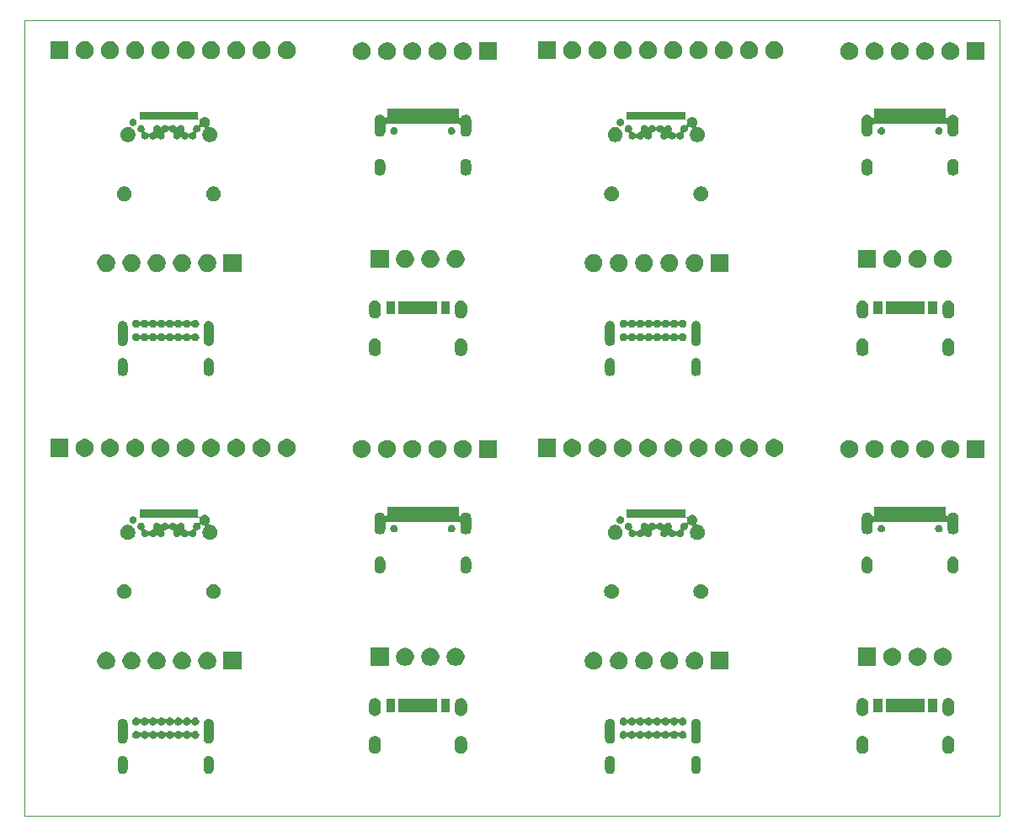
<source format=gts>
G04 #@! TF.GenerationSoftware,KiCad,Pcbnew,(5.1.5)-3*
G04 #@! TF.CreationDate,2020-03-05T23:41:59+09:00*
G04 #@! TF.ProjectId,USB_Type-C_to_DIP-fin,5553425f-5479-4706-952d-435f746f5f44,rev?*
G04 #@! TF.SameCoordinates,Original*
G04 #@! TF.FileFunction,Soldermask,Top*
G04 #@! TF.FilePolarity,Negative*
%FSLAX46Y46*%
G04 Gerber Fmt 4.6, Leading zero omitted, Abs format (unit mm)*
G04 Created by KiCad (PCBNEW (5.1.5)-3) date 2020-03-05 23:41:59*
%MOMM*%
%LPD*%
G04 APERTURE LIST*
%ADD10C,0.050000*%
%ADD11C,0.100000*%
G04 APERTURE END LIST*
D10*
X132000000Y-132000000D02*
X126000000Y-132000000D01*
X126000000Y-132000000D02*
X126000000Y-92000000D01*
X224000000Y-90000000D02*
X224000000Y-130000000D01*
X224000000Y-130000000D02*
X224000000Y-132000000D01*
X224000000Y-132000000D02*
X181000000Y-132000000D01*
X224000000Y-52000000D02*
X224000000Y-90000000D01*
X126000000Y-92000000D02*
X126000000Y-52000000D01*
X175000000Y-52000000D02*
X224000000Y-52000000D01*
X126000000Y-52000000D02*
X175000000Y-52000000D01*
X181000000Y-132000000D02*
X132000000Y-132000000D01*
D11*
G36*
X193598212Y-125966249D02*
G01*
X193692651Y-125994897D01*
X193779687Y-126041418D01*
X193855975Y-126104025D01*
X193918582Y-126180313D01*
X193965103Y-126267348D01*
X193993751Y-126361787D01*
X194001000Y-126435388D01*
X194001000Y-127284612D01*
X193993751Y-127358213D01*
X193965103Y-127452652D01*
X193918582Y-127539687D01*
X193855975Y-127615975D01*
X193779687Y-127678582D01*
X193692652Y-127725103D01*
X193598213Y-127753751D01*
X193500000Y-127763424D01*
X193401788Y-127753751D01*
X193307349Y-127725103D01*
X193220314Y-127678582D01*
X193144026Y-127615975D01*
X193081419Y-127539687D01*
X193034898Y-127452652D01*
X193006250Y-127358213D01*
X192999001Y-127284612D01*
X192999000Y-127284602D01*
X192999000Y-126435389D01*
X193006249Y-126361788D01*
X193034897Y-126267349D01*
X193081418Y-126180313D01*
X193144025Y-126104025D01*
X193220313Y-126041418D01*
X193307348Y-125994897D01*
X193401787Y-125966249D01*
X193500000Y-125956576D01*
X193598212Y-125966249D01*
G37*
G36*
X144598212Y-125966249D02*
G01*
X144692651Y-125994897D01*
X144779687Y-126041418D01*
X144855975Y-126104025D01*
X144918582Y-126180313D01*
X144965103Y-126267348D01*
X144993751Y-126361787D01*
X145001000Y-126435388D01*
X145001000Y-127284612D01*
X144993751Y-127358213D01*
X144965103Y-127452652D01*
X144918582Y-127539687D01*
X144855975Y-127615975D01*
X144779687Y-127678582D01*
X144692652Y-127725103D01*
X144598213Y-127753751D01*
X144500000Y-127763424D01*
X144401788Y-127753751D01*
X144307349Y-127725103D01*
X144220314Y-127678582D01*
X144144026Y-127615975D01*
X144081419Y-127539687D01*
X144034898Y-127452652D01*
X144006250Y-127358213D01*
X143999001Y-127284612D01*
X143999000Y-127284602D01*
X143999000Y-126435389D01*
X144006249Y-126361788D01*
X144034897Y-126267349D01*
X144081418Y-126180313D01*
X144144025Y-126104025D01*
X144220313Y-126041418D01*
X144307348Y-125994897D01*
X144401787Y-125966249D01*
X144500000Y-125956576D01*
X144598212Y-125966249D01*
G37*
G36*
X135948212Y-125966249D02*
G01*
X136042651Y-125994897D01*
X136129687Y-126041418D01*
X136205975Y-126104025D01*
X136268582Y-126180313D01*
X136315103Y-126267348D01*
X136343751Y-126361787D01*
X136351000Y-126435388D01*
X136351000Y-127284612D01*
X136343751Y-127358213D01*
X136315103Y-127452652D01*
X136268582Y-127539687D01*
X136205975Y-127615975D01*
X136129687Y-127678582D01*
X136042652Y-127725103D01*
X135948213Y-127753751D01*
X135850000Y-127763424D01*
X135751788Y-127753751D01*
X135657349Y-127725103D01*
X135570314Y-127678582D01*
X135494026Y-127615975D01*
X135431419Y-127539687D01*
X135384898Y-127452652D01*
X135356250Y-127358213D01*
X135349001Y-127284612D01*
X135349000Y-127284602D01*
X135349000Y-126435389D01*
X135356249Y-126361788D01*
X135384897Y-126267349D01*
X135431418Y-126180313D01*
X135494025Y-126104025D01*
X135570313Y-126041418D01*
X135657348Y-125994897D01*
X135751787Y-125966249D01*
X135850000Y-125956576D01*
X135948212Y-125966249D01*
G37*
G36*
X184948212Y-125966249D02*
G01*
X185042651Y-125994897D01*
X185129687Y-126041418D01*
X185205975Y-126104025D01*
X185268582Y-126180313D01*
X185315103Y-126267348D01*
X185343751Y-126361787D01*
X185351000Y-126435388D01*
X185351000Y-127284612D01*
X185343751Y-127358213D01*
X185315103Y-127452652D01*
X185268582Y-127539687D01*
X185205975Y-127615975D01*
X185129687Y-127678582D01*
X185042652Y-127725103D01*
X184948213Y-127753751D01*
X184850000Y-127763424D01*
X184751788Y-127753751D01*
X184657349Y-127725103D01*
X184570314Y-127678582D01*
X184494026Y-127615975D01*
X184431419Y-127539687D01*
X184384898Y-127452652D01*
X184356250Y-127358213D01*
X184349001Y-127284612D01*
X184349000Y-127284602D01*
X184349000Y-126435389D01*
X184356249Y-126361788D01*
X184384897Y-126267349D01*
X184431418Y-126180313D01*
X184494025Y-126104025D01*
X184570313Y-126041418D01*
X184657348Y-125994897D01*
X184751787Y-125966249D01*
X184850000Y-125956576D01*
X184948212Y-125966249D01*
G37*
G36*
X218987817Y-123967696D02*
G01*
X219101104Y-124002062D01*
X219205511Y-124057869D01*
X219205513Y-124057870D01*
X219205512Y-124057870D01*
X219297027Y-124132973D01*
X219320419Y-124161477D01*
X219372131Y-124224488D01*
X219427938Y-124328895D01*
X219462304Y-124442182D01*
X219471000Y-124530481D01*
X219471000Y-125189519D01*
X219462304Y-125277818D01*
X219427938Y-125391105D01*
X219372131Y-125495512D01*
X219297027Y-125587027D01*
X219205512Y-125662131D01*
X219101105Y-125717938D01*
X218987818Y-125752304D01*
X218870000Y-125763907D01*
X218752183Y-125752304D01*
X218638896Y-125717938D01*
X218534489Y-125662131D01*
X218442974Y-125587027D01*
X218367871Y-125495514D01*
X218312061Y-125391102D01*
X218277696Y-125277818D01*
X218269000Y-125189519D01*
X218269000Y-124530482D01*
X218277696Y-124442183D01*
X218312062Y-124328896D01*
X218367869Y-124224489D01*
X218419581Y-124161477D01*
X218442973Y-124132973D01*
X218534487Y-124057870D01*
X218534486Y-124057870D01*
X218534488Y-124057869D01*
X218638895Y-124002062D01*
X218752182Y-123967696D01*
X218870000Y-123956093D01*
X218987817Y-123967696D01*
G37*
G36*
X169987817Y-123967696D02*
G01*
X170101104Y-124002062D01*
X170205511Y-124057869D01*
X170205513Y-124057870D01*
X170205512Y-124057870D01*
X170297027Y-124132973D01*
X170320419Y-124161477D01*
X170372131Y-124224488D01*
X170427938Y-124328895D01*
X170462304Y-124442182D01*
X170471000Y-124530481D01*
X170471000Y-125189519D01*
X170462304Y-125277818D01*
X170427938Y-125391105D01*
X170372131Y-125495512D01*
X170297027Y-125587027D01*
X170205512Y-125662131D01*
X170101105Y-125717938D01*
X169987818Y-125752304D01*
X169870000Y-125763907D01*
X169752183Y-125752304D01*
X169638896Y-125717938D01*
X169534489Y-125662131D01*
X169442974Y-125587027D01*
X169367871Y-125495514D01*
X169312061Y-125391102D01*
X169277696Y-125277818D01*
X169269000Y-125189519D01*
X169269000Y-124530482D01*
X169277696Y-124442183D01*
X169312062Y-124328896D01*
X169367869Y-124224489D01*
X169419581Y-124161477D01*
X169442973Y-124132973D01*
X169534487Y-124057870D01*
X169534486Y-124057870D01*
X169534488Y-124057869D01*
X169638895Y-124002062D01*
X169752182Y-123967696D01*
X169870000Y-123956093D01*
X169987817Y-123967696D01*
G37*
G36*
X161347817Y-123967696D02*
G01*
X161461104Y-124002062D01*
X161565511Y-124057869D01*
X161565513Y-124057870D01*
X161565512Y-124057870D01*
X161657027Y-124132973D01*
X161680419Y-124161477D01*
X161732131Y-124224488D01*
X161787938Y-124328895D01*
X161822304Y-124442182D01*
X161831000Y-124530481D01*
X161831000Y-125189519D01*
X161822304Y-125277818D01*
X161787938Y-125391105D01*
X161732131Y-125495512D01*
X161657027Y-125587027D01*
X161565512Y-125662131D01*
X161461105Y-125717938D01*
X161347818Y-125752304D01*
X161230000Y-125763907D01*
X161112183Y-125752304D01*
X160998896Y-125717938D01*
X160894489Y-125662131D01*
X160802974Y-125587027D01*
X160727871Y-125495514D01*
X160672061Y-125391102D01*
X160637696Y-125277818D01*
X160629000Y-125189519D01*
X160629000Y-124530482D01*
X160637696Y-124442183D01*
X160672062Y-124328896D01*
X160727869Y-124224489D01*
X160779581Y-124161477D01*
X160802973Y-124132973D01*
X160894487Y-124057870D01*
X160894486Y-124057870D01*
X160894488Y-124057869D01*
X160998895Y-124002062D01*
X161112182Y-123967696D01*
X161230000Y-123956093D01*
X161347817Y-123967696D01*
G37*
G36*
X210347817Y-123967696D02*
G01*
X210461104Y-124002062D01*
X210565511Y-124057869D01*
X210565513Y-124057870D01*
X210565512Y-124057870D01*
X210657027Y-124132973D01*
X210680419Y-124161477D01*
X210732131Y-124224488D01*
X210787938Y-124328895D01*
X210822304Y-124442182D01*
X210831000Y-124530481D01*
X210831000Y-125189519D01*
X210822304Y-125277818D01*
X210787938Y-125391105D01*
X210732131Y-125495512D01*
X210657027Y-125587027D01*
X210565512Y-125662131D01*
X210461105Y-125717938D01*
X210347818Y-125752304D01*
X210230000Y-125763907D01*
X210112183Y-125752304D01*
X209998896Y-125717938D01*
X209894489Y-125662131D01*
X209802974Y-125587027D01*
X209727871Y-125495514D01*
X209672061Y-125391102D01*
X209637696Y-125277818D01*
X209629000Y-125189519D01*
X209629000Y-124530482D01*
X209637696Y-124442183D01*
X209672062Y-124328896D01*
X209727869Y-124224489D01*
X209779581Y-124161477D01*
X209802973Y-124132973D01*
X209894487Y-124057870D01*
X209894486Y-124057870D01*
X209894488Y-124057869D01*
X209998895Y-124002062D01*
X210112182Y-123967696D01*
X210230000Y-123956093D01*
X210347817Y-123967696D01*
G37*
G36*
X193598212Y-122236249D02*
G01*
X193692651Y-122264897D01*
X193779687Y-122311418D01*
X193855975Y-122374025D01*
X193918582Y-122450313D01*
X193965103Y-122537348D01*
X193993751Y-122631787D01*
X194001000Y-122705388D01*
X194001000Y-124254612D01*
X193993751Y-124328213D01*
X193965103Y-124422652D01*
X193918582Y-124509687D01*
X193855975Y-124585975D01*
X193779687Y-124648582D01*
X193692652Y-124695103D01*
X193598213Y-124723751D01*
X193500000Y-124733424D01*
X193401788Y-124723751D01*
X193307349Y-124695103D01*
X193220314Y-124648582D01*
X193144026Y-124585975D01*
X193081419Y-124509687D01*
X193034898Y-124422652D01*
X193006250Y-124328213D01*
X192999001Y-124254612D01*
X192999000Y-122705389D01*
X193006249Y-122631788D01*
X193034897Y-122537349D01*
X193081418Y-122450313D01*
X193144025Y-122374025D01*
X193220313Y-122311418D01*
X193307348Y-122264897D01*
X193401787Y-122236249D01*
X193500000Y-122226576D01*
X193598212Y-122236249D01*
G37*
G36*
X184948212Y-122236249D02*
G01*
X185042651Y-122264897D01*
X185129687Y-122311418D01*
X185205975Y-122374025D01*
X185268582Y-122450313D01*
X185315103Y-122537348D01*
X185343751Y-122631787D01*
X185351000Y-122705388D01*
X185351000Y-124254612D01*
X185343751Y-124328213D01*
X185315103Y-124422652D01*
X185268582Y-124509687D01*
X185205975Y-124585975D01*
X185129687Y-124648582D01*
X185042652Y-124695103D01*
X184948213Y-124723751D01*
X184850000Y-124733424D01*
X184751788Y-124723751D01*
X184657349Y-124695103D01*
X184570314Y-124648582D01*
X184494026Y-124585975D01*
X184431419Y-124509687D01*
X184384898Y-124422652D01*
X184356250Y-124328213D01*
X184349001Y-124254612D01*
X184349000Y-122705389D01*
X184356249Y-122631788D01*
X184384897Y-122537349D01*
X184431418Y-122450313D01*
X184494025Y-122374025D01*
X184570313Y-122311418D01*
X184657348Y-122264897D01*
X184751787Y-122236249D01*
X184850000Y-122226576D01*
X184948212Y-122236249D01*
G37*
G36*
X144598212Y-122236249D02*
G01*
X144692651Y-122264897D01*
X144779687Y-122311418D01*
X144855975Y-122374025D01*
X144918582Y-122450313D01*
X144965103Y-122537348D01*
X144993751Y-122631787D01*
X145001000Y-122705388D01*
X145001000Y-124254612D01*
X144993751Y-124328213D01*
X144965103Y-124422652D01*
X144918582Y-124509687D01*
X144855975Y-124585975D01*
X144779687Y-124648582D01*
X144692652Y-124695103D01*
X144598213Y-124723751D01*
X144500000Y-124733424D01*
X144401788Y-124723751D01*
X144307349Y-124695103D01*
X144220314Y-124648582D01*
X144144026Y-124585975D01*
X144081419Y-124509687D01*
X144034898Y-124422652D01*
X144006250Y-124328213D01*
X143999001Y-124254612D01*
X143999000Y-122705389D01*
X144006249Y-122631788D01*
X144034897Y-122537349D01*
X144081418Y-122450313D01*
X144144025Y-122374025D01*
X144220313Y-122311418D01*
X144307348Y-122264897D01*
X144401787Y-122236249D01*
X144500000Y-122226576D01*
X144598212Y-122236249D01*
G37*
G36*
X135948212Y-122236249D02*
G01*
X136042651Y-122264897D01*
X136129687Y-122311418D01*
X136205975Y-122374025D01*
X136268582Y-122450313D01*
X136315103Y-122537348D01*
X136343751Y-122631787D01*
X136351000Y-122705388D01*
X136351000Y-124254612D01*
X136343751Y-124328213D01*
X136315103Y-124422652D01*
X136268582Y-124509687D01*
X136205975Y-124585975D01*
X136129687Y-124648582D01*
X136042652Y-124695103D01*
X135948213Y-124723751D01*
X135850000Y-124733424D01*
X135751788Y-124723751D01*
X135657349Y-124695103D01*
X135570314Y-124648582D01*
X135494026Y-124585975D01*
X135431419Y-124509687D01*
X135384898Y-124422652D01*
X135356250Y-124328213D01*
X135349001Y-124254612D01*
X135349000Y-122705389D01*
X135356249Y-122631788D01*
X135384897Y-122537349D01*
X135431418Y-122450313D01*
X135494025Y-122374025D01*
X135570313Y-122311418D01*
X135657348Y-122264897D01*
X135751787Y-122236249D01*
X135850000Y-122226576D01*
X135948212Y-122236249D01*
G37*
G36*
X137278231Y-123456705D02*
G01*
X137316967Y-123464410D01*
X137347195Y-123476931D01*
X137389944Y-123494638D01*
X137455622Y-123538523D01*
X137511478Y-123594379D01*
X137521067Y-123608730D01*
X137536613Y-123627672D01*
X137555555Y-123643217D01*
X137577165Y-123654768D01*
X137600614Y-123661881D01*
X137625001Y-123664283D01*
X137649387Y-123661881D01*
X137672836Y-123654768D01*
X137694446Y-123643217D01*
X137713388Y-123627671D01*
X137728933Y-123608730D01*
X137738522Y-123594379D01*
X137794378Y-123538523D01*
X137860056Y-123494638D01*
X137902805Y-123476931D01*
X137933033Y-123464410D01*
X137971769Y-123456705D01*
X138010504Y-123449000D01*
X138089496Y-123449000D01*
X138128231Y-123456705D01*
X138166967Y-123464410D01*
X138197195Y-123476931D01*
X138239944Y-123494638D01*
X138305622Y-123538523D01*
X138361478Y-123594379D01*
X138371067Y-123608730D01*
X138386613Y-123627672D01*
X138405555Y-123643217D01*
X138427165Y-123654768D01*
X138450614Y-123661881D01*
X138475001Y-123664283D01*
X138499387Y-123661881D01*
X138522836Y-123654768D01*
X138544446Y-123643217D01*
X138563388Y-123627671D01*
X138578933Y-123608730D01*
X138588522Y-123594379D01*
X138644378Y-123538523D01*
X138710056Y-123494638D01*
X138752805Y-123476931D01*
X138783033Y-123464410D01*
X138821769Y-123456705D01*
X138860504Y-123449000D01*
X138939496Y-123449000D01*
X138978231Y-123456705D01*
X139016967Y-123464410D01*
X139047195Y-123476931D01*
X139089944Y-123494638D01*
X139155622Y-123538523D01*
X139211478Y-123594379D01*
X139221067Y-123608730D01*
X139236613Y-123627672D01*
X139255555Y-123643217D01*
X139277165Y-123654768D01*
X139300614Y-123661881D01*
X139325001Y-123664283D01*
X139349387Y-123661881D01*
X139372836Y-123654768D01*
X139394446Y-123643217D01*
X139413388Y-123627671D01*
X139428933Y-123608730D01*
X139438522Y-123594379D01*
X139494378Y-123538523D01*
X139560056Y-123494638D01*
X139602805Y-123476931D01*
X139633033Y-123464410D01*
X139671769Y-123456705D01*
X139710504Y-123449000D01*
X139789496Y-123449000D01*
X139828231Y-123456705D01*
X139866967Y-123464410D01*
X139897195Y-123476931D01*
X139939944Y-123494638D01*
X140005622Y-123538523D01*
X140061478Y-123594379D01*
X140071067Y-123608730D01*
X140086613Y-123627672D01*
X140105555Y-123643217D01*
X140127165Y-123654768D01*
X140150614Y-123661881D01*
X140175001Y-123664283D01*
X140199387Y-123661881D01*
X140222836Y-123654768D01*
X140244446Y-123643217D01*
X140263388Y-123627671D01*
X140278933Y-123608730D01*
X140288522Y-123594379D01*
X140344378Y-123538523D01*
X140410056Y-123494638D01*
X140452805Y-123476931D01*
X140483033Y-123464410D01*
X140521769Y-123456705D01*
X140560504Y-123449000D01*
X140639496Y-123449000D01*
X140678231Y-123456705D01*
X140716967Y-123464410D01*
X140747195Y-123476931D01*
X140789944Y-123494638D01*
X140855622Y-123538523D01*
X140911478Y-123594379D01*
X140921067Y-123608730D01*
X140936613Y-123627672D01*
X140955555Y-123643217D01*
X140977165Y-123654768D01*
X141000614Y-123661881D01*
X141025001Y-123664283D01*
X141049387Y-123661881D01*
X141072836Y-123654768D01*
X141094446Y-123643217D01*
X141113388Y-123627671D01*
X141128933Y-123608730D01*
X141138522Y-123594379D01*
X141194378Y-123538523D01*
X141260056Y-123494638D01*
X141302805Y-123476931D01*
X141333033Y-123464410D01*
X141371769Y-123456705D01*
X141410504Y-123449000D01*
X141489496Y-123449000D01*
X141528231Y-123456705D01*
X141566967Y-123464410D01*
X141597195Y-123476931D01*
X141639944Y-123494638D01*
X141705622Y-123538523D01*
X141761478Y-123594379D01*
X141771067Y-123608730D01*
X141786613Y-123627672D01*
X141805555Y-123643217D01*
X141827165Y-123654768D01*
X141850614Y-123661881D01*
X141875001Y-123664283D01*
X141899387Y-123661881D01*
X141922836Y-123654768D01*
X141944446Y-123643217D01*
X141963388Y-123627671D01*
X141978933Y-123608730D01*
X141988522Y-123594379D01*
X142044378Y-123538523D01*
X142110056Y-123494638D01*
X142152805Y-123476931D01*
X142183033Y-123464410D01*
X142221769Y-123456705D01*
X142260504Y-123449000D01*
X142339496Y-123449000D01*
X142378231Y-123456705D01*
X142416967Y-123464410D01*
X142447195Y-123476931D01*
X142489944Y-123494638D01*
X142555622Y-123538523D01*
X142611478Y-123594379D01*
X142621067Y-123608730D01*
X142636613Y-123627672D01*
X142655555Y-123643217D01*
X142677165Y-123654768D01*
X142700614Y-123661881D01*
X142725001Y-123664283D01*
X142749387Y-123661881D01*
X142772836Y-123654768D01*
X142794446Y-123643217D01*
X142813388Y-123627671D01*
X142828933Y-123608730D01*
X142838522Y-123594379D01*
X142894378Y-123538523D01*
X142960056Y-123494638D01*
X143002805Y-123476931D01*
X143033033Y-123464410D01*
X143071769Y-123456705D01*
X143110504Y-123449000D01*
X143189496Y-123449000D01*
X143228231Y-123456705D01*
X143266967Y-123464410D01*
X143297195Y-123476931D01*
X143339944Y-123494638D01*
X143405622Y-123538523D01*
X143461477Y-123594378D01*
X143505362Y-123660056D01*
X143523069Y-123702805D01*
X143535590Y-123733033D01*
X143551000Y-123810505D01*
X143551000Y-123889495D01*
X143535590Y-123966967D01*
X143523069Y-123997195D01*
X143505362Y-124039944D01*
X143461477Y-124105622D01*
X143405622Y-124161477D01*
X143339944Y-124205362D01*
X143297195Y-124223069D01*
X143266967Y-124235590D01*
X143228231Y-124243295D01*
X143189496Y-124251000D01*
X143110504Y-124251000D01*
X143071769Y-124243295D01*
X143033033Y-124235590D01*
X143002805Y-124223069D01*
X142960056Y-124205362D01*
X142894378Y-124161477D01*
X142838522Y-124105621D01*
X142828933Y-124091270D01*
X142813387Y-124072328D01*
X142794445Y-124056783D01*
X142772835Y-124045232D01*
X142749386Y-124038119D01*
X142724999Y-124035717D01*
X142700613Y-124038119D01*
X142677164Y-124045232D01*
X142655554Y-124056783D01*
X142636612Y-124072329D01*
X142621067Y-124091270D01*
X142611478Y-124105621D01*
X142555622Y-124161477D01*
X142489944Y-124205362D01*
X142447195Y-124223069D01*
X142416967Y-124235590D01*
X142378231Y-124243295D01*
X142339496Y-124251000D01*
X142260504Y-124251000D01*
X142221769Y-124243295D01*
X142183033Y-124235590D01*
X142152805Y-124223069D01*
X142110056Y-124205362D01*
X142044378Y-124161477D01*
X141988522Y-124105621D01*
X141978933Y-124091270D01*
X141963387Y-124072328D01*
X141944445Y-124056783D01*
X141922835Y-124045232D01*
X141899386Y-124038119D01*
X141874999Y-124035717D01*
X141850613Y-124038119D01*
X141827164Y-124045232D01*
X141805554Y-124056783D01*
X141786612Y-124072329D01*
X141771067Y-124091270D01*
X141761478Y-124105621D01*
X141705622Y-124161477D01*
X141639944Y-124205362D01*
X141597195Y-124223069D01*
X141566967Y-124235590D01*
X141528231Y-124243295D01*
X141489496Y-124251000D01*
X141410504Y-124251000D01*
X141371769Y-124243295D01*
X141333033Y-124235590D01*
X141302805Y-124223069D01*
X141260056Y-124205362D01*
X141194378Y-124161477D01*
X141138522Y-124105621D01*
X141128933Y-124091270D01*
X141113387Y-124072328D01*
X141094445Y-124056783D01*
X141072835Y-124045232D01*
X141049386Y-124038119D01*
X141024999Y-124035717D01*
X141000613Y-124038119D01*
X140977164Y-124045232D01*
X140955554Y-124056783D01*
X140936612Y-124072329D01*
X140921067Y-124091270D01*
X140911478Y-124105621D01*
X140855622Y-124161477D01*
X140789944Y-124205362D01*
X140747195Y-124223069D01*
X140716967Y-124235590D01*
X140678231Y-124243295D01*
X140639496Y-124251000D01*
X140560504Y-124251000D01*
X140521769Y-124243295D01*
X140483033Y-124235590D01*
X140452805Y-124223069D01*
X140410056Y-124205362D01*
X140344378Y-124161477D01*
X140288522Y-124105621D01*
X140278933Y-124091270D01*
X140263387Y-124072328D01*
X140244445Y-124056783D01*
X140222835Y-124045232D01*
X140199386Y-124038119D01*
X140174999Y-124035717D01*
X140150613Y-124038119D01*
X140127164Y-124045232D01*
X140105554Y-124056783D01*
X140086612Y-124072329D01*
X140071067Y-124091270D01*
X140061478Y-124105621D01*
X140005622Y-124161477D01*
X139939944Y-124205362D01*
X139897195Y-124223069D01*
X139866967Y-124235590D01*
X139828231Y-124243295D01*
X139789496Y-124251000D01*
X139710504Y-124251000D01*
X139671769Y-124243295D01*
X139633033Y-124235590D01*
X139602805Y-124223069D01*
X139560056Y-124205362D01*
X139494378Y-124161477D01*
X139438522Y-124105621D01*
X139428933Y-124091270D01*
X139413387Y-124072328D01*
X139394445Y-124056783D01*
X139372835Y-124045232D01*
X139349386Y-124038119D01*
X139324999Y-124035717D01*
X139300613Y-124038119D01*
X139277164Y-124045232D01*
X139255554Y-124056783D01*
X139236612Y-124072329D01*
X139221067Y-124091270D01*
X139211478Y-124105621D01*
X139155622Y-124161477D01*
X139089944Y-124205362D01*
X139047195Y-124223069D01*
X139016967Y-124235590D01*
X138978231Y-124243295D01*
X138939496Y-124251000D01*
X138860504Y-124251000D01*
X138821769Y-124243295D01*
X138783033Y-124235590D01*
X138752805Y-124223069D01*
X138710056Y-124205362D01*
X138644378Y-124161477D01*
X138588522Y-124105621D01*
X138578933Y-124091270D01*
X138563387Y-124072328D01*
X138544445Y-124056783D01*
X138522835Y-124045232D01*
X138499386Y-124038119D01*
X138474999Y-124035717D01*
X138450613Y-124038119D01*
X138427164Y-124045232D01*
X138405554Y-124056783D01*
X138386612Y-124072329D01*
X138371067Y-124091270D01*
X138361478Y-124105621D01*
X138305622Y-124161477D01*
X138239944Y-124205362D01*
X138197195Y-124223069D01*
X138166967Y-124235590D01*
X138128231Y-124243295D01*
X138089496Y-124251000D01*
X138010504Y-124251000D01*
X137971769Y-124243295D01*
X137933033Y-124235590D01*
X137902805Y-124223069D01*
X137860056Y-124205362D01*
X137794378Y-124161477D01*
X137738522Y-124105621D01*
X137728933Y-124091270D01*
X137713387Y-124072328D01*
X137694445Y-124056783D01*
X137672835Y-124045232D01*
X137649386Y-124038119D01*
X137624999Y-124035717D01*
X137600613Y-124038119D01*
X137577164Y-124045232D01*
X137555554Y-124056783D01*
X137536612Y-124072329D01*
X137521067Y-124091270D01*
X137511478Y-124105621D01*
X137455622Y-124161477D01*
X137389944Y-124205362D01*
X137347195Y-124223069D01*
X137316967Y-124235590D01*
X137278231Y-124243295D01*
X137239496Y-124251000D01*
X137160504Y-124251000D01*
X137121769Y-124243295D01*
X137083033Y-124235590D01*
X137052805Y-124223069D01*
X137010056Y-124205362D01*
X136944378Y-124161477D01*
X136888523Y-124105622D01*
X136844638Y-124039944D01*
X136826931Y-123997195D01*
X136814410Y-123966967D01*
X136799000Y-123889495D01*
X136799000Y-123810505D01*
X136814410Y-123733033D01*
X136826931Y-123702805D01*
X136844638Y-123660056D01*
X136888523Y-123594378D01*
X136944378Y-123538523D01*
X137010056Y-123494638D01*
X137052805Y-123476931D01*
X137083033Y-123464410D01*
X137121769Y-123456705D01*
X137160504Y-123449000D01*
X137239496Y-123449000D01*
X137278231Y-123456705D01*
G37*
G36*
X186278231Y-123456705D02*
G01*
X186316967Y-123464410D01*
X186347195Y-123476931D01*
X186389944Y-123494638D01*
X186455622Y-123538523D01*
X186511478Y-123594379D01*
X186521067Y-123608730D01*
X186536613Y-123627672D01*
X186555555Y-123643217D01*
X186577165Y-123654768D01*
X186600614Y-123661881D01*
X186625001Y-123664283D01*
X186649387Y-123661881D01*
X186672836Y-123654768D01*
X186694446Y-123643217D01*
X186713388Y-123627671D01*
X186728933Y-123608730D01*
X186738522Y-123594379D01*
X186794378Y-123538523D01*
X186860056Y-123494638D01*
X186902805Y-123476931D01*
X186933033Y-123464410D01*
X186971769Y-123456705D01*
X187010504Y-123449000D01*
X187089496Y-123449000D01*
X187128231Y-123456705D01*
X187166967Y-123464410D01*
X187197195Y-123476931D01*
X187239944Y-123494638D01*
X187305622Y-123538523D01*
X187361478Y-123594379D01*
X187371067Y-123608730D01*
X187386613Y-123627672D01*
X187405555Y-123643217D01*
X187427165Y-123654768D01*
X187450614Y-123661881D01*
X187475001Y-123664283D01*
X187499387Y-123661881D01*
X187522836Y-123654768D01*
X187544446Y-123643217D01*
X187563388Y-123627671D01*
X187578933Y-123608730D01*
X187588522Y-123594379D01*
X187644378Y-123538523D01*
X187710056Y-123494638D01*
X187752805Y-123476931D01*
X187783033Y-123464410D01*
X187821769Y-123456705D01*
X187860504Y-123449000D01*
X187939496Y-123449000D01*
X187978231Y-123456705D01*
X188016967Y-123464410D01*
X188047195Y-123476931D01*
X188089944Y-123494638D01*
X188155622Y-123538523D01*
X188211478Y-123594379D01*
X188221067Y-123608730D01*
X188236613Y-123627672D01*
X188255555Y-123643217D01*
X188277165Y-123654768D01*
X188300614Y-123661881D01*
X188325001Y-123664283D01*
X188349387Y-123661881D01*
X188372836Y-123654768D01*
X188394446Y-123643217D01*
X188413388Y-123627671D01*
X188428933Y-123608730D01*
X188438522Y-123594379D01*
X188494378Y-123538523D01*
X188560056Y-123494638D01*
X188602805Y-123476931D01*
X188633033Y-123464410D01*
X188671769Y-123456705D01*
X188710504Y-123449000D01*
X188789496Y-123449000D01*
X188828231Y-123456705D01*
X188866967Y-123464410D01*
X188897195Y-123476931D01*
X188939944Y-123494638D01*
X189005622Y-123538523D01*
X189061478Y-123594379D01*
X189071067Y-123608730D01*
X189086613Y-123627672D01*
X189105555Y-123643217D01*
X189127165Y-123654768D01*
X189150614Y-123661881D01*
X189175001Y-123664283D01*
X189199387Y-123661881D01*
X189222836Y-123654768D01*
X189244446Y-123643217D01*
X189263388Y-123627671D01*
X189278933Y-123608730D01*
X189288522Y-123594379D01*
X189344378Y-123538523D01*
X189410056Y-123494638D01*
X189452805Y-123476931D01*
X189483033Y-123464410D01*
X189521769Y-123456705D01*
X189560504Y-123449000D01*
X189639496Y-123449000D01*
X189678231Y-123456705D01*
X189716967Y-123464410D01*
X189747195Y-123476931D01*
X189789944Y-123494638D01*
X189855622Y-123538523D01*
X189911478Y-123594379D01*
X189921067Y-123608730D01*
X189936613Y-123627672D01*
X189955555Y-123643217D01*
X189977165Y-123654768D01*
X190000614Y-123661881D01*
X190025001Y-123664283D01*
X190049387Y-123661881D01*
X190072836Y-123654768D01*
X190094446Y-123643217D01*
X190113388Y-123627671D01*
X190128933Y-123608730D01*
X190138522Y-123594379D01*
X190194378Y-123538523D01*
X190260056Y-123494638D01*
X190302805Y-123476931D01*
X190333033Y-123464410D01*
X190371769Y-123456705D01*
X190410504Y-123449000D01*
X190489496Y-123449000D01*
X190528231Y-123456705D01*
X190566967Y-123464410D01*
X190597195Y-123476931D01*
X190639944Y-123494638D01*
X190705622Y-123538523D01*
X190761478Y-123594379D01*
X190771067Y-123608730D01*
X190786613Y-123627672D01*
X190805555Y-123643217D01*
X190827165Y-123654768D01*
X190850614Y-123661881D01*
X190875001Y-123664283D01*
X190899387Y-123661881D01*
X190922836Y-123654768D01*
X190944446Y-123643217D01*
X190963388Y-123627671D01*
X190978933Y-123608730D01*
X190988522Y-123594379D01*
X191044378Y-123538523D01*
X191110056Y-123494638D01*
X191152805Y-123476931D01*
X191183033Y-123464410D01*
X191221769Y-123456705D01*
X191260504Y-123449000D01*
X191339496Y-123449000D01*
X191378231Y-123456705D01*
X191416967Y-123464410D01*
X191447195Y-123476931D01*
X191489944Y-123494638D01*
X191555622Y-123538523D01*
X191611478Y-123594379D01*
X191621067Y-123608730D01*
X191636613Y-123627672D01*
X191655555Y-123643217D01*
X191677165Y-123654768D01*
X191700614Y-123661881D01*
X191725001Y-123664283D01*
X191749387Y-123661881D01*
X191772836Y-123654768D01*
X191794446Y-123643217D01*
X191813388Y-123627671D01*
X191828933Y-123608730D01*
X191838522Y-123594379D01*
X191894378Y-123538523D01*
X191960056Y-123494638D01*
X192002805Y-123476931D01*
X192033033Y-123464410D01*
X192071769Y-123456705D01*
X192110504Y-123449000D01*
X192189496Y-123449000D01*
X192228231Y-123456705D01*
X192266967Y-123464410D01*
X192297195Y-123476931D01*
X192339944Y-123494638D01*
X192405622Y-123538523D01*
X192461477Y-123594378D01*
X192505362Y-123660056D01*
X192523069Y-123702805D01*
X192535590Y-123733033D01*
X192551000Y-123810505D01*
X192551000Y-123889495D01*
X192535590Y-123966967D01*
X192523069Y-123997195D01*
X192505362Y-124039944D01*
X192461477Y-124105622D01*
X192405622Y-124161477D01*
X192339944Y-124205362D01*
X192297195Y-124223069D01*
X192266967Y-124235590D01*
X192228231Y-124243295D01*
X192189496Y-124251000D01*
X192110504Y-124251000D01*
X192071769Y-124243295D01*
X192033033Y-124235590D01*
X192002805Y-124223069D01*
X191960056Y-124205362D01*
X191894378Y-124161477D01*
X191838522Y-124105621D01*
X191828933Y-124091270D01*
X191813387Y-124072328D01*
X191794445Y-124056783D01*
X191772835Y-124045232D01*
X191749386Y-124038119D01*
X191724999Y-124035717D01*
X191700613Y-124038119D01*
X191677164Y-124045232D01*
X191655554Y-124056783D01*
X191636612Y-124072329D01*
X191621067Y-124091270D01*
X191611478Y-124105621D01*
X191555622Y-124161477D01*
X191489944Y-124205362D01*
X191447195Y-124223069D01*
X191416967Y-124235590D01*
X191378231Y-124243295D01*
X191339496Y-124251000D01*
X191260504Y-124251000D01*
X191221769Y-124243295D01*
X191183033Y-124235590D01*
X191152805Y-124223069D01*
X191110056Y-124205362D01*
X191044378Y-124161477D01*
X190988522Y-124105621D01*
X190978933Y-124091270D01*
X190963387Y-124072328D01*
X190944445Y-124056783D01*
X190922835Y-124045232D01*
X190899386Y-124038119D01*
X190874999Y-124035717D01*
X190850613Y-124038119D01*
X190827164Y-124045232D01*
X190805554Y-124056783D01*
X190786612Y-124072329D01*
X190771067Y-124091270D01*
X190761478Y-124105621D01*
X190705622Y-124161477D01*
X190639944Y-124205362D01*
X190597195Y-124223069D01*
X190566967Y-124235590D01*
X190528231Y-124243295D01*
X190489496Y-124251000D01*
X190410504Y-124251000D01*
X190371769Y-124243295D01*
X190333033Y-124235590D01*
X190302805Y-124223069D01*
X190260056Y-124205362D01*
X190194378Y-124161477D01*
X190138522Y-124105621D01*
X190128933Y-124091270D01*
X190113387Y-124072328D01*
X190094445Y-124056783D01*
X190072835Y-124045232D01*
X190049386Y-124038119D01*
X190024999Y-124035717D01*
X190000613Y-124038119D01*
X189977164Y-124045232D01*
X189955554Y-124056783D01*
X189936612Y-124072329D01*
X189921067Y-124091270D01*
X189911478Y-124105621D01*
X189855622Y-124161477D01*
X189789944Y-124205362D01*
X189747195Y-124223069D01*
X189716967Y-124235590D01*
X189678231Y-124243295D01*
X189639496Y-124251000D01*
X189560504Y-124251000D01*
X189521769Y-124243295D01*
X189483033Y-124235590D01*
X189452805Y-124223069D01*
X189410056Y-124205362D01*
X189344378Y-124161477D01*
X189288522Y-124105621D01*
X189278933Y-124091270D01*
X189263387Y-124072328D01*
X189244445Y-124056783D01*
X189222835Y-124045232D01*
X189199386Y-124038119D01*
X189174999Y-124035717D01*
X189150613Y-124038119D01*
X189127164Y-124045232D01*
X189105554Y-124056783D01*
X189086612Y-124072329D01*
X189071067Y-124091270D01*
X189061478Y-124105621D01*
X189005622Y-124161477D01*
X188939944Y-124205362D01*
X188897195Y-124223069D01*
X188866967Y-124235590D01*
X188828231Y-124243295D01*
X188789496Y-124251000D01*
X188710504Y-124251000D01*
X188671769Y-124243295D01*
X188633033Y-124235590D01*
X188602805Y-124223069D01*
X188560056Y-124205362D01*
X188494378Y-124161477D01*
X188438522Y-124105621D01*
X188428933Y-124091270D01*
X188413387Y-124072328D01*
X188394445Y-124056783D01*
X188372835Y-124045232D01*
X188349386Y-124038119D01*
X188324999Y-124035717D01*
X188300613Y-124038119D01*
X188277164Y-124045232D01*
X188255554Y-124056783D01*
X188236612Y-124072329D01*
X188221067Y-124091270D01*
X188211478Y-124105621D01*
X188155622Y-124161477D01*
X188089944Y-124205362D01*
X188047195Y-124223069D01*
X188016967Y-124235590D01*
X187978231Y-124243295D01*
X187939496Y-124251000D01*
X187860504Y-124251000D01*
X187821769Y-124243295D01*
X187783033Y-124235590D01*
X187752805Y-124223069D01*
X187710056Y-124205362D01*
X187644378Y-124161477D01*
X187588522Y-124105621D01*
X187578933Y-124091270D01*
X187563387Y-124072328D01*
X187544445Y-124056783D01*
X187522835Y-124045232D01*
X187499386Y-124038119D01*
X187474999Y-124035717D01*
X187450613Y-124038119D01*
X187427164Y-124045232D01*
X187405554Y-124056783D01*
X187386612Y-124072329D01*
X187371067Y-124091270D01*
X187361478Y-124105621D01*
X187305622Y-124161477D01*
X187239944Y-124205362D01*
X187197195Y-124223069D01*
X187166967Y-124235590D01*
X187128231Y-124243295D01*
X187089496Y-124251000D01*
X187010504Y-124251000D01*
X186971769Y-124243295D01*
X186933033Y-124235590D01*
X186902805Y-124223069D01*
X186860056Y-124205362D01*
X186794378Y-124161477D01*
X186738522Y-124105621D01*
X186728933Y-124091270D01*
X186713387Y-124072328D01*
X186694445Y-124056783D01*
X186672835Y-124045232D01*
X186649386Y-124038119D01*
X186624999Y-124035717D01*
X186600613Y-124038119D01*
X186577164Y-124045232D01*
X186555554Y-124056783D01*
X186536612Y-124072329D01*
X186521067Y-124091270D01*
X186511478Y-124105621D01*
X186455622Y-124161477D01*
X186389944Y-124205362D01*
X186347195Y-124223069D01*
X186316967Y-124235590D01*
X186278231Y-124243295D01*
X186239496Y-124251000D01*
X186160504Y-124251000D01*
X186121769Y-124243295D01*
X186083033Y-124235590D01*
X186052805Y-124223069D01*
X186010056Y-124205362D01*
X185944378Y-124161477D01*
X185888523Y-124105622D01*
X185844638Y-124039944D01*
X185826931Y-123997195D01*
X185814410Y-123966967D01*
X185799000Y-123889495D01*
X185799000Y-123810505D01*
X185814410Y-123733033D01*
X185826931Y-123702805D01*
X185844638Y-123660056D01*
X185888523Y-123594378D01*
X185944378Y-123538523D01*
X186010056Y-123494638D01*
X186052805Y-123476931D01*
X186083033Y-123464410D01*
X186121769Y-123456705D01*
X186160504Y-123449000D01*
X186239496Y-123449000D01*
X186278231Y-123456705D01*
G37*
G36*
X186278231Y-122106705D02*
G01*
X186316967Y-122114410D01*
X186347195Y-122126931D01*
X186389944Y-122144638D01*
X186455622Y-122188523D01*
X186511478Y-122244379D01*
X186521067Y-122258730D01*
X186536613Y-122277672D01*
X186555555Y-122293217D01*
X186577165Y-122304768D01*
X186600614Y-122311881D01*
X186625001Y-122314283D01*
X186649387Y-122311881D01*
X186672836Y-122304768D01*
X186694446Y-122293217D01*
X186713388Y-122277671D01*
X186728933Y-122258730D01*
X186738522Y-122244379D01*
X186794378Y-122188523D01*
X186860056Y-122144638D01*
X186902805Y-122126931D01*
X186933033Y-122114410D01*
X186971769Y-122106705D01*
X187010504Y-122099000D01*
X187089496Y-122099000D01*
X187128231Y-122106705D01*
X187166967Y-122114410D01*
X187197195Y-122126931D01*
X187239944Y-122144638D01*
X187305622Y-122188523D01*
X187361478Y-122244379D01*
X187371067Y-122258730D01*
X187386613Y-122277672D01*
X187405555Y-122293217D01*
X187427165Y-122304768D01*
X187450614Y-122311881D01*
X187475001Y-122314283D01*
X187499387Y-122311881D01*
X187522836Y-122304768D01*
X187544446Y-122293217D01*
X187563388Y-122277671D01*
X187578933Y-122258730D01*
X187588522Y-122244379D01*
X187644378Y-122188523D01*
X187710056Y-122144638D01*
X187752805Y-122126931D01*
X187783033Y-122114410D01*
X187821769Y-122106705D01*
X187860504Y-122099000D01*
X187939496Y-122099000D01*
X187978231Y-122106705D01*
X188016967Y-122114410D01*
X188047195Y-122126931D01*
X188089944Y-122144638D01*
X188155622Y-122188523D01*
X188211478Y-122244379D01*
X188221067Y-122258730D01*
X188236613Y-122277672D01*
X188255555Y-122293217D01*
X188277165Y-122304768D01*
X188300614Y-122311881D01*
X188325001Y-122314283D01*
X188349387Y-122311881D01*
X188372836Y-122304768D01*
X188394446Y-122293217D01*
X188413388Y-122277671D01*
X188428933Y-122258730D01*
X188438522Y-122244379D01*
X188494378Y-122188523D01*
X188560056Y-122144638D01*
X188602805Y-122126931D01*
X188633033Y-122114410D01*
X188671769Y-122106705D01*
X188710504Y-122099000D01*
X188789496Y-122099000D01*
X188828231Y-122106705D01*
X188866967Y-122114410D01*
X188897195Y-122126931D01*
X188939944Y-122144638D01*
X189005622Y-122188523D01*
X189061478Y-122244379D01*
X189071067Y-122258730D01*
X189086613Y-122277672D01*
X189105555Y-122293217D01*
X189127165Y-122304768D01*
X189150614Y-122311881D01*
X189175001Y-122314283D01*
X189199387Y-122311881D01*
X189222836Y-122304768D01*
X189244446Y-122293217D01*
X189263388Y-122277671D01*
X189278933Y-122258730D01*
X189288522Y-122244379D01*
X189344378Y-122188523D01*
X189410056Y-122144638D01*
X189452805Y-122126931D01*
X189483033Y-122114410D01*
X189521769Y-122106705D01*
X189560504Y-122099000D01*
X189639496Y-122099000D01*
X189678231Y-122106705D01*
X189716967Y-122114410D01*
X189747195Y-122126931D01*
X189789944Y-122144638D01*
X189855622Y-122188523D01*
X189911478Y-122244379D01*
X189921067Y-122258730D01*
X189936613Y-122277672D01*
X189955555Y-122293217D01*
X189977165Y-122304768D01*
X190000614Y-122311881D01*
X190025001Y-122314283D01*
X190049387Y-122311881D01*
X190072836Y-122304768D01*
X190094446Y-122293217D01*
X190113388Y-122277671D01*
X190128933Y-122258730D01*
X190138522Y-122244379D01*
X190194378Y-122188523D01*
X190260056Y-122144638D01*
X190302805Y-122126931D01*
X190333033Y-122114410D01*
X190371769Y-122106705D01*
X190410504Y-122099000D01*
X190489496Y-122099000D01*
X190528231Y-122106705D01*
X190566967Y-122114410D01*
X190597195Y-122126931D01*
X190639944Y-122144638D01*
X190705622Y-122188523D01*
X190761478Y-122244379D01*
X190771067Y-122258730D01*
X190786613Y-122277672D01*
X190805555Y-122293217D01*
X190827165Y-122304768D01*
X190850614Y-122311881D01*
X190875001Y-122314283D01*
X190899387Y-122311881D01*
X190922836Y-122304768D01*
X190944446Y-122293217D01*
X190963388Y-122277671D01*
X190978933Y-122258730D01*
X190988522Y-122244379D01*
X191044378Y-122188523D01*
X191110056Y-122144638D01*
X191152805Y-122126931D01*
X191183033Y-122114410D01*
X191221769Y-122106705D01*
X191260504Y-122099000D01*
X191339496Y-122099000D01*
X191378231Y-122106705D01*
X191416967Y-122114410D01*
X191447195Y-122126931D01*
X191489944Y-122144638D01*
X191555622Y-122188523D01*
X191611478Y-122244379D01*
X191621067Y-122258730D01*
X191636613Y-122277672D01*
X191655555Y-122293217D01*
X191677165Y-122304768D01*
X191700614Y-122311881D01*
X191725001Y-122314283D01*
X191749387Y-122311881D01*
X191772836Y-122304768D01*
X191794446Y-122293217D01*
X191813388Y-122277671D01*
X191828933Y-122258730D01*
X191838522Y-122244379D01*
X191894378Y-122188523D01*
X191960056Y-122144638D01*
X192002805Y-122126931D01*
X192033033Y-122114410D01*
X192071769Y-122106705D01*
X192110504Y-122099000D01*
X192189496Y-122099000D01*
X192228231Y-122106705D01*
X192266967Y-122114410D01*
X192297195Y-122126931D01*
X192339944Y-122144638D01*
X192405622Y-122188523D01*
X192461477Y-122244378D01*
X192505362Y-122310056D01*
X192523069Y-122352805D01*
X192531859Y-122374025D01*
X192535590Y-122383034D01*
X192551000Y-122460504D01*
X192551000Y-122539496D01*
X192535590Y-122616966D01*
X192505362Y-122689944D01*
X192461477Y-122755622D01*
X192405622Y-122811477D01*
X192339944Y-122855362D01*
X192297195Y-122873069D01*
X192266967Y-122885590D01*
X192228231Y-122893295D01*
X192189496Y-122901000D01*
X192110504Y-122901000D01*
X192071769Y-122893295D01*
X192033033Y-122885590D01*
X192002805Y-122873069D01*
X191960056Y-122855362D01*
X191894378Y-122811477D01*
X191838522Y-122755621D01*
X191828933Y-122741270D01*
X191813387Y-122722328D01*
X191794445Y-122706783D01*
X191772835Y-122695232D01*
X191749386Y-122688119D01*
X191724999Y-122685717D01*
X191700613Y-122688119D01*
X191677164Y-122695232D01*
X191655554Y-122706783D01*
X191636612Y-122722329D01*
X191621067Y-122741270D01*
X191611478Y-122755621D01*
X191555622Y-122811477D01*
X191489944Y-122855362D01*
X191447195Y-122873069D01*
X191416967Y-122885590D01*
X191378231Y-122893295D01*
X191339496Y-122901000D01*
X191260504Y-122901000D01*
X191221769Y-122893295D01*
X191183033Y-122885590D01*
X191152805Y-122873069D01*
X191110056Y-122855362D01*
X191044378Y-122811477D01*
X190988522Y-122755621D01*
X190978933Y-122741270D01*
X190963387Y-122722328D01*
X190944445Y-122706783D01*
X190922835Y-122695232D01*
X190899386Y-122688119D01*
X190874999Y-122685717D01*
X190850613Y-122688119D01*
X190827164Y-122695232D01*
X190805554Y-122706783D01*
X190786612Y-122722329D01*
X190771067Y-122741270D01*
X190761478Y-122755621D01*
X190705622Y-122811477D01*
X190639944Y-122855362D01*
X190597195Y-122873069D01*
X190566967Y-122885590D01*
X190528231Y-122893295D01*
X190489496Y-122901000D01*
X190410504Y-122901000D01*
X190371769Y-122893295D01*
X190333033Y-122885590D01*
X190302805Y-122873069D01*
X190260056Y-122855362D01*
X190194378Y-122811477D01*
X190138522Y-122755621D01*
X190128933Y-122741270D01*
X190113387Y-122722328D01*
X190094445Y-122706783D01*
X190072835Y-122695232D01*
X190049386Y-122688119D01*
X190024999Y-122685717D01*
X190000613Y-122688119D01*
X189977164Y-122695232D01*
X189955554Y-122706783D01*
X189936612Y-122722329D01*
X189921067Y-122741270D01*
X189911478Y-122755621D01*
X189855622Y-122811477D01*
X189789944Y-122855362D01*
X189747195Y-122873069D01*
X189716967Y-122885590D01*
X189678231Y-122893295D01*
X189639496Y-122901000D01*
X189560504Y-122901000D01*
X189521769Y-122893295D01*
X189483033Y-122885590D01*
X189452805Y-122873069D01*
X189410056Y-122855362D01*
X189344378Y-122811477D01*
X189288522Y-122755621D01*
X189278933Y-122741270D01*
X189263387Y-122722328D01*
X189244445Y-122706783D01*
X189222835Y-122695232D01*
X189199386Y-122688119D01*
X189174999Y-122685717D01*
X189150613Y-122688119D01*
X189127164Y-122695232D01*
X189105554Y-122706783D01*
X189086612Y-122722329D01*
X189071067Y-122741270D01*
X189061478Y-122755621D01*
X189005622Y-122811477D01*
X188939944Y-122855362D01*
X188897195Y-122873069D01*
X188866967Y-122885590D01*
X188828231Y-122893295D01*
X188789496Y-122901000D01*
X188710504Y-122901000D01*
X188671769Y-122893295D01*
X188633033Y-122885590D01*
X188602805Y-122873069D01*
X188560056Y-122855362D01*
X188494378Y-122811477D01*
X188438522Y-122755621D01*
X188428933Y-122741270D01*
X188413387Y-122722328D01*
X188394445Y-122706783D01*
X188372835Y-122695232D01*
X188349386Y-122688119D01*
X188324999Y-122685717D01*
X188300613Y-122688119D01*
X188277164Y-122695232D01*
X188255554Y-122706783D01*
X188236612Y-122722329D01*
X188221067Y-122741270D01*
X188211478Y-122755621D01*
X188155622Y-122811477D01*
X188089944Y-122855362D01*
X188047195Y-122873069D01*
X188016967Y-122885590D01*
X187978231Y-122893295D01*
X187939496Y-122901000D01*
X187860504Y-122901000D01*
X187821769Y-122893295D01*
X187783033Y-122885590D01*
X187752805Y-122873069D01*
X187710056Y-122855362D01*
X187644378Y-122811477D01*
X187588522Y-122755621D01*
X187578933Y-122741270D01*
X187563387Y-122722328D01*
X187544445Y-122706783D01*
X187522835Y-122695232D01*
X187499386Y-122688119D01*
X187474999Y-122685717D01*
X187450613Y-122688119D01*
X187427164Y-122695232D01*
X187405554Y-122706783D01*
X187386612Y-122722329D01*
X187371067Y-122741270D01*
X187361478Y-122755621D01*
X187305622Y-122811477D01*
X187239944Y-122855362D01*
X187197195Y-122873069D01*
X187166967Y-122885590D01*
X187128231Y-122893295D01*
X187089496Y-122901000D01*
X187010504Y-122901000D01*
X186971769Y-122893295D01*
X186933033Y-122885590D01*
X186902805Y-122873069D01*
X186860056Y-122855362D01*
X186794378Y-122811477D01*
X186738522Y-122755621D01*
X186728933Y-122741270D01*
X186713387Y-122722328D01*
X186694445Y-122706783D01*
X186672835Y-122695232D01*
X186649386Y-122688119D01*
X186624999Y-122685717D01*
X186600613Y-122688119D01*
X186577164Y-122695232D01*
X186555554Y-122706783D01*
X186536612Y-122722329D01*
X186521067Y-122741270D01*
X186511478Y-122755621D01*
X186455622Y-122811477D01*
X186389944Y-122855362D01*
X186347195Y-122873069D01*
X186316967Y-122885590D01*
X186278231Y-122893295D01*
X186239496Y-122901000D01*
X186160504Y-122901000D01*
X186121769Y-122893295D01*
X186083033Y-122885590D01*
X186052805Y-122873069D01*
X186010056Y-122855362D01*
X185944378Y-122811477D01*
X185888523Y-122755622D01*
X185844638Y-122689944D01*
X185814410Y-122616966D01*
X185799000Y-122539496D01*
X185799000Y-122460504D01*
X185814410Y-122383034D01*
X185818142Y-122374025D01*
X185826931Y-122352805D01*
X185844638Y-122310056D01*
X185888523Y-122244378D01*
X185944378Y-122188523D01*
X186010056Y-122144638D01*
X186052805Y-122126931D01*
X186083033Y-122114410D01*
X186121769Y-122106705D01*
X186160504Y-122099000D01*
X186239496Y-122099000D01*
X186278231Y-122106705D01*
G37*
G36*
X137278231Y-122106705D02*
G01*
X137316967Y-122114410D01*
X137347195Y-122126931D01*
X137389944Y-122144638D01*
X137455622Y-122188523D01*
X137511478Y-122244379D01*
X137521067Y-122258730D01*
X137536613Y-122277672D01*
X137555555Y-122293217D01*
X137577165Y-122304768D01*
X137600614Y-122311881D01*
X137625001Y-122314283D01*
X137649387Y-122311881D01*
X137672836Y-122304768D01*
X137694446Y-122293217D01*
X137713388Y-122277671D01*
X137728933Y-122258730D01*
X137738522Y-122244379D01*
X137794378Y-122188523D01*
X137860056Y-122144638D01*
X137902805Y-122126931D01*
X137933033Y-122114410D01*
X137971769Y-122106705D01*
X138010504Y-122099000D01*
X138089496Y-122099000D01*
X138128231Y-122106705D01*
X138166967Y-122114410D01*
X138197195Y-122126931D01*
X138239944Y-122144638D01*
X138305622Y-122188523D01*
X138361478Y-122244379D01*
X138371067Y-122258730D01*
X138386613Y-122277672D01*
X138405555Y-122293217D01*
X138427165Y-122304768D01*
X138450614Y-122311881D01*
X138475001Y-122314283D01*
X138499387Y-122311881D01*
X138522836Y-122304768D01*
X138544446Y-122293217D01*
X138563388Y-122277671D01*
X138578933Y-122258730D01*
X138588522Y-122244379D01*
X138644378Y-122188523D01*
X138710056Y-122144638D01*
X138752805Y-122126931D01*
X138783033Y-122114410D01*
X138821769Y-122106705D01*
X138860504Y-122099000D01*
X138939496Y-122099000D01*
X138978231Y-122106705D01*
X139016967Y-122114410D01*
X139047195Y-122126931D01*
X139089944Y-122144638D01*
X139155622Y-122188523D01*
X139211478Y-122244379D01*
X139221067Y-122258730D01*
X139236613Y-122277672D01*
X139255555Y-122293217D01*
X139277165Y-122304768D01*
X139300614Y-122311881D01*
X139325001Y-122314283D01*
X139349387Y-122311881D01*
X139372836Y-122304768D01*
X139394446Y-122293217D01*
X139413388Y-122277671D01*
X139428933Y-122258730D01*
X139438522Y-122244379D01*
X139494378Y-122188523D01*
X139560056Y-122144638D01*
X139602805Y-122126931D01*
X139633033Y-122114410D01*
X139671769Y-122106705D01*
X139710504Y-122099000D01*
X139789496Y-122099000D01*
X139828231Y-122106705D01*
X139866967Y-122114410D01*
X139897195Y-122126931D01*
X139939944Y-122144638D01*
X140005622Y-122188523D01*
X140061478Y-122244379D01*
X140071067Y-122258730D01*
X140086613Y-122277672D01*
X140105555Y-122293217D01*
X140127165Y-122304768D01*
X140150614Y-122311881D01*
X140175001Y-122314283D01*
X140199387Y-122311881D01*
X140222836Y-122304768D01*
X140244446Y-122293217D01*
X140263388Y-122277671D01*
X140278933Y-122258730D01*
X140288522Y-122244379D01*
X140344378Y-122188523D01*
X140410056Y-122144638D01*
X140452805Y-122126931D01*
X140483033Y-122114410D01*
X140521769Y-122106705D01*
X140560504Y-122099000D01*
X140639496Y-122099000D01*
X140678231Y-122106705D01*
X140716967Y-122114410D01*
X140747195Y-122126931D01*
X140789944Y-122144638D01*
X140855622Y-122188523D01*
X140911478Y-122244379D01*
X140921067Y-122258730D01*
X140936613Y-122277672D01*
X140955555Y-122293217D01*
X140977165Y-122304768D01*
X141000614Y-122311881D01*
X141025001Y-122314283D01*
X141049387Y-122311881D01*
X141072836Y-122304768D01*
X141094446Y-122293217D01*
X141113388Y-122277671D01*
X141128933Y-122258730D01*
X141138522Y-122244379D01*
X141194378Y-122188523D01*
X141260056Y-122144638D01*
X141302805Y-122126931D01*
X141333033Y-122114410D01*
X141371769Y-122106705D01*
X141410504Y-122099000D01*
X141489496Y-122099000D01*
X141528231Y-122106705D01*
X141566967Y-122114410D01*
X141597195Y-122126931D01*
X141639944Y-122144638D01*
X141705622Y-122188523D01*
X141761478Y-122244379D01*
X141771067Y-122258730D01*
X141786613Y-122277672D01*
X141805555Y-122293217D01*
X141827165Y-122304768D01*
X141850614Y-122311881D01*
X141875001Y-122314283D01*
X141899387Y-122311881D01*
X141922836Y-122304768D01*
X141944446Y-122293217D01*
X141963388Y-122277671D01*
X141978933Y-122258730D01*
X141988522Y-122244379D01*
X142044378Y-122188523D01*
X142110056Y-122144638D01*
X142152805Y-122126931D01*
X142183033Y-122114410D01*
X142221769Y-122106705D01*
X142260504Y-122099000D01*
X142339496Y-122099000D01*
X142378231Y-122106705D01*
X142416967Y-122114410D01*
X142447195Y-122126931D01*
X142489944Y-122144638D01*
X142555622Y-122188523D01*
X142611478Y-122244379D01*
X142621067Y-122258730D01*
X142636613Y-122277672D01*
X142655555Y-122293217D01*
X142677165Y-122304768D01*
X142700614Y-122311881D01*
X142725001Y-122314283D01*
X142749387Y-122311881D01*
X142772836Y-122304768D01*
X142794446Y-122293217D01*
X142813388Y-122277671D01*
X142828933Y-122258730D01*
X142838522Y-122244379D01*
X142894378Y-122188523D01*
X142960056Y-122144638D01*
X143002805Y-122126931D01*
X143033033Y-122114410D01*
X143071769Y-122106705D01*
X143110504Y-122099000D01*
X143189496Y-122099000D01*
X143228231Y-122106705D01*
X143266967Y-122114410D01*
X143297195Y-122126931D01*
X143339944Y-122144638D01*
X143405622Y-122188523D01*
X143461477Y-122244378D01*
X143505362Y-122310056D01*
X143523069Y-122352805D01*
X143531859Y-122374025D01*
X143535590Y-122383034D01*
X143551000Y-122460504D01*
X143551000Y-122539496D01*
X143535590Y-122616966D01*
X143505362Y-122689944D01*
X143461477Y-122755622D01*
X143405622Y-122811477D01*
X143339944Y-122855362D01*
X143297195Y-122873069D01*
X143266967Y-122885590D01*
X143228231Y-122893295D01*
X143189496Y-122901000D01*
X143110504Y-122901000D01*
X143071769Y-122893295D01*
X143033033Y-122885590D01*
X143002805Y-122873069D01*
X142960056Y-122855362D01*
X142894378Y-122811477D01*
X142838522Y-122755621D01*
X142828933Y-122741270D01*
X142813387Y-122722328D01*
X142794445Y-122706783D01*
X142772835Y-122695232D01*
X142749386Y-122688119D01*
X142724999Y-122685717D01*
X142700613Y-122688119D01*
X142677164Y-122695232D01*
X142655554Y-122706783D01*
X142636612Y-122722329D01*
X142621067Y-122741270D01*
X142611478Y-122755621D01*
X142555622Y-122811477D01*
X142489944Y-122855362D01*
X142447195Y-122873069D01*
X142416967Y-122885590D01*
X142378231Y-122893295D01*
X142339496Y-122901000D01*
X142260504Y-122901000D01*
X142221769Y-122893295D01*
X142183033Y-122885590D01*
X142152805Y-122873069D01*
X142110056Y-122855362D01*
X142044378Y-122811477D01*
X141988522Y-122755621D01*
X141978933Y-122741270D01*
X141963387Y-122722328D01*
X141944445Y-122706783D01*
X141922835Y-122695232D01*
X141899386Y-122688119D01*
X141874999Y-122685717D01*
X141850613Y-122688119D01*
X141827164Y-122695232D01*
X141805554Y-122706783D01*
X141786612Y-122722329D01*
X141771067Y-122741270D01*
X141761478Y-122755621D01*
X141705622Y-122811477D01*
X141639944Y-122855362D01*
X141597195Y-122873069D01*
X141566967Y-122885590D01*
X141528231Y-122893295D01*
X141489496Y-122901000D01*
X141410504Y-122901000D01*
X141371769Y-122893295D01*
X141333033Y-122885590D01*
X141302805Y-122873069D01*
X141260056Y-122855362D01*
X141194378Y-122811477D01*
X141138522Y-122755621D01*
X141128933Y-122741270D01*
X141113387Y-122722328D01*
X141094445Y-122706783D01*
X141072835Y-122695232D01*
X141049386Y-122688119D01*
X141024999Y-122685717D01*
X141000613Y-122688119D01*
X140977164Y-122695232D01*
X140955554Y-122706783D01*
X140936612Y-122722329D01*
X140921067Y-122741270D01*
X140911478Y-122755621D01*
X140855622Y-122811477D01*
X140789944Y-122855362D01*
X140747195Y-122873069D01*
X140716967Y-122885590D01*
X140678231Y-122893295D01*
X140639496Y-122901000D01*
X140560504Y-122901000D01*
X140521769Y-122893295D01*
X140483033Y-122885590D01*
X140452805Y-122873069D01*
X140410056Y-122855362D01*
X140344378Y-122811477D01*
X140288522Y-122755621D01*
X140278933Y-122741270D01*
X140263387Y-122722328D01*
X140244445Y-122706783D01*
X140222835Y-122695232D01*
X140199386Y-122688119D01*
X140174999Y-122685717D01*
X140150613Y-122688119D01*
X140127164Y-122695232D01*
X140105554Y-122706783D01*
X140086612Y-122722329D01*
X140071067Y-122741270D01*
X140061478Y-122755621D01*
X140005622Y-122811477D01*
X139939944Y-122855362D01*
X139897195Y-122873069D01*
X139866967Y-122885590D01*
X139828231Y-122893295D01*
X139789496Y-122901000D01*
X139710504Y-122901000D01*
X139671769Y-122893295D01*
X139633033Y-122885590D01*
X139602805Y-122873069D01*
X139560056Y-122855362D01*
X139494378Y-122811477D01*
X139438522Y-122755621D01*
X139428933Y-122741270D01*
X139413387Y-122722328D01*
X139394445Y-122706783D01*
X139372835Y-122695232D01*
X139349386Y-122688119D01*
X139324999Y-122685717D01*
X139300613Y-122688119D01*
X139277164Y-122695232D01*
X139255554Y-122706783D01*
X139236612Y-122722329D01*
X139221067Y-122741270D01*
X139211478Y-122755621D01*
X139155622Y-122811477D01*
X139089944Y-122855362D01*
X139047195Y-122873069D01*
X139016967Y-122885590D01*
X138978231Y-122893295D01*
X138939496Y-122901000D01*
X138860504Y-122901000D01*
X138821769Y-122893295D01*
X138783033Y-122885590D01*
X138752805Y-122873069D01*
X138710056Y-122855362D01*
X138644378Y-122811477D01*
X138588522Y-122755621D01*
X138578933Y-122741270D01*
X138563387Y-122722328D01*
X138544445Y-122706783D01*
X138522835Y-122695232D01*
X138499386Y-122688119D01*
X138474999Y-122685717D01*
X138450613Y-122688119D01*
X138427164Y-122695232D01*
X138405554Y-122706783D01*
X138386612Y-122722329D01*
X138371067Y-122741270D01*
X138361478Y-122755621D01*
X138305622Y-122811477D01*
X138239944Y-122855362D01*
X138197195Y-122873069D01*
X138166967Y-122885590D01*
X138128231Y-122893295D01*
X138089496Y-122901000D01*
X138010504Y-122901000D01*
X137971769Y-122893295D01*
X137933033Y-122885590D01*
X137902805Y-122873069D01*
X137860056Y-122855362D01*
X137794378Y-122811477D01*
X137738522Y-122755621D01*
X137728933Y-122741270D01*
X137713387Y-122722328D01*
X137694445Y-122706783D01*
X137672835Y-122695232D01*
X137649386Y-122688119D01*
X137624999Y-122685717D01*
X137600613Y-122688119D01*
X137577164Y-122695232D01*
X137555554Y-122706783D01*
X137536612Y-122722329D01*
X137521067Y-122741270D01*
X137511478Y-122755621D01*
X137455622Y-122811477D01*
X137389944Y-122855362D01*
X137347195Y-122873069D01*
X137316967Y-122885590D01*
X137278231Y-122893295D01*
X137239496Y-122901000D01*
X137160504Y-122901000D01*
X137121769Y-122893295D01*
X137083033Y-122885590D01*
X137052805Y-122873069D01*
X137010056Y-122855362D01*
X136944378Y-122811477D01*
X136888523Y-122755622D01*
X136844638Y-122689944D01*
X136814410Y-122616966D01*
X136799000Y-122539496D01*
X136799000Y-122460504D01*
X136814410Y-122383034D01*
X136818142Y-122374025D01*
X136826931Y-122352805D01*
X136844638Y-122310056D01*
X136888523Y-122244378D01*
X136944378Y-122188523D01*
X137010056Y-122144638D01*
X137052805Y-122126931D01*
X137083033Y-122114410D01*
X137121769Y-122106705D01*
X137160504Y-122099000D01*
X137239496Y-122099000D01*
X137278231Y-122106705D01*
G37*
G36*
X169987817Y-120167696D02*
G01*
X170101104Y-120202062D01*
X170205511Y-120257869D01*
X170205513Y-120257870D01*
X170205512Y-120257870D01*
X170297027Y-120332973D01*
X170360711Y-120410572D01*
X170372131Y-120424488D01*
X170427938Y-120528895D01*
X170462304Y-120642182D01*
X170471000Y-120730481D01*
X170471000Y-121389519D01*
X170462304Y-121477818D01*
X170427938Y-121591105D01*
X170372131Y-121695512D01*
X170297027Y-121787027D01*
X170205512Y-121862131D01*
X170101105Y-121917938D01*
X169987818Y-121952304D01*
X169870000Y-121963907D01*
X169752183Y-121952304D01*
X169638896Y-121917938D01*
X169534489Y-121862131D01*
X169442974Y-121787027D01*
X169367871Y-121695514D01*
X169312061Y-121591102D01*
X169277696Y-121477818D01*
X169269000Y-121389519D01*
X169269000Y-120730482D01*
X169277696Y-120642183D01*
X169312062Y-120528896D01*
X169367869Y-120424489D01*
X169381338Y-120408077D01*
X169442973Y-120332973D01*
X169534487Y-120257870D01*
X169534486Y-120257870D01*
X169534488Y-120257869D01*
X169638895Y-120202062D01*
X169752182Y-120167696D01*
X169870000Y-120156093D01*
X169987817Y-120167696D01*
G37*
G36*
X161347817Y-120167696D02*
G01*
X161461104Y-120202062D01*
X161565511Y-120257869D01*
X161565513Y-120257870D01*
X161565512Y-120257870D01*
X161657027Y-120332973D01*
X161720711Y-120410572D01*
X161732131Y-120424488D01*
X161787938Y-120528895D01*
X161822304Y-120642182D01*
X161831000Y-120730481D01*
X161831000Y-121389519D01*
X161822304Y-121477818D01*
X161787938Y-121591105D01*
X161732131Y-121695512D01*
X161657027Y-121787027D01*
X161565512Y-121862131D01*
X161461105Y-121917938D01*
X161347818Y-121952304D01*
X161230000Y-121963907D01*
X161112183Y-121952304D01*
X160998896Y-121917938D01*
X160894489Y-121862131D01*
X160802974Y-121787027D01*
X160727871Y-121695514D01*
X160672061Y-121591102D01*
X160637696Y-121477818D01*
X160629000Y-121389519D01*
X160629000Y-120730482D01*
X160637696Y-120642183D01*
X160672062Y-120528896D01*
X160727869Y-120424489D01*
X160741338Y-120408077D01*
X160802973Y-120332973D01*
X160894487Y-120257870D01*
X160894486Y-120257870D01*
X160894488Y-120257869D01*
X160998895Y-120202062D01*
X161112182Y-120167696D01*
X161230000Y-120156093D01*
X161347817Y-120167696D01*
G37*
G36*
X210347817Y-120167696D02*
G01*
X210461104Y-120202062D01*
X210565511Y-120257869D01*
X210565513Y-120257870D01*
X210565512Y-120257870D01*
X210657027Y-120332973D01*
X210720711Y-120410572D01*
X210732131Y-120424488D01*
X210787938Y-120528895D01*
X210822304Y-120642182D01*
X210831000Y-120730481D01*
X210831000Y-121389519D01*
X210822304Y-121477818D01*
X210787938Y-121591105D01*
X210732131Y-121695512D01*
X210657027Y-121787027D01*
X210565512Y-121862131D01*
X210461105Y-121917938D01*
X210347818Y-121952304D01*
X210230000Y-121963907D01*
X210112183Y-121952304D01*
X209998896Y-121917938D01*
X209894489Y-121862131D01*
X209802974Y-121787027D01*
X209727871Y-121695514D01*
X209672061Y-121591102D01*
X209637696Y-121477818D01*
X209629000Y-121389519D01*
X209629000Y-120730482D01*
X209637696Y-120642183D01*
X209672062Y-120528896D01*
X209727869Y-120424489D01*
X209741338Y-120408077D01*
X209802973Y-120332973D01*
X209894487Y-120257870D01*
X209894486Y-120257870D01*
X209894488Y-120257869D01*
X209998895Y-120202062D01*
X210112182Y-120167696D01*
X210230000Y-120156093D01*
X210347817Y-120167696D01*
G37*
G36*
X218987817Y-120167696D02*
G01*
X219101104Y-120202062D01*
X219205511Y-120257869D01*
X219205513Y-120257870D01*
X219205512Y-120257870D01*
X219297027Y-120332973D01*
X219360711Y-120410572D01*
X219372131Y-120424488D01*
X219427938Y-120528895D01*
X219462304Y-120642182D01*
X219471000Y-120730481D01*
X219471000Y-121389519D01*
X219462304Y-121477818D01*
X219427938Y-121591105D01*
X219372131Y-121695512D01*
X219297027Y-121787027D01*
X219205512Y-121862131D01*
X219101105Y-121917938D01*
X218987818Y-121952304D01*
X218870000Y-121963907D01*
X218752183Y-121952304D01*
X218638896Y-121917938D01*
X218534489Y-121862131D01*
X218442974Y-121787027D01*
X218367871Y-121695514D01*
X218312061Y-121591102D01*
X218277696Y-121477818D01*
X218269000Y-121389519D01*
X218269000Y-120730482D01*
X218277696Y-120642183D01*
X218312062Y-120528896D01*
X218367869Y-120424489D01*
X218381338Y-120408077D01*
X218442973Y-120332973D01*
X218534487Y-120257870D01*
X218534486Y-120257870D01*
X218534488Y-120257869D01*
X218638895Y-120202062D01*
X218752182Y-120167696D01*
X218870000Y-120156093D01*
X218987817Y-120167696D01*
G37*
G36*
X212251000Y-121561000D02*
G01*
X211349000Y-121561000D01*
X211349000Y-120259000D01*
X212251000Y-120259000D01*
X212251000Y-121561000D01*
G37*
G36*
X216501000Y-121561000D02*
G01*
X212599000Y-121561000D01*
X212599000Y-120259000D01*
X216501000Y-120259000D01*
X216501000Y-121561000D01*
G37*
G36*
X168761000Y-121561000D02*
G01*
X167859000Y-121561000D01*
X167859000Y-120259000D01*
X168761000Y-120259000D01*
X168761000Y-121561000D01*
G37*
G36*
X167501000Y-121561000D02*
G01*
X163599000Y-121561000D01*
X163599000Y-120259000D01*
X167501000Y-120259000D01*
X167501000Y-121561000D01*
G37*
G36*
X217761000Y-121561000D02*
G01*
X216859000Y-121561000D01*
X216859000Y-120259000D01*
X217761000Y-120259000D01*
X217761000Y-121561000D01*
G37*
G36*
X163251000Y-121561000D02*
G01*
X162349000Y-121561000D01*
X162349000Y-120259000D01*
X163251000Y-120259000D01*
X163251000Y-121561000D01*
G37*
G36*
X144473512Y-115503927D02*
G01*
X144622812Y-115533624D01*
X144786784Y-115601544D01*
X144934354Y-115700147D01*
X145059853Y-115825646D01*
X145158456Y-115973216D01*
X145226376Y-116137188D01*
X145261000Y-116311259D01*
X145261000Y-116488741D01*
X145226376Y-116662812D01*
X145158456Y-116826784D01*
X145059853Y-116974354D01*
X144934354Y-117099853D01*
X144786784Y-117198456D01*
X144622812Y-117266376D01*
X144473512Y-117296073D01*
X144448742Y-117301000D01*
X144271258Y-117301000D01*
X144246488Y-117296073D01*
X144097188Y-117266376D01*
X143933216Y-117198456D01*
X143785646Y-117099853D01*
X143660147Y-116974354D01*
X143561544Y-116826784D01*
X143493624Y-116662812D01*
X143459000Y-116488741D01*
X143459000Y-116311259D01*
X143493624Y-116137188D01*
X143561544Y-115973216D01*
X143660147Y-115825646D01*
X143785646Y-115700147D01*
X143933216Y-115601544D01*
X144097188Y-115533624D01*
X144246488Y-115503927D01*
X144271258Y-115499000D01*
X144448742Y-115499000D01*
X144473512Y-115503927D01*
G37*
G36*
X196801000Y-117301000D02*
G01*
X194999000Y-117301000D01*
X194999000Y-115499000D01*
X196801000Y-115499000D01*
X196801000Y-117301000D01*
G37*
G36*
X193473512Y-115503927D02*
G01*
X193622812Y-115533624D01*
X193786784Y-115601544D01*
X193934354Y-115700147D01*
X194059853Y-115825646D01*
X194158456Y-115973216D01*
X194226376Y-116137188D01*
X194261000Y-116311259D01*
X194261000Y-116488741D01*
X194226376Y-116662812D01*
X194158456Y-116826784D01*
X194059853Y-116974354D01*
X193934354Y-117099853D01*
X193786784Y-117198456D01*
X193622812Y-117266376D01*
X193473512Y-117296073D01*
X193448742Y-117301000D01*
X193271258Y-117301000D01*
X193246488Y-117296073D01*
X193097188Y-117266376D01*
X192933216Y-117198456D01*
X192785646Y-117099853D01*
X192660147Y-116974354D01*
X192561544Y-116826784D01*
X192493624Y-116662812D01*
X192459000Y-116488741D01*
X192459000Y-116311259D01*
X192493624Y-116137188D01*
X192561544Y-115973216D01*
X192660147Y-115825646D01*
X192785646Y-115700147D01*
X192933216Y-115601544D01*
X193097188Y-115533624D01*
X193246488Y-115503927D01*
X193271258Y-115499000D01*
X193448742Y-115499000D01*
X193473512Y-115503927D01*
G37*
G36*
X185853512Y-115503927D02*
G01*
X186002812Y-115533624D01*
X186166784Y-115601544D01*
X186314354Y-115700147D01*
X186439853Y-115825646D01*
X186538456Y-115973216D01*
X186606376Y-116137188D01*
X186641000Y-116311259D01*
X186641000Y-116488741D01*
X186606376Y-116662812D01*
X186538456Y-116826784D01*
X186439853Y-116974354D01*
X186314354Y-117099853D01*
X186166784Y-117198456D01*
X186002812Y-117266376D01*
X185853512Y-117296073D01*
X185828742Y-117301000D01*
X185651258Y-117301000D01*
X185626488Y-117296073D01*
X185477188Y-117266376D01*
X185313216Y-117198456D01*
X185165646Y-117099853D01*
X185040147Y-116974354D01*
X184941544Y-116826784D01*
X184873624Y-116662812D01*
X184839000Y-116488741D01*
X184839000Y-116311259D01*
X184873624Y-116137188D01*
X184941544Y-115973216D01*
X185040147Y-115825646D01*
X185165646Y-115700147D01*
X185313216Y-115601544D01*
X185477188Y-115533624D01*
X185626488Y-115503927D01*
X185651258Y-115499000D01*
X185828742Y-115499000D01*
X185853512Y-115503927D01*
G37*
G36*
X188393512Y-115503927D02*
G01*
X188542812Y-115533624D01*
X188706784Y-115601544D01*
X188854354Y-115700147D01*
X188979853Y-115825646D01*
X189078456Y-115973216D01*
X189146376Y-116137188D01*
X189181000Y-116311259D01*
X189181000Y-116488741D01*
X189146376Y-116662812D01*
X189078456Y-116826784D01*
X188979853Y-116974354D01*
X188854354Y-117099853D01*
X188706784Y-117198456D01*
X188542812Y-117266376D01*
X188393512Y-117296073D01*
X188368742Y-117301000D01*
X188191258Y-117301000D01*
X188166488Y-117296073D01*
X188017188Y-117266376D01*
X187853216Y-117198456D01*
X187705646Y-117099853D01*
X187580147Y-116974354D01*
X187481544Y-116826784D01*
X187413624Y-116662812D01*
X187379000Y-116488741D01*
X187379000Y-116311259D01*
X187413624Y-116137188D01*
X187481544Y-115973216D01*
X187580147Y-115825646D01*
X187705646Y-115700147D01*
X187853216Y-115601544D01*
X188017188Y-115533624D01*
X188166488Y-115503927D01*
X188191258Y-115499000D01*
X188368742Y-115499000D01*
X188393512Y-115503927D01*
G37*
G36*
X147801000Y-117301000D02*
G01*
X145999000Y-117301000D01*
X145999000Y-115499000D01*
X147801000Y-115499000D01*
X147801000Y-117301000D01*
G37*
G36*
X141933512Y-115503927D02*
G01*
X142082812Y-115533624D01*
X142246784Y-115601544D01*
X142394354Y-115700147D01*
X142519853Y-115825646D01*
X142618456Y-115973216D01*
X142686376Y-116137188D01*
X142721000Y-116311259D01*
X142721000Y-116488741D01*
X142686376Y-116662812D01*
X142618456Y-116826784D01*
X142519853Y-116974354D01*
X142394354Y-117099853D01*
X142246784Y-117198456D01*
X142082812Y-117266376D01*
X141933512Y-117296073D01*
X141908742Y-117301000D01*
X141731258Y-117301000D01*
X141706488Y-117296073D01*
X141557188Y-117266376D01*
X141393216Y-117198456D01*
X141245646Y-117099853D01*
X141120147Y-116974354D01*
X141021544Y-116826784D01*
X140953624Y-116662812D01*
X140919000Y-116488741D01*
X140919000Y-116311259D01*
X140953624Y-116137188D01*
X141021544Y-115973216D01*
X141120147Y-115825646D01*
X141245646Y-115700147D01*
X141393216Y-115601544D01*
X141557188Y-115533624D01*
X141706488Y-115503927D01*
X141731258Y-115499000D01*
X141908742Y-115499000D01*
X141933512Y-115503927D01*
G37*
G36*
X139393512Y-115503927D02*
G01*
X139542812Y-115533624D01*
X139706784Y-115601544D01*
X139854354Y-115700147D01*
X139979853Y-115825646D01*
X140078456Y-115973216D01*
X140146376Y-116137188D01*
X140181000Y-116311259D01*
X140181000Y-116488741D01*
X140146376Y-116662812D01*
X140078456Y-116826784D01*
X139979853Y-116974354D01*
X139854354Y-117099853D01*
X139706784Y-117198456D01*
X139542812Y-117266376D01*
X139393512Y-117296073D01*
X139368742Y-117301000D01*
X139191258Y-117301000D01*
X139166488Y-117296073D01*
X139017188Y-117266376D01*
X138853216Y-117198456D01*
X138705646Y-117099853D01*
X138580147Y-116974354D01*
X138481544Y-116826784D01*
X138413624Y-116662812D01*
X138379000Y-116488741D01*
X138379000Y-116311259D01*
X138413624Y-116137188D01*
X138481544Y-115973216D01*
X138580147Y-115825646D01*
X138705646Y-115700147D01*
X138853216Y-115601544D01*
X139017188Y-115533624D01*
X139166488Y-115503927D01*
X139191258Y-115499000D01*
X139368742Y-115499000D01*
X139393512Y-115503927D01*
G37*
G36*
X136853512Y-115503927D02*
G01*
X137002812Y-115533624D01*
X137166784Y-115601544D01*
X137314354Y-115700147D01*
X137439853Y-115825646D01*
X137538456Y-115973216D01*
X137606376Y-116137188D01*
X137641000Y-116311259D01*
X137641000Y-116488741D01*
X137606376Y-116662812D01*
X137538456Y-116826784D01*
X137439853Y-116974354D01*
X137314354Y-117099853D01*
X137166784Y-117198456D01*
X137002812Y-117266376D01*
X136853512Y-117296073D01*
X136828742Y-117301000D01*
X136651258Y-117301000D01*
X136626488Y-117296073D01*
X136477188Y-117266376D01*
X136313216Y-117198456D01*
X136165646Y-117099853D01*
X136040147Y-116974354D01*
X135941544Y-116826784D01*
X135873624Y-116662812D01*
X135839000Y-116488741D01*
X135839000Y-116311259D01*
X135873624Y-116137188D01*
X135941544Y-115973216D01*
X136040147Y-115825646D01*
X136165646Y-115700147D01*
X136313216Y-115601544D01*
X136477188Y-115533624D01*
X136626488Y-115503927D01*
X136651258Y-115499000D01*
X136828742Y-115499000D01*
X136853512Y-115503927D01*
G37*
G36*
X134313512Y-115503927D02*
G01*
X134462812Y-115533624D01*
X134626784Y-115601544D01*
X134774354Y-115700147D01*
X134899853Y-115825646D01*
X134998456Y-115973216D01*
X135066376Y-116137188D01*
X135101000Y-116311259D01*
X135101000Y-116488741D01*
X135066376Y-116662812D01*
X134998456Y-116826784D01*
X134899853Y-116974354D01*
X134774354Y-117099853D01*
X134626784Y-117198456D01*
X134462812Y-117266376D01*
X134313512Y-117296073D01*
X134288742Y-117301000D01*
X134111258Y-117301000D01*
X134086488Y-117296073D01*
X133937188Y-117266376D01*
X133773216Y-117198456D01*
X133625646Y-117099853D01*
X133500147Y-116974354D01*
X133401544Y-116826784D01*
X133333624Y-116662812D01*
X133299000Y-116488741D01*
X133299000Y-116311259D01*
X133333624Y-116137188D01*
X133401544Y-115973216D01*
X133500147Y-115825646D01*
X133625646Y-115700147D01*
X133773216Y-115601544D01*
X133937188Y-115533624D01*
X134086488Y-115503927D01*
X134111258Y-115499000D01*
X134288742Y-115499000D01*
X134313512Y-115503927D01*
G37*
G36*
X190933512Y-115503927D02*
G01*
X191082812Y-115533624D01*
X191246784Y-115601544D01*
X191394354Y-115700147D01*
X191519853Y-115825646D01*
X191618456Y-115973216D01*
X191686376Y-116137188D01*
X191721000Y-116311259D01*
X191721000Y-116488741D01*
X191686376Y-116662812D01*
X191618456Y-116826784D01*
X191519853Y-116974354D01*
X191394354Y-117099853D01*
X191246784Y-117198456D01*
X191082812Y-117266376D01*
X190933512Y-117296073D01*
X190908742Y-117301000D01*
X190731258Y-117301000D01*
X190706488Y-117296073D01*
X190557188Y-117266376D01*
X190393216Y-117198456D01*
X190245646Y-117099853D01*
X190120147Y-116974354D01*
X190021544Y-116826784D01*
X189953624Y-116662812D01*
X189919000Y-116488741D01*
X189919000Y-116311259D01*
X189953624Y-116137188D01*
X190021544Y-115973216D01*
X190120147Y-115825646D01*
X190245646Y-115700147D01*
X190393216Y-115601544D01*
X190557188Y-115533624D01*
X190706488Y-115503927D01*
X190731258Y-115499000D01*
X190908742Y-115499000D01*
X190933512Y-115503927D01*
G37*
G36*
X183313512Y-115503927D02*
G01*
X183462812Y-115533624D01*
X183626784Y-115601544D01*
X183774354Y-115700147D01*
X183899853Y-115825646D01*
X183998456Y-115973216D01*
X184066376Y-116137188D01*
X184101000Y-116311259D01*
X184101000Y-116488741D01*
X184066376Y-116662812D01*
X183998456Y-116826784D01*
X183899853Y-116974354D01*
X183774354Y-117099853D01*
X183626784Y-117198456D01*
X183462812Y-117266376D01*
X183313512Y-117296073D01*
X183288742Y-117301000D01*
X183111258Y-117301000D01*
X183086488Y-117296073D01*
X182937188Y-117266376D01*
X182773216Y-117198456D01*
X182625646Y-117099853D01*
X182500147Y-116974354D01*
X182401544Y-116826784D01*
X182333624Y-116662812D01*
X182299000Y-116488741D01*
X182299000Y-116311259D01*
X182333624Y-116137188D01*
X182401544Y-115973216D01*
X182500147Y-115825646D01*
X182625646Y-115700147D01*
X182773216Y-115601544D01*
X182937188Y-115533624D01*
X183086488Y-115503927D01*
X183111258Y-115499000D01*
X183288742Y-115499000D01*
X183313512Y-115503927D01*
G37*
G36*
X211601000Y-116901000D02*
G01*
X209799000Y-116901000D01*
X209799000Y-115099000D01*
X211601000Y-115099000D01*
X211601000Y-116901000D01*
G37*
G36*
X162601000Y-116901000D02*
G01*
X160799000Y-116901000D01*
X160799000Y-115099000D01*
X162601000Y-115099000D01*
X162601000Y-116901000D01*
G37*
G36*
X218433512Y-115103927D02*
G01*
X218582812Y-115133624D01*
X218746784Y-115201544D01*
X218894354Y-115300147D01*
X219019853Y-115425646D01*
X219118456Y-115573216D01*
X219186376Y-115737188D01*
X219221000Y-115911259D01*
X219221000Y-116088741D01*
X219186376Y-116262812D01*
X219118456Y-116426784D01*
X219019853Y-116574354D01*
X218894354Y-116699853D01*
X218746784Y-116798456D01*
X218582812Y-116866376D01*
X218433512Y-116896073D01*
X218408742Y-116901000D01*
X218231258Y-116901000D01*
X218206488Y-116896073D01*
X218057188Y-116866376D01*
X217893216Y-116798456D01*
X217745646Y-116699853D01*
X217620147Y-116574354D01*
X217521544Y-116426784D01*
X217453624Y-116262812D01*
X217419000Y-116088741D01*
X217419000Y-115911259D01*
X217453624Y-115737188D01*
X217521544Y-115573216D01*
X217620147Y-115425646D01*
X217745646Y-115300147D01*
X217893216Y-115201544D01*
X218057188Y-115133624D01*
X218206488Y-115103927D01*
X218231258Y-115099000D01*
X218408742Y-115099000D01*
X218433512Y-115103927D01*
G37*
G36*
X215893512Y-115103927D02*
G01*
X216042812Y-115133624D01*
X216206784Y-115201544D01*
X216354354Y-115300147D01*
X216479853Y-115425646D01*
X216578456Y-115573216D01*
X216646376Y-115737188D01*
X216681000Y-115911259D01*
X216681000Y-116088741D01*
X216646376Y-116262812D01*
X216578456Y-116426784D01*
X216479853Y-116574354D01*
X216354354Y-116699853D01*
X216206784Y-116798456D01*
X216042812Y-116866376D01*
X215893512Y-116896073D01*
X215868742Y-116901000D01*
X215691258Y-116901000D01*
X215666488Y-116896073D01*
X215517188Y-116866376D01*
X215353216Y-116798456D01*
X215205646Y-116699853D01*
X215080147Y-116574354D01*
X214981544Y-116426784D01*
X214913624Y-116262812D01*
X214879000Y-116088741D01*
X214879000Y-115911259D01*
X214913624Y-115737188D01*
X214981544Y-115573216D01*
X215080147Y-115425646D01*
X215205646Y-115300147D01*
X215353216Y-115201544D01*
X215517188Y-115133624D01*
X215666488Y-115103927D01*
X215691258Y-115099000D01*
X215868742Y-115099000D01*
X215893512Y-115103927D01*
G37*
G36*
X213353512Y-115103927D02*
G01*
X213502812Y-115133624D01*
X213666784Y-115201544D01*
X213814354Y-115300147D01*
X213939853Y-115425646D01*
X214038456Y-115573216D01*
X214106376Y-115737188D01*
X214141000Y-115911259D01*
X214141000Y-116088741D01*
X214106376Y-116262812D01*
X214038456Y-116426784D01*
X213939853Y-116574354D01*
X213814354Y-116699853D01*
X213666784Y-116798456D01*
X213502812Y-116866376D01*
X213353512Y-116896073D01*
X213328742Y-116901000D01*
X213151258Y-116901000D01*
X213126488Y-116896073D01*
X212977188Y-116866376D01*
X212813216Y-116798456D01*
X212665646Y-116699853D01*
X212540147Y-116574354D01*
X212441544Y-116426784D01*
X212373624Y-116262812D01*
X212339000Y-116088741D01*
X212339000Y-115911259D01*
X212373624Y-115737188D01*
X212441544Y-115573216D01*
X212540147Y-115425646D01*
X212665646Y-115300147D01*
X212813216Y-115201544D01*
X212977188Y-115133624D01*
X213126488Y-115103927D01*
X213151258Y-115099000D01*
X213328742Y-115099000D01*
X213353512Y-115103927D01*
G37*
G36*
X169433512Y-115103927D02*
G01*
X169582812Y-115133624D01*
X169746784Y-115201544D01*
X169894354Y-115300147D01*
X170019853Y-115425646D01*
X170118456Y-115573216D01*
X170186376Y-115737188D01*
X170221000Y-115911259D01*
X170221000Y-116088741D01*
X170186376Y-116262812D01*
X170118456Y-116426784D01*
X170019853Y-116574354D01*
X169894354Y-116699853D01*
X169746784Y-116798456D01*
X169582812Y-116866376D01*
X169433512Y-116896073D01*
X169408742Y-116901000D01*
X169231258Y-116901000D01*
X169206488Y-116896073D01*
X169057188Y-116866376D01*
X168893216Y-116798456D01*
X168745646Y-116699853D01*
X168620147Y-116574354D01*
X168521544Y-116426784D01*
X168453624Y-116262812D01*
X168419000Y-116088741D01*
X168419000Y-115911259D01*
X168453624Y-115737188D01*
X168521544Y-115573216D01*
X168620147Y-115425646D01*
X168745646Y-115300147D01*
X168893216Y-115201544D01*
X169057188Y-115133624D01*
X169206488Y-115103927D01*
X169231258Y-115099000D01*
X169408742Y-115099000D01*
X169433512Y-115103927D01*
G37*
G36*
X166893512Y-115103927D02*
G01*
X167042812Y-115133624D01*
X167206784Y-115201544D01*
X167354354Y-115300147D01*
X167479853Y-115425646D01*
X167578456Y-115573216D01*
X167646376Y-115737188D01*
X167681000Y-115911259D01*
X167681000Y-116088741D01*
X167646376Y-116262812D01*
X167578456Y-116426784D01*
X167479853Y-116574354D01*
X167354354Y-116699853D01*
X167206784Y-116798456D01*
X167042812Y-116866376D01*
X166893512Y-116896073D01*
X166868742Y-116901000D01*
X166691258Y-116901000D01*
X166666488Y-116896073D01*
X166517188Y-116866376D01*
X166353216Y-116798456D01*
X166205646Y-116699853D01*
X166080147Y-116574354D01*
X165981544Y-116426784D01*
X165913624Y-116262812D01*
X165879000Y-116088741D01*
X165879000Y-115911259D01*
X165913624Y-115737188D01*
X165981544Y-115573216D01*
X166080147Y-115425646D01*
X166205646Y-115300147D01*
X166353216Y-115201544D01*
X166517188Y-115133624D01*
X166666488Y-115103927D01*
X166691258Y-115099000D01*
X166868742Y-115099000D01*
X166893512Y-115103927D01*
G37*
G36*
X164353512Y-115103927D02*
G01*
X164502812Y-115133624D01*
X164666784Y-115201544D01*
X164814354Y-115300147D01*
X164939853Y-115425646D01*
X165038456Y-115573216D01*
X165106376Y-115737188D01*
X165141000Y-115911259D01*
X165141000Y-116088741D01*
X165106376Y-116262812D01*
X165038456Y-116426784D01*
X164939853Y-116574354D01*
X164814354Y-116699853D01*
X164666784Y-116798456D01*
X164502812Y-116866376D01*
X164353512Y-116896073D01*
X164328742Y-116901000D01*
X164151258Y-116901000D01*
X164126488Y-116896073D01*
X163977188Y-116866376D01*
X163813216Y-116798456D01*
X163665646Y-116699853D01*
X163540147Y-116574354D01*
X163441544Y-116426784D01*
X163373624Y-116262812D01*
X163339000Y-116088741D01*
X163339000Y-115911259D01*
X163373624Y-115737188D01*
X163441544Y-115573216D01*
X163540147Y-115425646D01*
X163665646Y-115300147D01*
X163813216Y-115201544D01*
X163977188Y-115133624D01*
X164126488Y-115103927D01*
X164151258Y-115099000D01*
X164328742Y-115099000D01*
X164353512Y-115103927D01*
G37*
G36*
X136229059Y-108717860D02*
G01*
X136365732Y-108774472D01*
X136488735Y-108856660D01*
X136593340Y-108961265D01*
X136675528Y-109084268D01*
X136732140Y-109220941D01*
X136761000Y-109366033D01*
X136761000Y-109513967D01*
X136732140Y-109659059D01*
X136675528Y-109795732D01*
X136593340Y-109918735D01*
X136488735Y-110023340D01*
X136365732Y-110105528D01*
X136365731Y-110105529D01*
X136365730Y-110105529D01*
X136229059Y-110162140D01*
X136083968Y-110191000D01*
X135936032Y-110191000D01*
X135790941Y-110162140D01*
X135654270Y-110105529D01*
X135654269Y-110105529D01*
X135654268Y-110105528D01*
X135531265Y-110023340D01*
X135426660Y-109918735D01*
X135344472Y-109795732D01*
X135287860Y-109659059D01*
X135259000Y-109513967D01*
X135259000Y-109366033D01*
X135287860Y-109220941D01*
X135344472Y-109084268D01*
X135426660Y-108961265D01*
X135531265Y-108856660D01*
X135654268Y-108774472D01*
X135790941Y-108717860D01*
X135936032Y-108689000D01*
X136083968Y-108689000D01*
X136229059Y-108717860D01*
G37*
G36*
X145209059Y-108717860D02*
G01*
X145345732Y-108774472D01*
X145468735Y-108856660D01*
X145573340Y-108961265D01*
X145655528Y-109084268D01*
X145712140Y-109220941D01*
X145741000Y-109366033D01*
X145741000Y-109513967D01*
X145712140Y-109659059D01*
X145655528Y-109795732D01*
X145573340Y-109918735D01*
X145468735Y-110023340D01*
X145345732Y-110105528D01*
X145345731Y-110105529D01*
X145345730Y-110105529D01*
X145209059Y-110162140D01*
X145063968Y-110191000D01*
X144916032Y-110191000D01*
X144770941Y-110162140D01*
X144634270Y-110105529D01*
X144634269Y-110105529D01*
X144634268Y-110105528D01*
X144511265Y-110023340D01*
X144406660Y-109918735D01*
X144324472Y-109795732D01*
X144267860Y-109659059D01*
X144239000Y-109513967D01*
X144239000Y-109366033D01*
X144267860Y-109220941D01*
X144324472Y-109084268D01*
X144406660Y-108961265D01*
X144511265Y-108856660D01*
X144634268Y-108774472D01*
X144770941Y-108717860D01*
X144916032Y-108689000D01*
X145063968Y-108689000D01*
X145209059Y-108717860D01*
G37*
G36*
X185229059Y-108717860D02*
G01*
X185365732Y-108774472D01*
X185488735Y-108856660D01*
X185593340Y-108961265D01*
X185675528Y-109084268D01*
X185732140Y-109220941D01*
X185761000Y-109366033D01*
X185761000Y-109513967D01*
X185732140Y-109659059D01*
X185675528Y-109795732D01*
X185593340Y-109918735D01*
X185488735Y-110023340D01*
X185365732Y-110105528D01*
X185365731Y-110105529D01*
X185365730Y-110105529D01*
X185229059Y-110162140D01*
X185083968Y-110191000D01*
X184936032Y-110191000D01*
X184790941Y-110162140D01*
X184654270Y-110105529D01*
X184654269Y-110105529D01*
X184654268Y-110105528D01*
X184531265Y-110023340D01*
X184426660Y-109918735D01*
X184344472Y-109795732D01*
X184287860Y-109659059D01*
X184259000Y-109513967D01*
X184259000Y-109366033D01*
X184287860Y-109220941D01*
X184344472Y-109084268D01*
X184426660Y-108961265D01*
X184531265Y-108856660D01*
X184654268Y-108774472D01*
X184790941Y-108717860D01*
X184936032Y-108689000D01*
X185083968Y-108689000D01*
X185229059Y-108717860D01*
G37*
G36*
X194209059Y-108717860D02*
G01*
X194345732Y-108774472D01*
X194468735Y-108856660D01*
X194573340Y-108961265D01*
X194655528Y-109084268D01*
X194712140Y-109220941D01*
X194741000Y-109366033D01*
X194741000Y-109513967D01*
X194712140Y-109659059D01*
X194655528Y-109795732D01*
X194573340Y-109918735D01*
X194468735Y-110023340D01*
X194345732Y-110105528D01*
X194345731Y-110105529D01*
X194345730Y-110105529D01*
X194209059Y-110162140D01*
X194063968Y-110191000D01*
X193916032Y-110191000D01*
X193770941Y-110162140D01*
X193634270Y-110105529D01*
X193634269Y-110105529D01*
X193634268Y-110105528D01*
X193511265Y-110023340D01*
X193406660Y-109918735D01*
X193324472Y-109795732D01*
X193267860Y-109659059D01*
X193239000Y-109513967D01*
X193239000Y-109366033D01*
X193267860Y-109220941D01*
X193324472Y-109084268D01*
X193406660Y-108961265D01*
X193511265Y-108856660D01*
X193634268Y-108774472D01*
X193770941Y-108717860D01*
X193916032Y-108689000D01*
X194063968Y-108689000D01*
X194209059Y-108717860D01*
G37*
G36*
X210818014Y-105916973D02*
G01*
X210921878Y-105948479D01*
X210965907Y-105972013D01*
X211017599Y-105999643D01*
X211017601Y-105999644D01*
X211017600Y-105999644D01*
X211101501Y-106068499D01*
X211170356Y-106152400D01*
X211221521Y-106248121D01*
X211253027Y-106351985D01*
X211261000Y-106432933D01*
X211261000Y-107087067D01*
X211253027Y-107168015D01*
X211221521Y-107271879D01*
X211221519Y-107271882D01*
X211170357Y-107367600D01*
X211101501Y-107451501D01*
X211017600Y-107520357D01*
X210949055Y-107556995D01*
X210921879Y-107571521D01*
X210818015Y-107603027D01*
X210710000Y-107613666D01*
X210601986Y-107603027D01*
X210498122Y-107571521D01*
X210470946Y-107556995D01*
X210402401Y-107520357D01*
X210318500Y-107451501D01*
X210249645Y-107367601D01*
X210198480Y-107271879D01*
X210166973Y-107168015D01*
X210159000Y-107087067D01*
X210159000Y-106432934D01*
X210166973Y-106351986D01*
X210198479Y-106248122D01*
X210249644Y-106152400D01*
X210318499Y-106068499D01*
X210402400Y-105999644D01*
X210402399Y-105999644D01*
X210402401Y-105999643D01*
X210454093Y-105972013D01*
X210498121Y-105948479D01*
X210601985Y-105916973D01*
X210710000Y-105906334D01*
X210818014Y-105916973D01*
G37*
G36*
X219458014Y-105916973D02*
G01*
X219561878Y-105948479D01*
X219605907Y-105972013D01*
X219657599Y-105999643D01*
X219657601Y-105999644D01*
X219657600Y-105999644D01*
X219741501Y-106068499D01*
X219810356Y-106152400D01*
X219861521Y-106248121D01*
X219893027Y-106351985D01*
X219901000Y-106432933D01*
X219901000Y-107087067D01*
X219893027Y-107168015D01*
X219861521Y-107271879D01*
X219861519Y-107271882D01*
X219810357Y-107367600D01*
X219741501Y-107451501D01*
X219657600Y-107520357D01*
X219589055Y-107556995D01*
X219561879Y-107571521D01*
X219458015Y-107603027D01*
X219350000Y-107613666D01*
X219241986Y-107603027D01*
X219138122Y-107571521D01*
X219110946Y-107556995D01*
X219042401Y-107520357D01*
X218958500Y-107451501D01*
X218889645Y-107367601D01*
X218838480Y-107271879D01*
X218806973Y-107168015D01*
X218799000Y-107087067D01*
X218799000Y-106432934D01*
X218806973Y-106351986D01*
X218838479Y-106248122D01*
X218889644Y-106152400D01*
X218958499Y-106068499D01*
X219042400Y-105999644D01*
X219042399Y-105999644D01*
X219042401Y-105999643D01*
X219094093Y-105972013D01*
X219138121Y-105948479D01*
X219241985Y-105916973D01*
X219350000Y-105906334D01*
X219458014Y-105916973D01*
G37*
G36*
X170458014Y-105916973D02*
G01*
X170561878Y-105948479D01*
X170605907Y-105972013D01*
X170657599Y-105999643D01*
X170657601Y-105999644D01*
X170657600Y-105999644D01*
X170741501Y-106068499D01*
X170810356Y-106152400D01*
X170861521Y-106248121D01*
X170893027Y-106351985D01*
X170901000Y-106432933D01*
X170901000Y-107087067D01*
X170893027Y-107168015D01*
X170861521Y-107271879D01*
X170861519Y-107271882D01*
X170810357Y-107367600D01*
X170741501Y-107451501D01*
X170657600Y-107520357D01*
X170589055Y-107556995D01*
X170561879Y-107571521D01*
X170458015Y-107603027D01*
X170350000Y-107613666D01*
X170241986Y-107603027D01*
X170138122Y-107571521D01*
X170110946Y-107556995D01*
X170042401Y-107520357D01*
X169958500Y-107451501D01*
X169889645Y-107367601D01*
X169838480Y-107271879D01*
X169806973Y-107168015D01*
X169799000Y-107087067D01*
X169799000Y-106432934D01*
X169806973Y-106351986D01*
X169838479Y-106248122D01*
X169889644Y-106152400D01*
X169958499Y-106068499D01*
X170042400Y-105999644D01*
X170042399Y-105999644D01*
X170042401Y-105999643D01*
X170094093Y-105972013D01*
X170138121Y-105948479D01*
X170241985Y-105916973D01*
X170350000Y-105906334D01*
X170458014Y-105916973D01*
G37*
G36*
X161818014Y-105916973D02*
G01*
X161921878Y-105948479D01*
X161965907Y-105972013D01*
X162017599Y-105999643D01*
X162017601Y-105999644D01*
X162017600Y-105999644D01*
X162101501Y-106068499D01*
X162170356Y-106152400D01*
X162221521Y-106248121D01*
X162253027Y-106351985D01*
X162261000Y-106432933D01*
X162261000Y-107087067D01*
X162253027Y-107168015D01*
X162221521Y-107271879D01*
X162221519Y-107271882D01*
X162170357Y-107367600D01*
X162101501Y-107451501D01*
X162017600Y-107520357D01*
X161949055Y-107556995D01*
X161921879Y-107571521D01*
X161818015Y-107603027D01*
X161710000Y-107613666D01*
X161601986Y-107603027D01*
X161498122Y-107571521D01*
X161470946Y-107556995D01*
X161402401Y-107520357D01*
X161318500Y-107451501D01*
X161249645Y-107367601D01*
X161198480Y-107271879D01*
X161166973Y-107168015D01*
X161159000Y-107087067D01*
X161159000Y-106432934D01*
X161166973Y-106351986D01*
X161198479Y-106248122D01*
X161249644Y-106152400D01*
X161318499Y-106068499D01*
X161402400Y-105999644D01*
X161402399Y-105999644D01*
X161402401Y-105999643D01*
X161454093Y-105972013D01*
X161498121Y-105948479D01*
X161601985Y-105916973D01*
X161710000Y-105906334D01*
X161818014Y-105916973D01*
G37*
G36*
X143451000Y-101852455D02*
G01*
X143453402Y-101876841D01*
X143460515Y-101900290D01*
X143472066Y-101921901D01*
X143487611Y-101940843D01*
X143506553Y-101956388D01*
X143528164Y-101967939D01*
X143551613Y-101975052D01*
X143575999Y-101977454D01*
X143600385Y-101975052D01*
X143623834Y-101967939D01*
X143645445Y-101956388D01*
X143664387Y-101940843D01*
X143679932Y-101921901D01*
X143691428Y-101904696D01*
X143764695Y-101831429D01*
X143850847Y-101773864D01*
X143946572Y-101734213D01*
X144048192Y-101714000D01*
X144151808Y-101714000D01*
X144253428Y-101734213D01*
X144349153Y-101773864D01*
X144435305Y-101831429D01*
X144508571Y-101904695D01*
X144566136Y-101990847D01*
X144605787Y-102086572D01*
X144626000Y-102188192D01*
X144626000Y-102291808D01*
X144605787Y-102393428D01*
X144566135Y-102489156D01*
X144529118Y-102544556D01*
X144517567Y-102566166D01*
X144510454Y-102589615D01*
X144508052Y-102614001D01*
X144510454Y-102638387D01*
X144517567Y-102661836D01*
X144529118Y-102683447D01*
X144544664Y-102702389D01*
X144563606Y-102717934D01*
X144585216Y-102729485D01*
X144608665Y-102736598D01*
X144633051Y-102739000D01*
X144703968Y-102739000D01*
X144849059Y-102767860D01*
X144972527Y-102819002D01*
X144985732Y-102824472D01*
X145108735Y-102906660D01*
X145213340Y-103011265D01*
X145292466Y-103129686D01*
X145295529Y-103134270D01*
X145352140Y-103270941D01*
X145381000Y-103416032D01*
X145381000Y-103563968D01*
X145352140Y-103709059D01*
X145302175Y-103829686D01*
X145295528Y-103845732D01*
X145213340Y-103968735D01*
X145108735Y-104073340D01*
X144985732Y-104155528D01*
X144985731Y-104155529D01*
X144985730Y-104155529D01*
X144849059Y-104212140D01*
X144703968Y-104241000D01*
X144556032Y-104241000D01*
X144410941Y-104212140D01*
X144274270Y-104155529D01*
X144274269Y-104155529D01*
X144274268Y-104155528D01*
X144151265Y-104073340D01*
X144046660Y-103968735D01*
X143964472Y-103845732D01*
X143957826Y-103829686D01*
X143907860Y-103709059D01*
X143879000Y-103563968D01*
X143879000Y-103416032D01*
X143907860Y-103270941D01*
X143964471Y-103134270D01*
X143967534Y-103129686D01*
X144046660Y-103011265D01*
X144086131Y-102971794D01*
X144101671Y-102952858D01*
X144113222Y-102931247D01*
X144120335Y-102907798D01*
X144122737Y-102883412D01*
X144120335Y-102859026D01*
X144113222Y-102835577D01*
X144101671Y-102813966D01*
X144086126Y-102795024D01*
X144067184Y-102779479D01*
X144045573Y-102767928D01*
X144022124Y-102760815D01*
X143946573Y-102745787D01*
X143844527Y-102703518D01*
X143821078Y-102696405D01*
X143796692Y-102694003D01*
X143772306Y-102696405D01*
X143748857Y-102703518D01*
X143727247Y-102715069D01*
X143708305Y-102730614D01*
X143692759Y-102749556D01*
X143681208Y-102771167D01*
X143674095Y-102794616D01*
X143671693Y-102819002D01*
X143674095Y-102843387D01*
X143676000Y-102852965D01*
X143676000Y-102927034D01*
X143675033Y-102931897D01*
X143661550Y-102999675D01*
X143633207Y-103068103D01*
X143592058Y-103129686D01*
X143539686Y-103182058D01*
X143478103Y-103223207D01*
X143419696Y-103247399D01*
X143409673Y-103251551D01*
X143334662Y-103266472D01*
X143311214Y-103273585D01*
X143289603Y-103285136D01*
X143270661Y-103300682D01*
X143255116Y-103319624D01*
X143243565Y-103341234D01*
X143236452Y-103364683D01*
X143234050Y-103389069D01*
X143236452Y-103413456D01*
X143243565Y-103436904D01*
X143261551Y-103480326D01*
X143276000Y-103552966D01*
X143276000Y-103627034D01*
X143273119Y-103641519D01*
X143261550Y-103699675D01*
X143233207Y-103768103D01*
X143192058Y-103829686D01*
X143139686Y-103882058D01*
X143078103Y-103923207D01*
X143009675Y-103951550D01*
X143009674Y-103951550D01*
X143009672Y-103951551D01*
X142937034Y-103966000D01*
X142862966Y-103966000D01*
X142790328Y-103951551D01*
X142790326Y-103951550D01*
X142790325Y-103951550D01*
X142721897Y-103923207D01*
X142660314Y-103882058D01*
X142607942Y-103829686D01*
X142603928Y-103823679D01*
X142588388Y-103804744D01*
X142569447Y-103789199D01*
X142547836Y-103777647D01*
X142524387Y-103770534D01*
X142500001Y-103768132D01*
X142475615Y-103770534D01*
X142452166Y-103777647D01*
X142430555Y-103789197D01*
X142411613Y-103804743D01*
X142396072Y-103823679D01*
X142392058Y-103829686D01*
X142339686Y-103882058D01*
X142278103Y-103923207D01*
X142209675Y-103951550D01*
X142209674Y-103951550D01*
X142209672Y-103951551D01*
X142137034Y-103966000D01*
X142062966Y-103966000D01*
X141990328Y-103951551D01*
X141990326Y-103951550D01*
X141990325Y-103951550D01*
X141921897Y-103923207D01*
X141860314Y-103882058D01*
X141807942Y-103829686D01*
X141803928Y-103823679D01*
X141788388Y-103804744D01*
X141769447Y-103789199D01*
X141747836Y-103777647D01*
X141724387Y-103770534D01*
X141700001Y-103768132D01*
X141675615Y-103770534D01*
X141652166Y-103777647D01*
X141630555Y-103789197D01*
X141611613Y-103804743D01*
X141596072Y-103823679D01*
X141592058Y-103829686D01*
X141539686Y-103882058D01*
X141478103Y-103923207D01*
X141409675Y-103951550D01*
X141409674Y-103951550D01*
X141409672Y-103951551D01*
X141337034Y-103966000D01*
X141262966Y-103966000D01*
X141190328Y-103951551D01*
X141190326Y-103951550D01*
X141190325Y-103951550D01*
X141121897Y-103923207D01*
X141060314Y-103882058D01*
X141007942Y-103829686D01*
X140966793Y-103768103D01*
X140938450Y-103699675D01*
X140926882Y-103641519D01*
X140924000Y-103627034D01*
X140924000Y-103552966D01*
X140938449Y-103480326D01*
X140956435Y-103436904D01*
X140963548Y-103413455D01*
X140965950Y-103389069D01*
X140963548Y-103364683D01*
X140956435Y-103341234D01*
X140944884Y-103319624D01*
X140929339Y-103300682D01*
X140910397Y-103285136D01*
X140888786Y-103273585D01*
X140865338Y-103266472D01*
X140790327Y-103251551D01*
X140780304Y-103247399D01*
X140721897Y-103223207D01*
X140660314Y-103182058D01*
X140607942Y-103129686D01*
X140603928Y-103123679D01*
X140588388Y-103104744D01*
X140569447Y-103089199D01*
X140547836Y-103077647D01*
X140524387Y-103070534D01*
X140500001Y-103068132D01*
X140475615Y-103070534D01*
X140452166Y-103077647D01*
X140430555Y-103089197D01*
X140411613Y-103104743D01*
X140396072Y-103123679D01*
X140392058Y-103129686D01*
X140339686Y-103182058D01*
X140278103Y-103223207D01*
X140219696Y-103247399D01*
X140209673Y-103251551D01*
X140134662Y-103266472D01*
X140111214Y-103273585D01*
X140089603Y-103285136D01*
X140070661Y-103300682D01*
X140055116Y-103319624D01*
X140043565Y-103341234D01*
X140036452Y-103364683D01*
X140034050Y-103389069D01*
X140036452Y-103413456D01*
X140043565Y-103436904D01*
X140061551Y-103480326D01*
X140076000Y-103552966D01*
X140076000Y-103627034D01*
X140073119Y-103641519D01*
X140061550Y-103699675D01*
X140033207Y-103768103D01*
X139992058Y-103829686D01*
X139939686Y-103882058D01*
X139878103Y-103923207D01*
X139809675Y-103951550D01*
X139809674Y-103951550D01*
X139809672Y-103951551D01*
X139737034Y-103966000D01*
X139662966Y-103966000D01*
X139590328Y-103951551D01*
X139590326Y-103951550D01*
X139590325Y-103951550D01*
X139521897Y-103923207D01*
X139460314Y-103882058D01*
X139407942Y-103829686D01*
X139403928Y-103823679D01*
X139388388Y-103804744D01*
X139369447Y-103789199D01*
X139347836Y-103777647D01*
X139324387Y-103770534D01*
X139300001Y-103768132D01*
X139275615Y-103770534D01*
X139252166Y-103777647D01*
X139230555Y-103789197D01*
X139211613Y-103804743D01*
X139196072Y-103823679D01*
X139192058Y-103829686D01*
X139139686Y-103882058D01*
X139078103Y-103923207D01*
X139009675Y-103951550D01*
X139009674Y-103951550D01*
X139009672Y-103951551D01*
X138937034Y-103966000D01*
X138862966Y-103966000D01*
X138790328Y-103951551D01*
X138790326Y-103951550D01*
X138790325Y-103951550D01*
X138721897Y-103923207D01*
X138660314Y-103882058D01*
X138607942Y-103829686D01*
X138603928Y-103823679D01*
X138588388Y-103804744D01*
X138569447Y-103789199D01*
X138547836Y-103777647D01*
X138524387Y-103770534D01*
X138500001Y-103768132D01*
X138475615Y-103770534D01*
X138452166Y-103777647D01*
X138430555Y-103789197D01*
X138411613Y-103804743D01*
X138396072Y-103823679D01*
X138392058Y-103829686D01*
X138339686Y-103882058D01*
X138278103Y-103923207D01*
X138209675Y-103951550D01*
X138209674Y-103951550D01*
X138209672Y-103951551D01*
X138137034Y-103966000D01*
X138062966Y-103966000D01*
X137990328Y-103951551D01*
X137990326Y-103951550D01*
X137990325Y-103951550D01*
X137921897Y-103923207D01*
X137860314Y-103882058D01*
X137807942Y-103829686D01*
X137766793Y-103768103D01*
X137738450Y-103699675D01*
X137726882Y-103641519D01*
X137724000Y-103627034D01*
X137724000Y-103552966D01*
X137738449Y-103480326D01*
X137756435Y-103436904D01*
X137763548Y-103413455D01*
X137765950Y-103389069D01*
X137763548Y-103364683D01*
X137756435Y-103341234D01*
X137744884Y-103319624D01*
X137729339Y-103300682D01*
X137710397Y-103285136D01*
X137688786Y-103273585D01*
X137665338Y-103266472D01*
X137590327Y-103251551D01*
X137580304Y-103247399D01*
X137521897Y-103223207D01*
X137460314Y-103182058D01*
X137407942Y-103129686D01*
X137366793Y-103068103D01*
X137338450Y-102999675D01*
X137324968Y-102931897D01*
X137324000Y-102927034D01*
X137324000Y-102852966D01*
X137338449Y-102780328D01*
X137338450Y-102780325D01*
X137366793Y-102711897D01*
X137407942Y-102650314D01*
X137460314Y-102597942D01*
X137521897Y-102556793D01*
X137590325Y-102528450D01*
X137590326Y-102528450D01*
X137590328Y-102528449D01*
X137662966Y-102514000D01*
X137737034Y-102514000D01*
X137809672Y-102528449D01*
X137809674Y-102528450D01*
X137809675Y-102528450D01*
X137878103Y-102556793D01*
X137939686Y-102597942D01*
X137992058Y-102650314D01*
X138033207Y-102711897D01*
X138061550Y-102780325D01*
X138061551Y-102780328D01*
X138076000Y-102852966D01*
X138076000Y-102927034D01*
X138061551Y-102999674D01*
X138043565Y-103043096D01*
X138036452Y-103066545D01*
X138034050Y-103090931D01*
X138036452Y-103115317D01*
X138043565Y-103138766D01*
X138055116Y-103160376D01*
X138070661Y-103179318D01*
X138089603Y-103194864D01*
X138111214Y-103206415D01*
X138134662Y-103213528D01*
X138209673Y-103228449D01*
X138209676Y-103228450D01*
X138209675Y-103228450D01*
X138278103Y-103256793D01*
X138339686Y-103297942D01*
X138392058Y-103350314D01*
X138396072Y-103356321D01*
X138411612Y-103375256D01*
X138430553Y-103390801D01*
X138452164Y-103402353D01*
X138475613Y-103409466D01*
X138499999Y-103411868D01*
X138524385Y-103409466D01*
X138547834Y-103402353D01*
X138569445Y-103390803D01*
X138588387Y-103375257D01*
X138603928Y-103356321D01*
X138607942Y-103350314D01*
X138660314Y-103297942D01*
X138721897Y-103256793D01*
X138790325Y-103228450D01*
X138790324Y-103228450D01*
X138790327Y-103228449D01*
X138865338Y-103213528D01*
X138888786Y-103206415D01*
X138910397Y-103194864D01*
X138929339Y-103179318D01*
X138944884Y-103160376D01*
X138956435Y-103138766D01*
X138963548Y-103115317D01*
X138965950Y-103090931D01*
X138963548Y-103066544D01*
X138956435Y-103043096D01*
X138938449Y-102999674D01*
X138924000Y-102927034D01*
X138924000Y-102852966D01*
X138938449Y-102780328D01*
X138938450Y-102780325D01*
X138966793Y-102711897D01*
X139007942Y-102650314D01*
X139060314Y-102597942D01*
X139121897Y-102556793D01*
X139190325Y-102528450D01*
X139190326Y-102528450D01*
X139190328Y-102528449D01*
X139262966Y-102514000D01*
X139337034Y-102514000D01*
X139409672Y-102528449D01*
X139409674Y-102528450D01*
X139409675Y-102528450D01*
X139478103Y-102556793D01*
X139539686Y-102597942D01*
X139592058Y-102650314D01*
X139596072Y-102656321D01*
X139611612Y-102675256D01*
X139630553Y-102690801D01*
X139652164Y-102702353D01*
X139675613Y-102709466D01*
X139699999Y-102711868D01*
X139724385Y-102709466D01*
X139747834Y-102702353D01*
X139769445Y-102690803D01*
X139788387Y-102675257D01*
X139803928Y-102656321D01*
X139807942Y-102650314D01*
X139860314Y-102597942D01*
X139921897Y-102556793D01*
X139990325Y-102528450D01*
X139990326Y-102528450D01*
X139990328Y-102528449D01*
X140062966Y-102514000D01*
X140137034Y-102514000D01*
X140209672Y-102528449D01*
X140209674Y-102528450D01*
X140209675Y-102528450D01*
X140278103Y-102556793D01*
X140339686Y-102597942D01*
X140392058Y-102650314D01*
X140396072Y-102656321D01*
X140411612Y-102675256D01*
X140430553Y-102690801D01*
X140452164Y-102702353D01*
X140475613Y-102709466D01*
X140499999Y-102711868D01*
X140524385Y-102709466D01*
X140547834Y-102702353D01*
X140569445Y-102690803D01*
X140588387Y-102675257D01*
X140603928Y-102656321D01*
X140607942Y-102650314D01*
X140660314Y-102597942D01*
X140721897Y-102556793D01*
X140790325Y-102528450D01*
X140790326Y-102528450D01*
X140790328Y-102528449D01*
X140862966Y-102514000D01*
X140937034Y-102514000D01*
X141009672Y-102528449D01*
X141009674Y-102528450D01*
X141009675Y-102528450D01*
X141078103Y-102556793D01*
X141139686Y-102597942D01*
X141192058Y-102650314D01*
X141196072Y-102656321D01*
X141211612Y-102675256D01*
X141230553Y-102690801D01*
X141252164Y-102702353D01*
X141275613Y-102709466D01*
X141299999Y-102711868D01*
X141324385Y-102709466D01*
X141347834Y-102702353D01*
X141369445Y-102690803D01*
X141388387Y-102675257D01*
X141403928Y-102656321D01*
X141407942Y-102650314D01*
X141460314Y-102597942D01*
X141521897Y-102556793D01*
X141590325Y-102528450D01*
X141590326Y-102528450D01*
X141590328Y-102528449D01*
X141662966Y-102514000D01*
X141737034Y-102514000D01*
X141809672Y-102528449D01*
X141809674Y-102528450D01*
X141809675Y-102528450D01*
X141878103Y-102556793D01*
X141939686Y-102597942D01*
X141992058Y-102650314D01*
X142033207Y-102711897D01*
X142061550Y-102780325D01*
X142061551Y-102780328D01*
X142076000Y-102852966D01*
X142076000Y-102927034D01*
X142061551Y-102999674D01*
X142043565Y-103043096D01*
X142036452Y-103066545D01*
X142034050Y-103090931D01*
X142036452Y-103115317D01*
X142043565Y-103138766D01*
X142055116Y-103160376D01*
X142070661Y-103179318D01*
X142089603Y-103194864D01*
X142111214Y-103206415D01*
X142134662Y-103213528D01*
X142209673Y-103228449D01*
X142209676Y-103228450D01*
X142209675Y-103228450D01*
X142278103Y-103256793D01*
X142339686Y-103297942D01*
X142392058Y-103350314D01*
X142396072Y-103356321D01*
X142411612Y-103375256D01*
X142430553Y-103390801D01*
X142452164Y-103402353D01*
X142475613Y-103409466D01*
X142499999Y-103411868D01*
X142524385Y-103409466D01*
X142547834Y-103402353D01*
X142569445Y-103390803D01*
X142588387Y-103375257D01*
X142603928Y-103356321D01*
X142607942Y-103350314D01*
X142660314Y-103297942D01*
X142721897Y-103256793D01*
X142790325Y-103228450D01*
X142790324Y-103228450D01*
X142790327Y-103228449D01*
X142865338Y-103213528D01*
X142888786Y-103206415D01*
X142910397Y-103194864D01*
X142929339Y-103179318D01*
X142944884Y-103160376D01*
X142956435Y-103138766D01*
X142963548Y-103115317D01*
X142965950Y-103090931D01*
X142963548Y-103066544D01*
X142956435Y-103043096D01*
X142938449Y-102999674D01*
X142924000Y-102927034D01*
X142924000Y-102852966D01*
X142938449Y-102780328D01*
X142938450Y-102780325D01*
X142966793Y-102711897D01*
X143007942Y-102650314D01*
X143060314Y-102597942D01*
X143121897Y-102556793D01*
X143190325Y-102528450D01*
X143190326Y-102528450D01*
X143190328Y-102528449D01*
X143262966Y-102514000D01*
X143337034Y-102514000D01*
X143409676Y-102528449D01*
X143423996Y-102534381D01*
X143447444Y-102541495D01*
X143471830Y-102543897D01*
X143496217Y-102541495D01*
X143519666Y-102534383D01*
X143541276Y-102522832D01*
X143560219Y-102507287D01*
X143575764Y-102488345D01*
X143587315Y-102466734D01*
X143594429Y-102443286D01*
X143596831Y-102418900D01*
X143594429Y-102394512D01*
X143574000Y-102291808D01*
X143574000Y-102188191D01*
X143585498Y-102130384D01*
X143587900Y-102105998D01*
X143585498Y-102081612D01*
X143578385Y-102058163D01*
X143566833Y-102036552D01*
X143551288Y-102017611D01*
X143532346Y-102002066D01*
X143510735Y-101990515D01*
X143487286Y-101983402D01*
X143462901Y-101981000D01*
X137549000Y-101981000D01*
X137549000Y-101179000D01*
X143451000Y-101179000D01*
X143451000Y-101852455D01*
G37*
G36*
X185690263Y-102733960D02*
G01*
X185692665Y-102758346D01*
X185699778Y-102781795D01*
X185711330Y-102803406D01*
X185726875Y-102822347D01*
X185745814Y-102837890D01*
X185848735Y-102906660D01*
X185953340Y-103011265D01*
X186032466Y-103129686D01*
X186035529Y-103134270D01*
X186092140Y-103270941D01*
X186121000Y-103416032D01*
X186121000Y-103563968D01*
X186092140Y-103709059D01*
X186042175Y-103829686D01*
X186035528Y-103845732D01*
X185953340Y-103968735D01*
X185848735Y-104073340D01*
X185725732Y-104155528D01*
X185725731Y-104155529D01*
X185725730Y-104155529D01*
X185589059Y-104212140D01*
X185443968Y-104241000D01*
X185296032Y-104241000D01*
X185150941Y-104212140D01*
X185014270Y-104155529D01*
X185014269Y-104155529D01*
X185014268Y-104155528D01*
X184891265Y-104073340D01*
X184786660Y-103968735D01*
X184704472Y-103845732D01*
X184697826Y-103829686D01*
X184647860Y-103709059D01*
X184619000Y-103563968D01*
X184619000Y-103416032D01*
X184647860Y-103270941D01*
X184704471Y-103134270D01*
X184707534Y-103129686D01*
X184786660Y-103011265D01*
X184891265Y-102906660D01*
X185014268Y-102824472D01*
X185027474Y-102819002D01*
X185150941Y-102767860D01*
X185296032Y-102739000D01*
X185443968Y-102739000D01*
X185576672Y-102765396D01*
X185601058Y-102767798D01*
X185625445Y-102765396D01*
X185648893Y-102758283D01*
X185670504Y-102746732D01*
X185689446Y-102731186D01*
X185690685Y-102729676D01*
X185690263Y-102733960D01*
G37*
G36*
X192451000Y-101852455D02*
G01*
X192453402Y-101876841D01*
X192460515Y-101900290D01*
X192472066Y-101921901D01*
X192487611Y-101940843D01*
X192506553Y-101956388D01*
X192528164Y-101967939D01*
X192551613Y-101975052D01*
X192575999Y-101977454D01*
X192600385Y-101975052D01*
X192623834Y-101967939D01*
X192645445Y-101956388D01*
X192664387Y-101940843D01*
X192679932Y-101921901D01*
X192691428Y-101904696D01*
X192764695Y-101831429D01*
X192850847Y-101773864D01*
X192946572Y-101734213D01*
X193048192Y-101714000D01*
X193151808Y-101714000D01*
X193253428Y-101734213D01*
X193349153Y-101773864D01*
X193435305Y-101831429D01*
X193508571Y-101904695D01*
X193566136Y-101990847D01*
X193605787Y-102086572D01*
X193626000Y-102188192D01*
X193626000Y-102291808D01*
X193605787Y-102393428D01*
X193566135Y-102489156D01*
X193529118Y-102544556D01*
X193517567Y-102566166D01*
X193510454Y-102589615D01*
X193508052Y-102614001D01*
X193510454Y-102638387D01*
X193517567Y-102661836D01*
X193529118Y-102683447D01*
X193544664Y-102702389D01*
X193563606Y-102717934D01*
X193585216Y-102729485D01*
X193608665Y-102736598D01*
X193633051Y-102739000D01*
X193703968Y-102739000D01*
X193849059Y-102767860D01*
X193972527Y-102819002D01*
X193985732Y-102824472D01*
X194108735Y-102906660D01*
X194213340Y-103011265D01*
X194292466Y-103129686D01*
X194295529Y-103134270D01*
X194352140Y-103270941D01*
X194381000Y-103416032D01*
X194381000Y-103563968D01*
X194352140Y-103709059D01*
X194302175Y-103829686D01*
X194295528Y-103845732D01*
X194213340Y-103968735D01*
X194108735Y-104073340D01*
X193985732Y-104155528D01*
X193985731Y-104155529D01*
X193985730Y-104155529D01*
X193849059Y-104212140D01*
X193703968Y-104241000D01*
X193556032Y-104241000D01*
X193410941Y-104212140D01*
X193274270Y-104155529D01*
X193274269Y-104155529D01*
X193274268Y-104155528D01*
X193151265Y-104073340D01*
X193046660Y-103968735D01*
X192964472Y-103845732D01*
X192957826Y-103829686D01*
X192907860Y-103709059D01*
X192879000Y-103563968D01*
X192879000Y-103416032D01*
X192907860Y-103270941D01*
X192964471Y-103134270D01*
X192967534Y-103129686D01*
X193046660Y-103011265D01*
X193086131Y-102971794D01*
X193101671Y-102952858D01*
X193113222Y-102931247D01*
X193120335Y-102907798D01*
X193122737Y-102883412D01*
X193120335Y-102859026D01*
X193113222Y-102835577D01*
X193101671Y-102813966D01*
X193086126Y-102795024D01*
X193067184Y-102779479D01*
X193045573Y-102767928D01*
X193022124Y-102760815D01*
X192946573Y-102745787D01*
X192844527Y-102703518D01*
X192821078Y-102696405D01*
X192796692Y-102694003D01*
X192772306Y-102696405D01*
X192748857Y-102703518D01*
X192727247Y-102715069D01*
X192708305Y-102730614D01*
X192692759Y-102749556D01*
X192681208Y-102771167D01*
X192674095Y-102794616D01*
X192671693Y-102819002D01*
X192674095Y-102843387D01*
X192676000Y-102852965D01*
X192676000Y-102927034D01*
X192675033Y-102931897D01*
X192661550Y-102999675D01*
X192633207Y-103068103D01*
X192592058Y-103129686D01*
X192539686Y-103182058D01*
X192478103Y-103223207D01*
X192419696Y-103247399D01*
X192409673Y-103251551D01*
X192334662Y-103266472D01*
X192311214Y-103273585D01*
X192289603Y-103285136D01*
X192270661Y-103300682D01*
X192255116Y-103319624D01*
X192243565Y-103341234D01*
X192236452Y-103364683D01*
X192234050Y-103389069D01*
X192236452Y-103413456D01*
X192243565Y-103436904D01*
X192261551Y-103480326D01*
X192276000Y-103552966D01*
X192276000Y-103627034D01*
X192273119Y-103641519D01*
X192261550Y-103699675D01*
X192233207Y-103768103D01*
X192192058Y-103829686D01*
X192139686Y-103882058D01*
X192078103Y-103923207D01*
X192009675Y-103951550D01*
X192009674Y-103951550D01*
X192009672Y-103951551D01*
X191937034Y-103966000D01*
X191862966Y-103966000D01*
X191790328Y-103951551D01*
X191790326Y-103951550D01*
X191790325Y-103951550D01*
X191721897Y-103923207D01*
X191660314Y-103882058D01*
X191607942Y-103829686D01*
X191603928Y-103823679D01*
X191588388Y-103804744D01*
X191569447Y-103789199D01*
X191547836Y-103777647D01*
X191524387Y-103770534D01*
X191500001Y-103768132D01*
X191475615Y-103770534D01*
X191452166Y-103777647D01*
X191430555Y-103789197D01*
X191411613Y-103804743D01*
X191396072Y-103823679D01*
X191392058Y-103829686D01*
X191339686Y-103882058D01*
X191278103Y-103923207D01*
X191209675Y-103951550D01*
X191209674Y-103951550D01*
X191209672Y-103951551D01*
X191137034Y-103966000D01*
X191062966Y-103966000D01*
X190990328Y-103951551D01*
X190990326Y-103951550D01*
X190990325Y-103951550D01*
X190921897Y-103923207D01*
X190860314Y-103882058D01*
X190807942Y-103829686D01*
X190803928Y-103823679D01*
X190788388Y-103804744D01*
X190769447Y-103789199D01*
X190747836Y-103777647D01*
X190724387Y-103770534D01*
X190700001Y-103768132D01*
X190675615Y-103770534D01*
X190652166Y-103777647D01*
X190630555Y-103789197D01*
X190611613Y-103804743D01*
X190596072Y-103823679D01*
X190592058Y-103829686D01*
X190539686Y-103882058D01*
X190478103Y-103923207D01*
X190409675Y-103951550D01*
X190409674Y-103951550D01*
X190409672Y-103951551D01*
X190337034Y-103966000D01*
X190262966Y-103966000D01*
X190190328Y-103951551D01*
X190190326Y-103951550D01*
X190190325Y-103951550D01*
X190121897Y-103923207D01*
X190060314Y-103882058D01*
X190007942Y-103829686D01*
X189966793Y-103768103D01*
X189938450Y-103699675D01*
X189926882Y-103641519D01*
X189924000Y-103627034D01*
X189924000Y-103552966D01*
X189938449Y-103480326D01*
X189956435Y-103436904D01*
X189963548Y-103413455D01*
X189965950Y-103389069D01*
X189963548Y-103364683D01*
X189956435Y-103341234D01*
X189944884Y-103319624D01*
X189929339Y-103300682D01*
X189910397Y-103285136D01*
X189888786Y-103273585D01*
X189865338Y-103266472D01*
X189790327Y-103251551D01*
X189780304Y-103247399D01*
X189721897Y-103223207D01*
X189660314Y-103182058D01*
X189607942Y-103129686D01*
X189603928Y-103123679D01*
X189588388Y-103104744D01*
X189569447Y-103089199D01*
X189547836Y-103077647D01*
X189524387Y-103070534D01*
X189500001Y-103068132D01*
X189475615Y-103070534D01*
X189452166Y-103077647D01*
X189430555Y-103089197D01*
X189411613Y-103104743D01*
X189396072Y-103123679D01*
X189392058Y-103129686D01*
X189339686Y-103182058D01*
X189278103Y-103223207D01*
X189219696Y-103247399D01*
X189209673Y-103251551D01*
X189134662Y-103266472D01*
X189111214Y-103273585D01*
X189089603Y-103285136D01*
X189070661Y-103300682D01*
X189055116Y-103319624D01*
X189043565Y-103341234D01*
X189036452Y-103364683D01*
X189034050Y-103389069D01*
X189036452Y-103413456D01*
X189043565Y-103436904D01*
X189061551Y-103480326D01*
X189076000Y-103552966D01*
X189076000Y-103627034D01*
X189073119Y-103641519D01*
X189061550Y-103699675D01*
X189033207Y-103768103D01*
X188992058Y-103829686D01*
X188939686Y-103882058D01*
X188878103Y-103923207D01*
X188809675Y-103951550D01*
X188809674Y-103951550D01*
X188809672Y-103951551D01*
X188737034Y-103966000D01*
X188662966Y-103966000D01*
X188590328Y-103951551D01*
X188590326Y-103951550D01*
X188590325Y-103951550D01*
X188521897Y-103923207D01*
X188460314Y-103882058D01*
X188407942Y-103829686D01*
X188403928Y-103823679D01*
X188388388Y-103804744D01*
X188369447Y-103789199D01*
X188347836Y-103777647D01*
X188324387Y-103770534D01*
X188300001Y-103768132D01*
X188275615Y-103770534D01*
X188252166Y-103777647D01*
X188230555Y-103789197D01*
X188211613Y-103804743D01*
X188196072Y-103823679D01*
X188192058Y-103829686D01*
X188139686Y-103882058D01*
X188078103Y-103923207D01*
X188009675Y-103951550D01*
X188009674Y-103951550D01*
X188009672Y-103951551D01*
X187937034Y-103966000D01*
X187862966Y-103966000D01*
X187790328Y-103951551D01*
X187790326Y-103951550D01*
X187790325Y-103951550D01*
X187721897Y-103923207D01*
X187660314Y-103882058D01*
X187607942Y-103829686D01*
X187603928Y-103823679D01*
X187588388Y-103804744D01*
X187569447Y-103789199D01*
X187547836Y-103777647D01*
X187524387Y-103770534D01*
X187500001Y-103768132D01*
X187475615Y-103770534D01*
X187452166Y-103777647D01*
X187430555Y-103789197D01*
X187411613Y-103804743D01*
X187396072Y-103823679D01*
X187392058Y-103829686D01*
X187339686Y-103882058D01*
X187278103Y-103923207D01*
X187209675Y-103951550D01*
X187209674Y-103951550D01*
X187209672Y-103951551D01*
X187137034Y-103966000D01*
X187062966Y-103966000D01*
X186990328Y-103951551D01*
X186990326Y-103951550D01*
X186990325Y-103951550D01*
X186921897Y-103923207D01*
X186860314Y-103882058D01*
X186807942Y-103829686D01*
X186766793Y-103768103D01*
X186738450Y-103699675D01*
X186726882Y-103641519D01*
X186724000Y-103627034D01*
X186724000Y-103552966D01*
X186738449Y-103480326D01*
X186756435Y-103436904D01*
X186763548Y-103413455D01*
X186765950Y-103389069D01*
X186763548Y-103364683D01*
X186756435Y-103341234D01*
X186744884Y-103319624D01*
X186729339Y-103300682D01*
X186710397Y-103285136D01*
X186688786Y-103273585D01*
X186665338Y-103266472D01*
X186590327Y-103251551D01*
X186580304Y-103247399D01*
X186521897Y-103223207D01*
X186460314Y-103182058D01*
X186407942Y-103129686D01*
X186366793Y-103068103D01*
X186338450Y-102999675D01*
X186324968Y-102931897D01*
X186324000Y-102927034D01*
X186324000Y-102852966D01*
X186338449Y-102780328D01*
X186338450Y-102780325D01*
X186366793Y-102711897D01*
X186407942Y-102650314D01*
X186460314Y-102597942D01*
X186521897Y-102556793D01*
X186590325Y-102528450D01*
X186590326Y-102528450D01*
X186590328Y-102528449D01*
X186662966Y-102514000D01*
X186737034Y-102514000D01*
X186809672Y-102528449D01*
X186809674Y-102528450D01*
X186809675Y-102528450D01*
X186878103Y-102556793D01*
X186939686Y-102597942D01*
X186992058Y-102650314D01*
X187033207Y-102711897D01*
X187061550Y-102780325D01*
X187061551Y-102780328D01*
X187076000Y-102852966D01*
X187076000Y-102927034D01*
X187061551Y-102999674D01*
X187043565Y-103043096D01*
X187036452Y-103066545D01*
X187034050Y-103090931D01*
X187036452Y-103115317D01*
X187043565Y-103138766D01*
X187055116Y-103160376D01*
X187070661Y-103179318D01*
X187089603Y-103194864D01*
X187111214Y-103206415D01*
X187134662Y-103213528D01*
X187209673Y-103228449D01*
X187209676Y-103228450D01*
X187209675Y-103228450D01*
X187278103Y-103256793D01*
X187339686Y-103297942D01*
X187392058Y-103350314D01*
X187396072Y-103356321D01*
X187411612Y-103375256D01*
X187430553Y-103390801D01*
X187452164Y-103402353D01*
X187475613Y-103409466D01*
X187499999Y-103411868D01*
X187524385Y-103409466D01*
X187547834Y-103402353D01*
X187569445Y-103390803D01*
X187588387Y-103375257D01*
X187603928Y-103356321D01*
X187607942Y-103350314D01*
X187660314Y-103297942D01*
X187721897Y-103256793D01*
X187790325Y-103228450D01*
X187790324Y-103228450D01*
X187790327Y-103228449D01*
X187865338Y-103213528D01*
X187888786Y-103206415D01*
X187910397Y-103194864D01*
X187929339Y-103179318D01*
X187944884Y-103160376D01*
X187956435Y-103138766D01*
X187963548Y-103115317D01*
X187965950Y-103090931D01*
X187963548Y-103066544D01*
X187956435Y-103043096D01*
X187938449Y-102999674D01*
X187924000Y-102927034D01*
X187924000Y-102852966D01*
X187938449Y-102780328D01*
X187938450Y-102780325D01*
X187966793Y-102711897D01*
X188007942Y-102650314D01*
X188060314Y-102597942D01*
X188121897Y-102556793D01*
X188190325Y-102528450D01*
X188190326Y-102528450D01*
X188190328Y-102528449D01*
X188262966Y-102514000D01*
X188337034Y-102514000D01*
X188409672Y-102528449D01*
X188409674Y-102528450D01*
X188409675Y-102528450D01*
X188478103Y-102556793D01*
X188539686Y-102597942D01*
X188592058Y-102650314D01*
X188596072Y-102656321D01*
X188611612Y-102675256D01*
X188630553Y-102690801D01*
X188652164Y-102702353D01*
X188675613Y-102709466D01*
X188699999Y-102711868D01*
X188724385Y-102709466D01*
X188747834Y-102702353D01*
X188769445Y-102690803D01*
X188788387Y-102675257D01*
X188803928Y-102656321D01*
X188807942Y-102650314D01*
X188860314Y-102597942D01*
X188921897Y-102556793D01*
X188990325Y-102528450D01*
X188990326Y-102528450D01*
X188990328Y-102528449D01*
X189062966Y-102514000D01*
X189137034Y-102514000D01*
X189209672Y-102528449D01*
X189209674Y-102528450D01*
X189209675Y-102528450D01*
X189278103Y-102556793D01*
X189339686Y-102597942D01*
X189392058Y-102650314D01*
X189396072Y-102656321D01*
X189411612Y-102675256D01*
X189430553Y-102690801D01*
X189452164Y-102702353D01*
X189475613Y-102709466D01*
X189499999Y-102711868D01*
X189524385Y-102709466D01*
X189547834Y-102702353D01*
X189569445Y-102690803D01*
X189588387Y-102675257D01*
X189603928Y-102656321D01*
X189607942Y-102650314D01*
X189660314Y-102597942D01*
X189721897Y-102556793D01*
X189790325Y-102528450D01*
X189790326Y-102528450D01*
X189790328Y-102528449D01*
X189862966Y-102514000D01*
X189937034Y-102514000D01*
X190009672Y-102528449D01*
X190009674Y-102528450D01*
X190009675Y-102528450D01*
X190078103Y-102556793D01*
X190139686Y-102597942D01*
X190192058Y-102650314D01*
X190196072Y-102656321D01*
X190211612Y-102675256D01*
X190230553Y-102690801D01*
X190252164Y-102702353D01*
X190275613Y-102709466D01*
X190299999Y-102711868D01*
X190324385Y-102709466D01*
X190347834Y-102702353D01*
X190369445Y-102690803D01*
X190388387Y-102675257D01*
X190403928Y-102656321D01*
X190407942Y-102650314D01*
X190460314Y-102597942D01*
X190521897Y-102556793D01*
X190590325Y-102528450D01*
X190590326Y-102528450D01*
X190590328Y-102528449D01*
X190662966Y-102514000D01*
X190737034Y-102514000D01*
X190809672Y-102528449D01*
X190809674Y-102528450D01*
X190809675Y-102528450D01*
X190878103Y-102556793D01*
X190939686Y-102597942D01*
X190992058Y-102650314D01*
X191033207Y-102711897D01*
X191061550Y-102780325D01*
X191061551Y-102780328D01*
X191076000Y-102852966D01*
X191076000Y-102927034D01*
X191061551Y-102999674D01*
X191043565Y-103043096D01*
X191036452Y-103066545D01*
X191034050Y-103090931D01*
X191036452Y-103115317D01*
X191043565Y-103138766D01*
X191055116Y-103160376D01*
X191070661Y-103179318D01*
X191089603Y-103194864D01*
X191111214Y-103206415D01*
X191134662Y-103213528D01*
X191209673Y-103228449D01*
X191209676Y-103228450D01*
X191209675Y-103228450D01*
X191278103Y-103256793D01*
X191339686Y-103297942D01*
X191392058Y-103350314D01*
X191396072Y-103356321D01*
X191411612Y-103375256D01*
X191430553Y-103390801D01*
X191452164Y-103402353D01*
X191475613Y-103409466D01*
X191499999Y-103411868D01*
X191524385Y-103409466D01*
X191547834Y-103402353D01*
X191569445Y-103390803D01*
X191588387Y-103375257D01*
X191603928Y-103356321D01*
X191607942Y-103350314D01*
X191660314Y-103297942D01*
X191721897Y-103256793D01*
X191790325Y-103228450D01*
X191790324Y-103228450D01*
X191790327Y-103228449D01*
X191865338Y-103213528D01*
X191888786Y-103206415D01*
X191910397Y-103194864D01*
X191929339Y-103179318D01*
X191944884Y-103160376D01*
X191956435Y-103138766D01*
X191963548Y-103115317D01*
X191965950Y-103090931D01*
X191963548Y-103066544D01*
X191956435Y-103043096D01*
X191938449Y-102999674D01*
X191924000Y-102927034D01*
X191924000Y-102852966D01*
X191938449Y-102780328D01*
X191938450Y-102780325D01*
X191966793Y-102711897D01*
X192007942Y-102650314D01*
X192060314Y-102597942D01*
X192121897Y-102556793D01*
X192190325Y-102528450D01*
X192190326Y-102528450D01*
X192190328Y-102528449D01*
X192262966Y-102514000D01*
X192337034Y-102514000D01*
X192409676Y-102528449D01*
X192423996Y-102534381D01*
X192447444Y-102541495D01*
X192471830Y-102543897D01*
X192496217Y-102541495D01*
X192519666Y-102534383D01*
X192541276Y-102522832D01*
X192560219Y-102507287D01*
X192575764Y-102488345D01*
X192587315Y-102466734D01*
X192594429Y-102443286D01*
X192596831Y-102418900D01*
X192594429Y-102394512D01*
X192574000Y-102291808D01*
X192574000Y-102188191D01*
X192585498Y-102130384D01*
X192587900Y-102105998D01*
X192585498Y-102081612D01*
X192578385Y-102058163D01*
X192566833Y-102036552D01*
X192551288Y-102017611D01*
X192532346Y-102002066D01*
X192510735Y-101990515D01*
X192487286Y-101983402D01*
X192462901Y-101981000D01*
X186549000Y-101981000D01*
X186549000Y-101179000D01*
X192451000Y-101179000D01*
X192451000Y-101852455D01*
G37*
G36*
X136690263Y-102733960D02*
G01*
X136692665Y-102758346D01*
X136699778Y-102781795D01*
X136711330Y-102803406D01*
X136726875Y-102822347D01*
X136745814Y-102837890D01*
X136848735Y-102906660D01*
X136953340Y-103011265D01*
X137032466Y-103129686D01*
X137035529Y-103134270D01*
X137092140Y-103270941D01*
X137121000Y-103416032D01*
X137121000Y-103563968D01*
X137092140Y-103709059D01*
X137042175Y-103829686D01*
X137035528Y-103845732D01*
X136953340Y-103968735D01*
X136848735Y-104073340D01*
X136725732Y-104155528D01*
X136725731Y-104155529D01*
X136725730Y-104155529D01*
X136589059Y-104212140D01*
X136443968Y-104241000D01*
X136296032Y-104241000D01*
X136150941Y-104212140D01*
X136014270Y-104155529D01*
X136014269Y-104155529D01*
X136014268Y-104155528D01*
X135891265Y-104073340D01*
X135786660Y-103968735D01*
X135704472Y-103845732D01*
X135697826Y-103829686D01*
X135647860Y-103709059D01*
X135619000Y-103563968D01*
X135619000Y-103416032D01*
X135647860Y-103270941D01*
X135704471Y-103134270D01*
X135707534Y-103129686D01*
X135786660Y-103011265D01*
X135891265Y-102906660D01*
X136014268Y-102824472D01*
X136027474Y-102819002D01*
X136150941Y-102767860D01*
X136296032Y-102739000D01*
X136443968Y-102739000D01*
X136576672Y-102765396D01*
X136601058Y-102767798D01*
X136625445Y-102765396D01*
X136648893Y-102758283D01*
X136670504Y-102746732D01*
X136689446Y-102731186D01*
X136690685Y-102729676D01*
X136690263Y-102733960D01*
G37*
G36*
X169631000Y-101707266D02*
G01*
X169633402Y-101731652D01*
X169640515Y-101755101D01*
X169652066Y-101776712D01*
X169667611Y-101795654D01*
X169686553Y-101811199D01*
X169708164Y-101822750D01*
X169731613Y-101829863D01*
X169755999Y-101832265D01*
X169780385Y-101829863D01*
X169803834Y-101822750D01*
X169825445Y-101811199D01*
X169844387Y-101795654D01*
X169859932Y-101776712D01*
X169866238Y-101766190D01*
X169889644Y-101722400D01*
X169958499Y-101638499D01*
X170042400Y-101569644D01*
X170042399Y-101569644D01*
X170042401Y-101569643D01*
X170094093Y-101542013D01*
X170138121Y-101518479D01*
X170241985Y-101486973D01*
X170350000Y-101476334D01*
X170458014Y-101486973D01*
X170561878Y-101518479D01*
X170605907Y-101542013D01*
X170657599Y-101569643D01*
X170657601Y-101569644D01*
X170657600Y-101569644D01*
X170741501Y-101638499D01*
X170797935Y-101707265D01*
X170810357Y-101722401D01*
X170833762Y-101766188D01*
X170861521Y-101818121D01*
X170893027Y-101921985D01*
X170901000Y-102002933D01*
X170901000Y-103157067D01*
X170893027Y-103238015D01*
X170861521Y-103341879D01*
X170857348Y-103349686D01*
X170810357Y-103437600D01*
X170741501Y-103521501D01*
X170657600Y-103590357D01*
X170589055Y-103626995D01*
X170561879Y-103641521D01*
X170458015Y-103673027D01*
X170350000Y-103683666D01*
X170241986Y-103673027D01*
X170138122Y-103641521D01*
X170110946Y-103626995D01*
X170042401Y-103590357D01*
X169958500Y-103521501D01*
X169889644Y-103437600D01*
X169842653Y-103349686D01*
X169838480Y-103341879D01*
X169806974Y-103238015D01*
X169799001Y-103157067D01*
X169799001Y-102870314D01*
X169799000Y-102565999D01*
X169796598Y-102541613D01*
X169789485Y-102518164D01*
X169777934Y-102496553D01*
X169762388Y-102477611D01*
X169743447Y-102462066D01*
X169721836Y-102450515D01*
X169698387Y-102443402D01*
X169674001Y-102441000D01*
X162385999Y-102441000D01*
X162361613Y-102443402D01*
X162338164Y-102450515D01*
X162316553Y-102462066D01*
X162297611Y-102477611D01*
X162282066Y-102496553D01*
X162270515Y-102518164D01*
X162263402Y-102541613D01*
X162261000Y-102565999D01*
X162261000Y-103157067D01*
X162253027Y-103238015D01*
X162221521Y-103341879D01*
X162217348Y-103349686D01*
X162170357Y-103437600D01*
X162101501Y-103521501D01*
X162017600Y-103590357D01*
X161949055Y-103626995D01*
X161921879Y-103641521D01*
X161818015Y-103673027D01*
X161710000Y-103683666D01*
X161601986Y-103673027D01*
X161498122Y-103641521D01*
X161470946Y-103626995D01*
X161402401Y-103590357D01*
X161318500Y-103521501D01*
X161249644Y-103437600D01*
X161202653Y-103349686D01*
X161198480Y-103341879D01*
X161166974Y-103238015D01*
X161159001Y-103157067D01*
X161159000Y-102002934D01*
X161166973Y-101921986D01*
X161198479Y-101818122D01*
X161222136Y-101773864D01*
X161249643Y-101722401D01*
X161262065Y-101707265D01*
X161318499Y-101638499D01*
X161402400Y-101569644D01*
X161402399Y-101569644D01*
X161402401Y-101569643D01*
X161454093Y-101542013D01*
X161498121Y-101518479D01*
X161601985Y-101486973D01*
X161710000Y-101476334D01*
X161818014Y-101486973D01*
X161921878Y-101518479D01*
X161965907Y-101542013D01*
X162017599Y-101569643D01*
X162017601Y-101569644D01*
X162017600Y-101569644D01*
X162101501Y-101638499D01*
X162139319Y-101684581D01*
X162170356Y-101722399D01*
X162176671Y-101734214D01*
X162193764Y-101766193D01*
X162207375Y-101786563D01*
X162224702Y-101803890D01*
X162245076Y-101817504D01*
X162267715Y-101826881D01*
X162291748Y-101831662D01*
X162316252Y-101831662D01*
X162340286Y-101826882D01*
X162362924Y-101817505D01*
X162383299Y-101803891D01*
X162400626Y-101786564D01*
X162414240Y-101766190D01*
X162423617Y-101743551D01*
X162428398Y-101719518D01*
X162429000Y-101707265D01*
X162429000Y-100889000D01*
X169631000Y-100889000D01*
X169631000Y-101707266D01*
G37*
G36*
X218631000Y-101707266D02*
G01*
X218633402Y-101731652D01*
X218640515Y-101755101D01*
X218652066Y-101776712D01*
X218667611Y-101795654D01*
X218686553Y-101811199D01*
X218708164Y-101822750D01*
X218731613Y-101829863D01*
X218755999Y-101832265D01*
X218780385Y-101829863D01*
X218803834Y-101822750D01*
X218825445Y-101811199D01*
X218844387Y-101795654D01*
X218859932Y-101776712D01*
X218866238Y-101766190D01*
X218889644Y-101722400D01*
X218958499Y-101638499D01*
X219042400Y-101569644D01*
X219042399Y-101569644D01*
X219042401Y-101569643D01*
X219094093Y-101542013D01*
X219138121Y-101518479D01*
X219241985Y-101486973D01*
X219350000Y-101476334D01*
X219458014Y-101486973D01*
X219561878Y-101518479D01*
X219605907Y-101542013D01*
X219657599Y-101569643D01*
X219657601Y-101569644D01*
X219657600Y-101569644D01*
X219741501Y-101638499D01*
X219797935Y-101707265D01*
X219810357Y-101722401D01*
X219833762Y-101766188D01*
X219861521Y-101818121D01*
X219893027Y-101921985D01*
X219901000Y-102002933D01*
X219901000Y-103157067D01*
X219893027Y-103238015D01*
X219861521Y-103341879D01*
X219857348Y-103349686D01*
X219810357Y-103437600D01*
X219741501Y-103521501D01*
X219657600Y-103590357D01*
X219589055Y-103626995D01*
X219561879Y-103641521D01*
X219458015Y-103673027D01*
X219350000Y-103683666D01*
X219241986Y-103673027D01*
X219138122Y-103641521D01*
X219110946Y-103626995D01*
X219042401Y-103590357D01*
X218958500Y-103521501D01*
X218889644Y-103437600D01*
X218842653Y-103349686D01*
X218838480Y-103341879D01*
X218806974Y-103238015D01*
X218799001Y-103157067D01*
X218799001Y-102870314D01*
X218799000Y-102565999D01*
X218796598Y-102541613D01*
X218789485Y-102518164D01*
X218777934Y-102496553D01*
X218762388Y-102477611D01*
X218743447Y-102462066D01*
X218721836Y-102450515D01*
X218698387Y-102443402D01*
X218674001Y-102441000D01*
X211385999Y-102441000D01*
X211361613Y-102443402D01*
X211338164Y-102450515D01*
X211316553Y-102462066D01*
X211297611Y-102477611D01*
X211282066Y-102496553D01*
X211270515Y-102518164D01*
X211263402Y-102541613D01*
X211261000Y-102565999D01*
X211261000Y-103157067D01*
X211253027Y-103238015D01*
X211221521Y-103341879D01*
X211217348Y-103349686D01*
X211170357Y-103437600D01*
X211101501Y-103521501D01*
X211017600Y-103590357D01*
X210949055Y-103626995D01*
X210921879Y-103641521D01*
X210818015Y-103673027D01*
X210710000Y-103683666D01*
X210601986Y-103673027D01*
X210498122Y-103641521D01*
X210470946Y-103626995D01*
X210402401Y-103590357D01*
X210318500Y-103521501D01*
X210249644Y-103437600D01*
X210202653Y-103349686D01*
X210198480Y-103341879D01*
X210166974Y-103238015D01*
X210159001Y-103157067D01*
X210159000Y-102002934D01*
X210166973Y-101921986D01*
X210198479Y-101818122D01*
X210222136Y-101773864D01*
X210249643Y-101722401D01*
X210262065Y-101707265D01*
X210318499Y-101638499D01*
X210402400Y-101569644D01*
X210402399Y-101569644D01*
X210402401Y-101569643D01*
X210454093Y-101542013D01*
X210498121Y-101518479D01*
X210601985Y-101486973D01*
X210710000Y-101476334D01*
X210818014Y-101486973D01*
X210921878Y-101518479D01*
X210965907Y-101542013D01*
X211017599Y-101569643D01*
X211017601Y-101569644D01*
X211017600Y-101569644D01*
X211101501Y-101638499D01*
X211139319Y-101684581D01*
X211170356Y-101722399D01*
X211176671Y-101734214D01*
X211193764Y-101766193D01*
X211207375Y-101786563D01*
X211224702Y-101803890D01*
X211245076Y-101817504D01*
X211267715Y-101826881D01*
X211291748Y-101831662D01*
X211316252Y-101831662D01*
X211340286Y-101826882D01*
X211362924Y-101817505D01*
X211383299Y-101803891D01*
X211400626Y-101786564D01*
X211414240Y-101766190D01*
X211423617Y-101743551D01*
X211428398Y-101719518D01*
X211429000Y-101707265D01*
X211429000Y-100889000D01*
X218631000Y-100889000D01*
X218631000Y-101707266D01*
G37*
G36*
X163249672Y-102748449D02*
G01*
X163249674Y-102748450D01*
X163249675Y-102748450D01*
X163318103Y-102776793D01*
X163379686Y-102817942D01*
X163432058Y-102870314D01*
X163473207Y-102931897D01*
X163501280Y-102999674D01*
X163501551Y-103000328D01*
X163516000Y-103072966D01*
X163516000Y-103147034D01*
X163506486Y-103194864D01*
X163501550Y-103219675D01*
X163473207Y-103288103D01*
X163432058Y-103349686D01*
X163379686Y-103402058D01*
X163318103Y-103443207D01*
X163249675Y-103471550D01*
X163249674Y-103471550D01*
X163249672Y-103471551D01*
X163177034Y-103486000D01*
X163102966Y-103486000D01*
X163030328Y-103471551D01*
X163030326Y-103471550D01*
X163030325Y-103471550D01*
X162961897Y-103443207D01*
X162900314Y-103402058D01*
X162847942Y-103349686D01*
X162806793Y-103288103D01*
X162778450Y-103219675D01*
X162773515Y-103194864D01*
X162764000Y-103147034D01*
X162764000Y-103072966D01*
X162778449Y-103000328D01*
X162778720Y-102999674D01*
X162806793Y-102931897D01*
X162847942Y-102870314D01*
X162900314Y-102817942D01*
X162961897Y-102776793D01*
X163030325Y-102748450D01*
X163030326Y-102748450D01*
X163030328Y-102748449D01*
X163102966Y-102734000D01*
X163177034Y-102734000D01*
X163249672Y-102748449D01*
G37*
G36*
X169029672Y-102748449D02*
G01*
X169029674Y-102748450D01*
X169029675Y-102748450D01*
X169098103Y-102776793D01*
X169159686Y-102817942D01*
X169212058Y-102870314D01*
X169253207Y-102931897D01*
X169281280Y-102999674D01*
X169281551Y-103000328D01*
X169296000Y-103072966D01*
X169296000Y-103147034D01*
X169286486Y-103194864D01*
X169281550Y-103219675D01*
X169253207Y-103288103D01*
X169212058Y-103349686D01*
X169159686Y-103402058D01*
X169098103Y-103443207D01*
X169029675Y-103471550D01*
X169029674Y-103471550D01*
X169029672Y-103471551D01*
X168957034Y-103486000D01*
X168882966Y-103486000D01*
X168810328Y-103471551D01*
X168810326Y-103471550D01*
X168810325Y-103471550D01*
X168741897Y-103443207D01*
X168680314Y-103402058D01*
X168627942Y-103349686D01*
X168586793Y-103288103D01*
X168558450Y-103219675D01*
X168553515Y-103194864D01*
X168544000Y-103147034D01*
X168544000Y-103072966D01*
X168558449Y-103000328D01*
X168558720Y-102999674D01*
X168586793Y-102931897D01*
X168627942Y-102870314D01*
X168680314Y-102817942D01*
X168741897Y-102776793D01*
X168810325Y-102748450D01*
X168810326Y-102748450D01*
X168810328Y-102748449D01*
X168882966Y-102734000D01*
X168957034Y-102734000D01*
X169029672Y-102748449D01*
G37*
G36*
X212249672Y-102748449D02*
G01*
X212249674Y-102748450D01*
X212249675Y-102748450D01*
X212318103Y-102776793D01*
X212379686Y-102817942D01*
X212432058Y-102870314D01*
X212473207Y-102931897D01*
X212501280Y-102999674D01*
X212501551Y-103000328D01*
X212516000Y-103072966D01*
X212516000Y-103147034D01*
X212506486Y-103194864D01*
X212501550Y-103219675D01*
X212473207Y-103288103D01*
X212432058Y-103349686D01*
X212379686Y-103402058D01*
X212318103Y-103443207D01*
X212249675Y-103471550D01*
X212249674Y-103471550D01*
X212249672Y-103471551D01*
X212177034Y-103486000D01*
X212102966Y-103486000D01*
X212030328Y-103471551D01*
X212030326Y-103471550D01*
X212030325Y-103471550D01*
X211961897Y-103443207D01*
X211900314Y-103402058D01*
X211847942Y-103349686D01*
X211806793Y-103288103D01*
X211778450Y-103219675D01*
X211773515Y-103194864D01*
X211764000Y-103147034D01*
X211764000Y-103072966D01*
X211778449Y-103000328D01*
X211778720Y-102999674D01*
X211806793Y-102931897D01*
X211847942Y-102870314D01*
X211900314Y-102817942D01*
X211961897Y-102776793D01*
X212030325Y-102748450D01*
X212030326Y-102748450D01*
X212030328Y-102748449D01*
X212102966Y-102734000D01*
X212177034Y-102734000D01*
X212249672Y-102748449D01*
G37*
G36*
X218029672Y-102748449D02*
G01*
X218029674Y-102748450D01*
X218029675Y-102748450D01*
X218098103Y-102776793D01*
X218159686Y-102817942D01*
X218212058Y-102870314D01*
X218253207Y-102931897D01*
X218281280Y-102999674D01*
X218281551Y-103000328D01*
X218296000Y-103072966D01*
X218296000Y-103147034D01*
X218286486Y-103194864D01*
X218281550Y-103219675D01*
X218253207Y-103288103D01*
X218212058Y-103349686D01*
X218159686Y-103402058D01*
X218098103Y-103443207D01*
X218029675Y-103471550D01*
X218029674Y-103471550D01*
X218029672Y-103471551D01*
X217957034Y-103486000D01*
X217882966Y-103486000D01*
X217810328Y-103471551D01*
X217810326Y-103471550D01*
X217810325Y-103471550D01*
X217741897Y-103443207D01*
X217680314Y-103402058D01*
X217627942Y-103349686D01*
X217586793Y-103288103D01*
X217558450Y-103219675D01*
X217553515Y-103194864D01*
X217544000Y-103147034D01*
X217544000Y-103072966D01*
X217558449Y-103000328D01*
X217558720Y-102999674D01*
X217586793Y-102931897D01*
X217627942Y-102870314D01*
X217680314Y-102817942D01*
X217741897Y-102776793D01*
X217810325Y-102748450D01*
X217810326Y-102748450D01*
X217810328Y-102748449D01*
X217882966Y-102734000D01*
X217957034Y-102734000D01*
X218029672Y-102748449D01*
G37*
G36*
X137009672Y-101878449D02*
G01*
X137009674Y-101878450D01*
X137009675Y-101878450D01*
X137078103Y-101906793D01*
X137139686Y-101947942D01*
X137192058Y-102000314D01*
X137233207Y-102061897D01*
X137261550Y-102130325D01*
X137261551Y-102130328D01*
X137276000Y-102202966D01*
X137276000Y-102277034D01*
X137273062Y-102291806D01*
X137261550Y-102349675D01*
X137233207Y-102418103D01*
X137192058Y-102479686D01*
X137139686Y-102532058D01*
X137078103Y-102573207D01*
X137009675Y-102601550D01*
X137009674Y-102601550D01*
X137009672Y-102601551D01*
X136937034Y-102616000D01*
X136862965Y-102616000D01*
X136839647Y-102611362D01*
X136815261Y-102608960D01*
X136790875Y-102611362D01*
X136767426Y-102618475D01*
X136745815Y-102630027D01*
X136726874Y-102645572D01*
X136725635Y-102647082D01*
X136726057Y-102642799D01*
X136723655Y-102618412D01*
X136716542Y-102594964D01*
X136704991Y-102573353D01*
X136689445Y-102554411D01*
X136670503Y-102538866D01*
X136660317Y-102532060D01*
X136660314Y-102532058D01*
X136607942Y-102479686D01*
X136566793Y-102418103D01*
X136538450Y-102349675D01*
X136526939Y-102291806D01*
X136524000Y-102277034D01*
X136524000Y-102202966D01*
X136538449Y-102130328D01*
X136538450Y-102130325D01*
X136566793Y-102061897D01*
X136607942Y-102000314D01*
X136660314Y-101947942D01*
X136721897Y-101906793D01*
X136790325Y-101878450D01*
X136790326Y-101878450D01*
X136790328Y-101878449D01*
X136862966Y-101864000D01*
X136937034Y-101864000D01*
X137009672Y-101878449D01*
G37*
G36*
X186009672Y-101878449D02*
G01*
X186009674Y-101878450D01*
X186009675Y-101878450D01*
X186078103Y-101906793D01*
X186139686Y-101947942D01*
X186192058Y-102000314D01*
X186233207Y-102061897D01*
X186261550Y-102130325D01*
X186261551Y-102130328D01*
X186276000Y-102202966D01*
X186276000Y-102277034D01*
X186273062Y-102291806D01*
X186261550Y-102349675D01*
X186233207Y-102418103D01*
X186192058Y-102479686D01*
X186139686Y-102532058D01*
X186078103Y-102573207D01*
X186009675Y-102601550D01*
X186009674Y-102601550D01*
X186009672Y-102601551D01*
X185937034Y-102616000D01*
X185862965Y-102616000D01*
X185839647Y-102611362D01*
X185815261Y-102608960D01*
X185790875Y-102611362D01*
X185767426Y-102618475D01*
X185745815Y-102630027D01*
X185726874Y-102645572D01*
X185725635Y-102647082D01*
X185726057Y-102642799D01*
X185723655Y-102618412D01*
X185716542Y-102594964D01*
X185704991Y-102573353D01*
X185689445Y-102554411D01*
X185670503Y-102538866D01*
X185660317Y-102532060D01*
X185660314Y-102532058D01*
X185607942Y-102479686D01*
X185566793Y-102418103D01*
X185538450Y-102349675D01*
X185526939Y-102291806D01*
X185524000Y-102277034D01*
X185524000Y-102202966D01*
X185538449Y-102130328D01*
X185538450Y-102130325D01*
X185566793Y-102061897D01*
X185607942Y-102000314D01*
X185660314Y-101947942D01*
X185721897Y-101906793D01*
X185790325Y-101878450D01*
X185790326Y-101878450D01*
X185790328Y-101878449D01*
X185862966Y-101864000D01*
X185937034Y-101864000D01*
X186009672Y-101878449D01*
G37*
G36*
X173501000Y-96001000D02*
G01*
X171699000Y-96001000D01*
X171699000Y-94199000D01*
X173501000Y-94199000D01*
X173501000Y-96001000D01*
G37*
G36*
X160001531Y-94201544D02*
G01*
X160162812Y-94233624D01*
X160326784Y-94301544D01*
X160474354Y-94400147D01*
X160599853Y-94525646D01*
X160698456Y-94673216D01*
X160766376Y-94837188D01*
X160801000Y-95011259D01*
X160801000Y-95188741D01*
X160766376Y-95362812D01*
X160698456Y-95526784D01*
X160599853Y-95674354D01*
X160474354Y-95799853D01*
X160326784Y-95898456D01*
X160162812Y-95966376D01*
X160013512Y-95996073D01*
X159988742Y-96001000D01*
X159811258Y-96001000D01*
X159786488Y-95996073D01*
X159637188Y-95966376D01*
X159473216Y-95898456D01*
X159325646Y-95799853D01*
X159200147Y-95674354D01*
X159101544Y-95526784D01*
X159033624Y-95362812D01*
X158999000Y-95188741D01*
X158999000Y-95011259D01*
X159033624Y-94837188D01*
X159101544Y-94673216D01*
X159200147Y-94525646D01*
X159325646Y-94400147D01*
X159473216Y-94301544D01*
X159637188Y-94233624D01*
X159798469Y-94201544D01*
X159811258Y-94199000D01*
X159988742Y-94199000D01*
X160001531Y-94201544D01*
G37*
G36*
X162541531Y-94201544D02*
G01*
X162702812Y-94233624D01*
X162866784Y-94301544D01*
X163014354Y-94400147D01*
X163139853Y-94525646D01*
X163238456Y-94673216D01*
X163306376Y-94837188D01*
X163341000Y-95011259D01*
X163341000Y-95188741D01*
X163306376Y-95362812D01*
X163238456Y-95526784D01*
X163139853Y-95674354D01*
X163014354Y-95799853D01*
X162866784Y-95898456D01*
X162702812Y-95966376D01*
X162553512Y-95996073D01*
X162528742Y-96001000D01*
X162351258Y-96001000D01*
X162326488Y-95996073D01*
X162177188Y-95966376D01*
X162013216Y-95898456D01*
X161865646Y-95799853D01*
X161740147Y-95674354D01*
X161641544Y-95526784D01*
X161573624Y-95362812D01*
X161539000Y-95188741D01*
X161539000Y-95011259D01*
X161573624Y-94837188D01*
X161641544Y-94673216D01*
X161740147Y-94525646D01*
X161865646Y-94400147D01*
X162013216Y-94301544D01*
X162177188Y-94233624D01*
X162338469Y-94201544D01*
X162351258Y-94199000D01*
X162528742Y-94199000D01*
X162541531Y-94201544D01*
G37*
G36*
X165081531Y-94201544D02*
G01*
X165242812Y-94233624D01*
X165406784Y-94301544D01*
X165554354Y-94400147D01*
X165679853Y-94525646D01*
X165778456Y-94673216D01*
X165846376Y-94837188D01*
X165881000Y-95011259D01*
X165881000Y-95188741D01*
X165846376Y-95362812D01*
X165778456Y-95526784D01*
X165679853Y-95674354D01*
X165554354Y-95799853D01*
X165406784Y-95898456D01*
X165242812Y-95966376D01*
X165093512Y-95996073D01*
X165068742Y-96001000D01*
X164891258Y-96001000D01*
X164866488Y-95996073D01*
X164717188Y-95966376D01*
X164553216Y-95898456D01*
X164405646Y-95799853D01*
X164280147Y-95674354D01*
X164181544Y-95526784D01*
X164113624Y-95362812D01*
X164079000Y-95188741D01*
X164079000Y-95011259D01*
X164113624Y-94837188D01*
X164181544Y-94673216D01*
X164280147Y-94525646D01*
X164405646Y-94400147D01*
X164553216Y-94301544D01*
X164717188Y-94233624D01*
X164878469Y-94201544D01*
X164891258Y-94199000D01*
X165068742Y-94199000D01*
X165081531Y-94201544D01*
G37*
G36*
X167621531Y-94201544D02*
G01*
X167782812Y-94233624D01*
X167946784Y-94301544D01*
X168094354Y-94400147D01*
X168219853Y-94525646D01*
X168318456Y-94673216D01*
X168386376Y-94837188D01*
X168421000Y-95011259D01*
X168421000Y-95188741D01*
X168386376Y-95362812D01*
X168318456Y-95526784D01*
X168219853Y-95674354D01*
X168094354Y-95799853D01*
X167946784Y-95898456D01*
X167782812Y-95966376D01*
X167633512Y-95996073D01*
X167608742Y-96001000D01*
X167431258Y-96001000D01*
X167406488Y-95996073D01*
X167257188Y-95966376D01*
X167093216Y-95898456D01*
X166945646Y-95799853D01*
X166820147Y-95674354D01*
X166721544Y-95526784D01*
X166653624Y-95362812D01*
X166619000Y-95188741D01*
X166619000Y-95011259D01*
X166653624Y-94837188D01*
X166721544Y-94673216D01*
X166820147Y-94525646D01*
X166945646Y-94400147D01*
X167093216Y-94301544D01*
X167257188Y-94233624D01*
X167418469Y-94201544D01*
X167431258Y-94199000D01*
X167608742Y-94199000D01*
X167621531Y-94201544D01*
G37*
G36*
X170161531Y-94201544D02*
G01*
X170322812Y-94233624D01*
X170486784Y-94301544D01*
X170634354Y-94400147D01*
X170759853Y-94525646D01*
X170858456Y-94673216D01*
X170926376Y-94837188D01*
X170961000Y-95011259D01*
X170961000Y-95188741D01*
X170926376Y-95362812D01*
X170858456Y-95526784D01*
X170759853Y-95674354D01*
X170634354Y-95799853D01*
X170486784Y-95898456D01*
X170322812Y-95966376D01*
X170173512Y-95996073D01*
X170148742Y-96001000D01*
X169971258Y-96001000D01*
X169946488Y-95996073D01*
X169797188Y-95966376D01*
X169633216Y-95898456D01*
X169485646Y-95799853D01*
X169360147Y-95674354D01*
X169261544Y-95526784D01*
X169193624Y-95362812D01*
X169159000Y-95188741D01*
X169159000Y-95011259D01*
X169193624Y-94837188D01*
X169261544Y-94673216D01*
X169360147Y-94525646D01*
X169485646Y-94400147D01*
X169633216Y-94301544D01*
X169797188Y-94233624D01*
X169958469Y-94201544D01*
X169971258Y-94199000D01*
X170148742Y-94199000D01*
X170161531Y-94201544D01*
G37*
G36*
X209001531Y-94201544D02*
G01*
X209162812Y-94233624D01*
X209326784Y-94301544D01*
X209474354Y-94400147D01*
X209599853Y-94525646D01*
X209698456Y-94673216D01*
X209766376Y-94837188D01*
X209801000Y-95011259D01*
X209801000Y-95188741D01*
X209766376Y-95362812D01*
X209698456Y-95526784D01*
X209599853Y-95674354D01*
X209474354Y-95799853D01*
X209326784Y-95898456D01*
X209162812Y-95966376D01*
X209013512Y-95996073D01*
X208988742Y-96001000D01*
X208811258Y-96001000D01*
X208786488Y-95996073D01*
X208637188Y-95966376D01*
X208473216Y-95898456D01*
X208325646Y-95799853D01*
X208200147Y-95674354D01*
X208101544Y-95526784D01*
X208033624Y-95362812D01*
X207999000Y-95188741D01*
X207999000Y-95011259D01*
X208033624Y-94837188D01*
X208101544Y-94673216D01*
X208200147Y-94525646D01*
X208325646Y-94400147D01*
X208473216Y-94301544D01*
X208637188Y-94233624D01*
X208798469Y-94201544D01*
X208811258Y-94199000D01*
X208988742Y-94199000D01*
X209001531Y-94201544D01*
G37*
G36*
X211541531Y-94201544D02*
G01*
X211702812Y-94233624D01*
X211866784Y-94301544D01*
X212014354Y-94400147D01*
X212139853Y-94525646D01*
X212238456Y-94673216D01*
X212306376Y-94837188D01*
X212341000Y-95011259D01*
X212341000Y-95188741D01*
X212306376Y-95362812D01*
X212238456Y-95526784D01*
X212139853Y-95674354D01*
X212014354Y-95799853D01*
X211866784Y-95898456D01*
X211702812Y-95966376D01*
X211553512Y-95996073D01*
X211528742Y-96001000D01*
X211351258Y-96001000D01*
X211326488Y-95996073D01*
X211177188Y-95966376D01*
X211013216Y-95898456D01*
X210865646Y-95799853D01*
X210740147Y-95674354D01*
X210641544Y-95526784D01*
X210573624Y-95362812D01*
X210539000Y-95188741D01*
X210539000Y-95011259D01*
X210573624Y-94837188D01*
X210641544Y-94673216D01*
X210740147Y-94525646D01*
X210865646Y-94400147D01*
X211013216Y-94301544D01*
X211177188Y-94233624D01*
X211338469Y-94201544D01*
X211351258Y-94199000D01*
X211528742Y-94199000D01*
X211541531Y-94201544D01*
G37*
G36*
X214081531Y-94201544D02*
G01*
X214242812Y-94233624D01*
X214406784Y-94301544D01*
X214554354Y-94400147D01*
X214679853Y-94525646D01*
X214778456Y-94673216D01*
X214846376Y-94837188D01*
X214881000Y-95011259D01*
X214881000Y-95188741D01*
X214846376Y-95362812D01*
X214778456Y-95526784D01*
X214679853Y-95674354D01*
X214554354Y-95799853D01*
X214406784Y-95898456D01*
X214242812Y-95966376D01*
X214093512Y-95996073D01*
X214068742Y-96001000D01*
X213891258Y-96001000D01*
X213866488Y-95996073D01*
X213717188Y-95966376D01*
X213553216Y-95898456D01*
X213405646Y-95799853D01*
X213280147Y-95674354D01*
X213181544Y-95526784D01*
X213113624Y-95362812D01*
X213079000Y-95188741D01*
X213079000Y-95011259D01*
X213113624Y-94837188D01*
X213181544Y-94673216D01*
X213280147Y-94525646D01*
X213405646Y-94400147D01*
X213553216Y-94301544D01*
X213717188Y-94233624D01*
X213878469Y-94201544D01*
X213891258Y-94199000D01*
X214068742Y-94199000D01*
X214081531Y-94201544D01*
G37*
G36*
X216621531Y-94201544D02*
G01*
X216782812Y-94233624D01*
X216946784Y-94301544D01*
X217094354Y-94400147D01*
X217219853Y-94525646D01*
X217318456Y-94673216D01*
X217386376Y-94837188D01*
X217421000Y-95011259D01*
X217421000Y-95188741D01*
X217386376Y-95362812D01*
X217318456Y-95526784D01*
X217219853Y-95674354D01*
X217094354Y-95799853D01*
X216946784Y-95898456D01*
X216782812Y-95966376D01*
X216633512Y-95996073D01*
X216608742Y-96001000D01*
X216431258Y-96001000D01*
X216406488Y-95996073D01*
X216257188Y-95966376D01*
X216093216Y-95898456D01*
X215945646Y-95799853D01*
X215820147Y-95674354D01*
X215721544Y-95526784D01*
X215653624Y-95362812D01*
X215619000Y-95188741D01*
X215619000Y-95011259D01*
X215653624Y-94837188D01*
X215721544Y-94673216D01*
X215820147Y-94525646D01*
X215945646Y-94400147D01*
X216093216Y-94301544D01*
X216257188Y-94233624D01*
X216418469Y-94201544D01*
X216431258Y-94199000D01*
X216608742Y-94199000D01*
X216621531Y-94201544D01*
G37*
G36*
X219161531Y-94201544D02*
G01*
X219322812Y-94233624D01*
X219486784Y-94301544D01*
X219634354Y-94400147D01*
X219759853Y-94525646D01*
X219858456Y-94673216D01*
X219926376Y-94837188D01*
X219961000Y-95011259D01*
X219961000Y-95188741D01*
X219926376Y-95362812D01*
X219858456Y-95526784D01*
X219759853Y-95674354D01*
X219634354Y-95799853D01*
X219486784Y-95898456D01*
X219322812Y-95966376D01*
X219173512Y-95996073D01*
X219148742Y-96001000D01*
X218971258Y-96001000D01*
X218946488Y-95996073D01*
X218797188Y-95966376D01*
X218633216Y-95898456D01*
X218485646Y-95799853D01*
X218360147Y-95674354D01*
X218261544Y-95526784D01*
X218193624Y-95362812D01*
X218159000Y-95188741D01*
X218159000Y-95011259D01*
X218193624Y-94837188D01*
X218261544Y-94673216D01*
X218360147Y-94525646D01*
X218485646Y-94400147D01*
X218633216Y-94301544D01*
X218797188Y-94233624D01*
X218958469Y-94201544D01*
X218971258Y-94199000D01*
X219148742Y-94199000D01*
X219161531Y-94201544D01*
G37*
G36*
X222501000Y-96001000D02*
G01*
X220699000Y-96001000D01*
X220699000Y-94199000D01*
X222501000Y-94199000D01*
X222501000Y-96001000D01*
G37*
G36*
X193853512Y-94103927D02*
G01*
X194002812Y-94133624D01*
X194166784Y-94201544D01*
X194314354Y-94300147D01*
X194439853Y-94425646D01*
X194538456Y-94573216D01*
X194606376Y-94737188D01*
X194641000Y-94911259D01*
X194641000Y-95088741D01*
X194606376Y-95262812D01*
X194538456Y-95426784D01*
X194439853Y-95574354D01*
X194314354Y-95699853D01*
X194166784Y-95798456D01*
X194002812Y-95866376D01*
X193853512Y-95896073D01*
X193828742Y-95901000D01*
X193651258Y-95901000D01*
X193626488Y-95896073D01*
X193477188Y-95866376D01*
X193313216Y-95798456D01*
X193165646Y-95699853D01*
X193040147Y-95574354D01*
X192941544Y-95426784D01*
X192873624Y-95262812D01*
X192839000Y-95088741D01*
X192839000Y-94911259D01*
X192873624Y-94737188D01*
X192941544Y-94573216D01*
X193040147Y-94425646D01*
X193165646Y-94300147D01*
X193313216Y-94201544D01*
X193477188Y-94133624D01*
X193626488Y-94103927D01*
X193651258Y-94099000D01*
X193828742Y-94099000D01*
X193853512Y-94103927D01*
G37*
G36*
X130401000Y-95901000D02*
G01*
X128599000Y-95901000D01*
X128599000Y-94099000D01*
X130401000Y-94099000D01*
X130401000Y-95901000D01*
G37*
G36*
X132153512Y-94103927D02*
G01*
X132302812Y-94133624D01*
X132466784Y-94201544D01*
X132614354Y-94300147D01*
X132739853Y-94425646D01*
X132838456Y-94573216D01*
X132906376Y-94737188D01*
X132941000Y-94911259D01*
X132941000Y-95088741D01*
X132906376Y-95262812D01*
X132838456Y-95426784D01*
X132739853Y-95574354D01*
X132614354Y-95699853D01*
X132466784Y-95798456D01*
X132302812Y-95866376D01*
X132153512Y-95896073D01*
X132128742Y-95901000D01*
X131951258Y-95901000D01*
X131926488Y-95896073D01*
X131777188Y-95866376D01*
X131613216Y-95798456D01*
X131465646Y-95699853D01*
X131340147Y-95574354D01*
X131241544Y-95426784D01*
X131173624Y-95262812D01*
X131139000Y-95088741D01*
X131139000Y-94911259D01*
X131173624Y-94737188D01*
X131241544Y-94573216D01*
X131340147Y-94425646D01*
X131465646Y-94300147D01*
X131613216Y-94201544D01*
X131777188Y-94133624D01*
X131926488Y-94103927D01*
X131951258Y-94099000D01*
X132128742Y-94099000D01*
X132153512Y-94103927D01*
G37*
G36*
X134693512Y-94103927D02*
G01*
X134842812Y-94133624D01*
X135006784Y-94201544D01*
X135154354Y-94300147D01*
X135279853Y-94425646D01*
X135378456Y-94573216D01*
X135446376Y-94737188D01*
X135481000Y-94911259D01*
X135481000Y-95088741D01*
X135446376Y-95262812D01*
X135378456Y-95426784D01*
X135279853Y-95574354D01*
X135154354Y-95699853D01*
X135006784Y-95798456D01*
X134842812Y-95866376D01*
X134693512Y-95896073D01*
X134668742Y-95901000D01*
X134491258Y-95901000D01*
X134466488Y-95896073D01*
X134317188Y-95866376D01*
X134153216Y-95798456D01*
X134005646Y-95699853D01*
X133880147Y-95574354D01*
X133781544Y-95426784D01*
X133713624Y-95262812D01*
X133679000Y-95088741D01*
X133679000Y-94911259D01*
X133713624Y-94737188D01*
X133781544Y-94573216D01*
X133880147Y-94425646D01*
X134005646Y-94300147D01*
X134153216Y-94201544D01*
X134317188Y-94133624D01*
X134466488Y-94103927D01*
X134491258Y-94099000D01*
X134668742Y-94099000D01*
X134693512Y-94103927D01*
G37*
G36*
X152473512Y-94103927D02*
G01*
X152622812Y-94133624D01*
X152786784Y-94201544D01*
X152934354Y-94300147D01*
X153059853Y-94425646D01*
X153158456Y-94573216D01*
X153226376Y-94737188D01*
X153261000Y-94911259D01*
X153261000Y-95088741D01*
X153226376Y-95262812D01*
X153158456Y-95426784D01*
X153059853Y-95574354D01*
X152934354Y-95699853D01*
X152786784Y-95798456D01*
X152622812Y-95866376D01*
X152473512Y-95896073D01*
X152448742Y-95901000D01*
X152271258Y-95901000D01*
X152246488Y-95896073D01*
X152097188Y-95866376D01*
X151933216Y-95798456D01*
X151785646Y-95699853D01*
X151660147Y-95574354D01*
X151561544Y-95426784D01*
X151493624Y-95262812D01*
X151459000Y-95088741D01*
X151459000Y-94911259D01*
X151493624Y-94737188D01*
X151561544Y-94573216D01*
X151660147Y-94425646D01*
X151785646Y-94300147D01*
X151933216Y-94201544D01*
X152097188Y-94133624D01*
X152246488Y-94103927D01*
X152271258Y-94099000D01*
X152448742Y-94099000D01*
X152473512Y-94103927D01*
G37*
G36*
X137233512Y-94103927D02*
G01*
X137382812Y-94133624D01*
X137546784Y-94201544D01*
X137694354Y-94300147D01*
X137819853Y-94425646D01*
X137918456Y-94573216D01*
X137986376Y-94737188D01*
X138021000Y-94911259D01*
X138021000Y-95088741D01*
X137986376Y-95262812D01*
X137918456Y-95426784D01*
X137819853Y-95574354D01*
X137694354Y-95699853D01*
X137546784Y-95798456D01*
X137382812Y-95866376D01*
X137233512Y-95896073D01*
X137208742Y-95901000D01*
X137031258Y-95901000D01*
X137006488Y-95896073D01*
X136857188Y-95866376D01*
X136693216Y-95798456D01*
X136545646Y-95699853D01*
X136420147Y-95574354D01*
X136321544Y-95426784D01*
X136253624Y-95262812D01*
X136219000Y-95088741D01*
X136219000Y-94911259D01*
X136253624Y-94737188D01*
X136321544Y-94573216D01*
X136420147Y-94425646D01*
X136545646Y-94300147D01*
X136693216Y-94201544D01*
X136857188Y-94133624D01*
X137006488Y-94103927D01*
X137031258Y-94099000D01*
X137208742Y-94099000D01*
X137233512Y-94103927D01*
G37*
G36*
X139773512Y-94103927D02*
G01*
X139922812Y-94133624D01*
X140086784Y-94201544D01*
X140234354Y-94300147D01*
X140359853Y-94425646D01*
X140458456Y-94573216D01*
X140526376Y-94737188D01*
X140561000Y-94911259D01*
X140561000Y-95088741D01*
X140526376Y-95262812D01*
X140458456Y-95426784D01*
X140359853Y-95574354D01*
X140234354Y-95699853D01*
X140086784Y-95798456D01*
X139922812Y-95866376D01*
X139773512Y-95896073D01*
X139748742Y-95901000D01*
X139571258Y-95901000D01*
X139546488Y-95896073D01*
X139397188Y-95866376D01*
X139233216Y-95798456D01*
X139085646Y-95699853D01*
X138960147Y-95574354D01*
X138861544Y-95426784D01*
X138793624Y-95262812D01*
X138759000Y-95088741D01*
X138759000Y-94911259D01*
X138793624Y-94737188D01*
X138861544Y-94573216D01*
X138960147Y-94425646D01*
X139085646Y-94300147D01*
X139233216Y-94201544D01*
X139397188Y-94133624D01*
X139546488Y-94103927D01*
X139571258Y-94099000D01*
X139748742Y-94099000D01*
X139773512Y-94103927D01*
G37*
G36*
X144853512Y-94103927D02*
G01*
X145002812Y-94133624D01*
X145166784Y-94201544D01*
X145314354Y-94300147D01*
X145439853Y-94425646D01*
X145538456Y-94573216D01*
X145606376Y-94737188D01*
X145641000Y-94911259D01*
X145641000Y-95088741D01*
X145606376Y-95262812D01*
X145538456Y-95426784D01*
X145439853Y-95574354D01*
X145314354Y-95699853D01*
X145166784Y-95798456D01*
X145002812Y-95866376D01*
X144853512Y-95896073D01*
X144828742Y-95901000D01*
X144651258Y-95901000D01*
X144626488Y-95896073D01*
X144477188Y-95866376D01*
X144313216Y-95798456D01*
X144165646Y-95699853D01*
X144040147Y-95574354D01*
X143941544Y-95426784D01*
X143873624Y-95262812D01*
X143839000Y-95088741D01*
X143839000Y-94911259D01*
X143873624Y-94737188D01*
X143941544Y-94573216D01*
X144040147Y-94425646D01*
X144165646Y-94300147D01*
X144313216Y-94201544D01*
X144477188Y-94133624D01*
X144626488Y-94103927D01*
X144651258Y-94099000D01*
X144828742Y-94099000D01*
X144853512Y-94103927D01*
G37*
G36*
X147393512Y-94103927D02*
G01*
X147542812Y-94133624D01*
X147706784Y-94201544D01*
X147854354Y-94300147D01*
X147979853Y-94425646D01*
X148078456Y-94573216D01*
X148146376Y-94737188D01*
X148181000Y-94911259D01*
X148181000Y-95088741D01*
X148146376Y-95262812D01*
X148078456Y-95426784D01*
X147979853Y-95574354D01*
X147854354Y-95699853D01*
X147706784Y-95798456D01*
X147542812Y-95866376D01*
X147393512Y-95896073D01*
X147368742Y-95901000D01*
X147191258Y-95901000D01*
X147166488Y-95896073D01*
X147017188Y-95866376D01*
X146853216Y-95798456D01*
X146705646Y-95699853D01*
X146580147Y-95574354D01*
X146481544Y-95426784D01*
X146413624Y-95262812D01*
X146379000Y-95088741D01*
X146379000Y-94911259D01*
X146413624Y-94737188D01*
X146481544Y-94573216D01*
X146580147Y-94425646D01*
X146705646Y-94300147D01*
X146853216Y-94201544D01*
X147017188Y-94133624D01*
X147166488Y-94103927D01*
X147191258Y-94099000D01*
X147368742Y-94099000D01*
X147393512Y-94103927D01*
G37*
G36*
X149933512Y-94103927D02*
G01*
X150082812Y-94133624D01*
X150246784Y-94201544D01*
X150394354Y-94300147D01*
X150519853Y-94425646D01*
X150618456Y-94573216D01*
X150686376Y-94737188D01*
X150721000Y-94911259D01*
X150721000Y-95088741D01*
X150686376Y-95262812D01*
X150618456Y-95426784D01*
X150519853Y-95574354D01*
X150394354Y-95699853D01*
X150246784Y-95798456D01*
X150082812Y-95866376D01*
X149933512Y-95896073D01*
X149908742Y-95901000D01*
X149731258Y-95901000D01*
X149706488Y-95896073D01*
X149557188Y-95866376D01*
X149393216Y-95798456D01*
X149245646Y-95699853D01*
X149120147Y-95574354D01*
X149021544Y-95426784D01*
X148953624Y-95262812D01*
X148919000Y-95088741D01*
X148919000Y-94911259D01*
X148953624Y-94737188D01*
X149021544Y-94573216D01*
X149120147Y-94425646D01*
X149245646Y-94300147D01*
X149393216Y-94201544D01*
X149557188Y-94133624D01*
X149706488Y-94103927D01*
X149731258Y-94099000D01*
X149908742Y-94099000D01*
X149933512Y-94103927D01*
G37*
G36*
X179401000Y-95901000D02*
G01*
X177599000Y-95901000D01*
X177599000Y-94099000D01*
X179401000Y-94099000D01*
X179401000Y-95901000D01*
G37*
G36*
X181153512Y-94103927D02*
G01*
X181302812Y-94133624D01*
X181466784Y-94201544D01*
X181614354Y-94300147D01*
X181739853Y-94425646D01*
X181838456Y-94573216D01*
X181906376Y-94737188D01*
X181941000Y-94911259D01*
X181941000Y-95088741D01*
X181906376Y-95262812D01*
X181838456Y-95426784D01*
X181739853Y-95574354D01*
X181614354Y-95699853D01*
X181466784Y-95798456D01*
X181302812Y-95866376D01*
X181153512Y-95896073D01*
X181128742Y-95901000D01*
X180951258Y-95901000D01*
X180926488Y-95896073D01*
X180777188Y-95866376D01*
X180613216Y-95798456D01*
X180465646Y-95699853D01*
X180340147Y-95574354D01*
X180241544Y-95426784D01*
X180173624Y-95262812D01*
X180139000Y-95088741D01*
X180139000Y-94911259D01*
X180173624Y-94737188D01*
X180241544Y-94573216D01*
X180340147Y-94425646D01*
X180465646Y-94300147D01*
X180613216Y-94201544D01*
X180777188Y-94133624D01*
X180926488Y-94103927D01*
X180951258Y-94099000D01*
X181128742Y-94099000D01*
X181153512Y-94103927D01*
G37*
G36*
X183693512Y-94103927D02*
G01*
X183842812Y-94133624D01*
X184006784Y-94201544D01*
X184154354Y-94300147D01*
X184279853Y-94425646D01*
X184378456Y-94573216D01*
X184446376Y-94737188D01*
X184481000Y-94911259D01*
X184481000Y-95088741D01*
X184446376Y-95262812D01*
X184378456Y-95426784D01*
X184279853Y-95574354D01*
X184154354Y-95699853D01*
X184006784Y-95798456D01*
X183842812Y-95866376D01*
X183693512Y-95896073D01*
X183668742Y-95901000D01*
X183491258Y-95901000D01*
X183466488Y-95896073D01*
X183317188Y-95866376D01*
X183153216Y-95798456D01*
X183005646Y-95699853D01*
X182880147Y-95574354D01*
X182781544Y-95426784D01*
X182713624Y-95262812D01*
X182679000Y-95088741D01*
X182679000Y-94911259D01*
X182713624Y-94737188D01*
X182781544Y-94573216D01*
X182880147Y-94425646D01*
X183005646Y-94300147D01*
X183153216Y-94201544D01*
X183317188Y-94133624D01*
X183466488Y-94103927D01*
X183491258Y-94099000D01*
X183668742Y-94099000D01*
X183693512Y-94103927D01*
G37*
G36*
X186233512Y-94103927D02*
G01*
X186382812Y-94133624D01*
X186546784Y-94201544D01*
X186694354Y-94300147D01*
X186819853Y-94425646D01*
X186918456Y-94573216D01*
X186986376Y-94737188D01*
X187021000Y-94911259D01*
X187021000Y-95088741D01*
X186986376Y-95262812D01*
X186918456Y-95426784D01*
X186819853Y-95574354D01*
X186694354Y-95699853D01*
X186546784Y-95798456D01*
X186382812Y-95866376D01*
X186233512Y-95896073D01*
X186208742Y-95901000D01*
X186031258Y-95901000D01*
X186006488Y-95896073D01*
X185857188Y-95866376D01*
X185693216Y-95798456D01*
X185545646Y-95699853D01*
X185420147Y-95574354D01*
X185321544Y-95426784D01*
X185253624Y-95262812D01*
X185219000Y-95088741D01*
X185219000Y-94911259D01*
X185253624Y-94737188D01*
X185321544Y-94573216D01*
X185420147Y-94425646D01*
X185545646Y-94300147D01*
X185693216Y-94201544D01*
X185857188Y-94133624D01*
X186006488Y-94103927D01*
X186031258Y-94099000D01*
X186208742Y-94099000D01*
X186233512Y-94103927D01*
G37*
G36*
X188773512Y-94103927D02*
G01*
X188922812Y-94133624D01*
X189086784Y-94201544D01*
X189234354Y-94300147D01*
X189359853Y-94425646D01*
X189458456Y-94573216D01*
X189526376Y-94737188D01*
X189561000Y-94911259D01*
X189561000Y-95088741D01*
X189526376Y-95262812D01*
X189458456Y-95426784D01*
X189359853Y-95574354D01*
X189234354Y-95699853D01*
X189086784Y-95798456D01*
X188922812Y-95866376D01*
X188773512Y-95896073D01*
X188748742Y-95901000D01*
X188571258Y-95901000D01*
X188546488Y-95896073D01*
X188397188Y-95866376D01*
X188233216Y-95798456D01*
X188085646Y-95699853D01*
X187960147Y-95574354D01*
X187861544Y-95426784D01*
X187793624Y-95262812D01*
X187759000Y-95088741D01*
X187759000Y-94911259D01*
X187793624Y-94737188D01*
X187861544Y-94573216D01*
X187960147Y-94425646D01*
X188085646Y-94300147D01*
X188233216Y-94201544D01*
X188397188Y-94133624D01*
X188546488Y-94103927D01*
X188571258Y-94099000D01*
X188748742Y-94099000D01*
X188773512Y-94103927D01*
G37*
G36*
X191313512Y-94103927D02*
G01*
X191462812Y-94133624D01*
X191626784Y-94201544D01*
X191774354Y-94300147D01*
X191899853Y-94425646D01*
X191998456Y-94573216D01*
X192066376Y-94737188D01*
X192101000Y-94911259D01*
X192101000Y-95088741D01*
X192066376Y-95262812D01*
X191998456Y-95426784D01*
X191899853Y-95574354D01*
X191774354Y-95699853D01*
X191626784Y-95798456D01*
X191462812Y-95866376D01*
X191313512Y-95896073D01*
X191288742Y-95901000D01*
X191111258Y-95901000D01*
X191086488Y-95896073D01*
X190937188Y-95866376D01*
X190773216Y-95798456D01*
X190625646Y-95699853D01*
X190500147Y-95574354D01*
X190401544Y-95426784D01*
X190333624Y-95262812D01*
X190299000Y-95088741D01*
X190299000Y-94911259D01*
X190333624Y-94737188D01*
X190401544Y-94573216D01*
X190500147Y-94425646D01*
X190625646Y-94300147D01*
X190773216Y-94201544D01*
X190937188Y-94133624D01*
X191086488Y-94103927D01*
X191111258Y-94099000D01*
X191288742Y-94099000D01*
X191313512Y-94103927D01*
G37*
G36*
X201473512Y-94103927D02*
G01*
X201622812Y-94133624D01*
X201786784Y-94201544D01*
X201934354Y-94300147D01*
X202059853Y-94425646D01*
X202158456Y-94573216D01*
X202226376Y-94737188D01*
X202261000Y-94911259D01*
X202261000Y-95088741D01*
X202226376Y-95262812D01*
X202158456Y-95426784D01*
X202059853Y-95574354D01*
X201934354Y-95699853D01*
X201786784Y-95798456D01*
X201622812Y-95866376D01*
X201473512Y-95896073D01*
X201448742Y-95901000D01*
X201271258Y-95901000D01*
X201246488Y-95896073D01*
X201097188Y-95866376D01*
X200933216Y-95798456D01*
X200785646Y-95699853D01*
X200660147Y-95574354D01*
X200561544Y-95426784D01*
X200493624Y-95262812D01*
X200459000Y-95088741D01*
X200459000Y-94911259D01*
X200493624Y-94737188D01*
X200561544Y-94573216D01*
X200660147Y-94425646D01*
X200785646Y-94300147D01*
X200933216Y-94201544D01*
X201097188Y-94133624D01*
X201246488Y-94103927D01*
X201271258Y-94099000D01*
X201448742Y-94099000D01*
X201473512Y-94103927D01*
G37*
G36*
X198933512Y-94103927D02*
G01*
X199082812Y-94133624D01*
X199246784Y-94201544D01*
X199394354Y-94300147D01*
X199519853Y-94425646D01*
X199618456Y-94573216D01*
X199686376Y-94737188D01*
X199721000Y-94911259D01*
X199721000Y-95088741D01*
X199686376Y-95262812D01*
X199618456Y-95426784D01*
X199519853Y-95574354D01*
X199394354Y-95699853D01*
X199246784Y-95798456D01*
X199082812Y-95866376D01*
X198933512Y-95896073D01*
X198908742Y-95901000D01*
X198731258Y-95901000D01*
X198706488Y-95896073D01*
X198557188Y-95866376D01*
X198393216Y-95798456D01*
X198245646Y-95699853D01*
X198120147Y-95574354D01*
X198021544Y-95426784D01*
X197953624Y-95262812D01*
X197919000Y-95088741D01*
X197919000Y-94911259D01*
X197953624Y-94737188D01*
X198021544Y-94573216D01*
X198120147Y-94425646D01*
X198245646Y-94300147D01*
X198393216Y-94201544D01*
X198557188Y-94133624D01*
X198706488Y-94103927D01*
X198731258Y-94099000D01*
X198908742Y-94099000D01*
X198933512Y-94103927D01*
G37*
G36*
X142313512Y-94103927D02*
G01*
X142462812Y-94133624D01*
X142626784Y-94201544D01*
X142774354Y-94300147D01*
X142899853Y-94425646D01*
X142998456Y-94573216D01*
X143066376Y-94737188D01*
X143101000Y-94911259D01*
X143101000Y-95088741D01*
X143066376Y-95262812D01*
X142998456Y-95426784D01*
X142899853Y-95574354D01*
X142774354Y-95699853D01*
X142626784Y-95798456D01*
X142462812Y-95866376D01*
X142313512Y-95896073D01*
X142288742Y-95901000D01*
X142111258Y-95901000D01*
X142086488Y-95896073D01*
X141937188Y-95866376D01*
X141773216Y-95798456D01*
X141625646Y-95699853D01*
X141500147Y-95574354D01*
X141401544Y-95426784D01*
X141333624Y-95262812D01*
X141299000Y-95088741D01*
X141299000Y-94911259D01*
X141333624Y-94737188D01*
X141401544Y-94573216D01*
X141500147Y-94425646D01*
X141625646Y-94300147D01*
X141773216Y-94201544D01*
X141937188Y-94133624D01*
X142086488Y-94103927D01*
X142111258Y-94099000D01*
X142288742Y-94099000D01*
X142313512Y-94103927D01*
G37*
G36*
X196393512Y-94103927D02*
G01*
X196542812Y-94133624D01*
X196706784Y-94201544D01*
X196854354Y-94300147D01*
X196979853Y-94425646D01*
X197078456Y-94573216D01*
X197146376Y-94737188D01*
X197181000Y-94911259D01*
X197181000Y-95088741D01*
X197146376Y-95262812D01*
X197078456Y-95426784D01*
X196979853Y-95574354D01*
X196854354Y-95699853D01*
X196706784Y-95798456D01*
X196542812Y-95866376D01*
X196393512Y-95896073D01*
X196368742Y-95901000D01*
X196191258Y-95901000D01*
X196166488Y-95896073D01*
X196017188Y-95866376D01*
X195853216Y-95798456D01*
X195705646Y-95699853D01*
X195580147Y-95574354D01*
X195481544Y-95426784D01*
X195413624Y-95262812D01*
X195379000Y-95088741D01*
X195379000Y-94911259D01*
X195413624Y-94737188D01*
X195481544Y-94573216D01*
X195580147Y-94425646D01*
X195705646Y-94300147D01*
X195853216Y-94201544D01*
X196017188Y-94133624D01*
X196166488Y-94103927D01*
X196191258Y-94099000D01*
X196368742Y-94099000D01*
X196393512Y-94103927D01*
G37*
G36*
X184948212Y-85966249D02*
G01*
X185042651Y-85994897D01*
X185129687Y-86041418D01*
X185205975Y-86104025D01*
X185268582Y-86180313D01*
X185315103Y-86267348D01*
X185343751Y-86361787D01*
X185351000Y-86435388D01*
X185351000Y-87284612D01*
X185343751Y-87358213D01*
X185315103Y-87452652D01*
X185268582Y-87539687D01*
X185205975Y-87615975D01*
X185129687Y-87678582D01*
X185042652Y-87725103D01*
X184948213Y-87753751D01*
X184850000Y-87763424D01*
X184751788Y-87753751D01*
X184657349Y-87725103D01*
X184570314Y-87678582D01*
X184494026Y-87615975D01*
X184431419Y-87539687D01*
X184384898Y-87452652D01*
X184356250Y-87358213D01*
X184349001Y-87284612D01*
X184349000Y-87284602D01*
X184349000Y-86435389D01*
X184356249Y-86361788D01*
X184384897Y-86267349D01*
X184431418Y-86180313D01*
X184494025Y-86104025D01*
X184570313Y-86041418D01*
X184657348Y-85994897D01*
X184751787Y-85966249D01*
X184850000Y-85956576D01*
X184948212Y-85966249D01*
G37*
G36*
X135948212Y-85966249D02*
G01*
X136042651Y-85994897D01*
X136129687Y-86041418D01*
X136205975Y-86104025D01*
X136268582Y-86180313D01*
X136315103Y-86267348D01*
X136343751Y-86361787D01*
X136351000Y-86435388D01*
X136351000Y-87284612D01*
X136343751Y-87358213D01*
X136315103Y-87452652D01*
X136268582Y-87539687D01*
X136205975Y-87615975D01*
X136129687Y-87678582D01*
X136042652Y-87725103D01*
X135948213Y-87753751D01*
X135850000Y-87763424D01*
X135751788Y-87753751D01*
X135657349Y-87725103D01*
X135570314Y-87678582D01*
X135494026Y-87615975D01*
X135431419Y-87539687D01*
X135384898Y-87452652D01*
X135356250Y-87358213D01*
X135349001Y-87284612D01*
X135349000Y-87284602D01*
X135349000Y-86435389D01*
X135356249Y-86361788D01*
X135384897Y-86267349D01*
X135431418Y-86180313D01*
X135494025Y-86104025D01*
X135570313Y-86041418D01*
X135657348Y-85994897D01*
X135751787Y-85966249D01*
X135850000Y-85956576D01*
X135948212Y-85966249D01*
G37*
G36*
X193598212Y-85966249D02*
G01*
X193692651Y-85994897D01*
X193779687Y-86041418D01*
X193855975Y-86104025D01*
X193918582Y-86180313D01*
X193965103Y-86267348D01*
X193993751Y-86361787D01*
X194001000Y-86435388D01*
X194001000Y-87284612D01*
X193993751Y-87358213D01*
X193965103Y-87452652D01*
X193918582Y-87539687D01*
X193855975Y-87615975D01*
X193779687Y-87678582D01*
X193692652Y-87725103D01*
X193598213Y-87753751D01*
X193500000Y-87763424D01*
X193401788Y-87753751D01*
X193307349Y-87725103D01*
X193220314Y-87678582D01*
X193144026Y-87615975D01*
X193081419Y-87539687D01*
X193034898Y-87452652D01*
X193006250Y-87358213D01*
X192999001Y-87284612D01*
X192999000Y-87284602D01*
X192999000Y-86435389D01*
X193006249Y-86361788D01*
X193034897Y-86267349D01*
X193081418Y-86180313D01*
X193144025Y-86104025D01*
X193220313Y-86041418D01*
X193307348Y-85994897D01*
X193401787Y-85966249D01*
X193500000Y-85956576D01*
X193598212Y-85966249D01*
G37*
G36*
X144598212Y-85966249D02*
G01*
X144692651Y-85994897D01*
X144779687Y-86041418D01*
X144855975Y-86104025D01*
X144918582Y-86180313D01*
X144965103Y-86267348D01*
X144993751Y-86361787D01*
X145001000Y-86435388D01*
X145001000Y-87284612D01*
X144993751Y-87358213D01*
X144965103Y-87452652D01*
X144918582Y-87539687D01*
X144855975Y-87615975D01*
X144779687Y-87678582D01*
X144692652Y-87725103D01*
X144598213Y-87753751D01*
X144500000Y-87763424D01*
X144401788Y-87753751D01*
X144307349Y-87725103D01*
X144220314Y-87678582D01*
X144144026Y-87615975D01*
X144081419Y-87539687D01*
X144034898Y-87452652D01*
X144006250Y-87358213D01*
X143999001Y-87284612D01*
X143999000Y-87284602D01*
X143999000Y-86435389D01*
X144006249Y-86361788D01*
X144034897Y-86267349D01*
X144081418Y-86180313D01*
X144144025Y-86104025D01*
X144220313Y-86041418D01*
X144307348Y-85994897D01*
X144401787Y-85966249D01*
X144500000Y-85956576D01*
X144598212Y-85966249D01*
G37*
G36*
X218987817Y-83967696D02*
G01*
X219101104Y-84002062D01*
X219205511Y-84057869D01*
X219205513Y-84057870D01*
X219205512Y-84057870D01*
X219297027Y-84132973D01*
X219320419Y-84161477D01*
X219372131Y-84224488D01*
X219427938Y-84328895D01*
X219462304Y-84442182D01*
X219471000Y-84530481D01*
X219471000Y-85189519D01*
X219462304Y-85277818D01*
X219427938Y-85391105D01*
X219372131Y-85495512D01*
X219297027Y-85587027D01*
X219205512Y-85662131D01*
X219101105Y-85717938D01*
X218987818Y-85752304D01*
X218870000Y-85763907D01*
X218752183Y-85752304D01*
X218638896Y-85717938D01*
X218534489Y-85662131D01*
X218442974Y-85587027D01*
X218367871Y-85495514D01*
X218312061Y-85391102D01*
X218277696Y-85277818D01*
X218269000Y-85189519D01*
X218269000Y-84530482D01*
X218277696Y-84442183D01*
X218312062Y-84328896D01*
X218367869Y-84224489D01*
X218419581Y-84161477D01*
X218442973Y-84132973D01*
X218534487Y-84057870D01*
X218534486Y-84057870D01*
X218534488Y-84057869D01*
X218638895Y-84002062D01*
X218752182Y-83967696D01*
X218870000Y-83956093D01*
X218987817Y-83967696D01*
G37*
G36*
X210347817Y-83967696D02*
G01*
X210461104Y-84002062D01*
X210565511Y-84057869D01*
X210565513Y-84057870D01*
X210565512Y-84057870D01*
X210657027Y-84132973D01*
X210680419Y-84161477D01*
X210732131Y-84224488D01*
X210787938Y-84328895D01*
X210822304Y-84442182D01*
X210831000Y-84530481D01*
X210831000Y-85189519D01*
X210822304Y-85277818D01*
X210787938Y-85391105D01*
X210732131Y-85495512D01*
X210657027Y-85587027D01*
X210565512Y-85662131D01*
X210461105Y-85717938D01*
X210347818Y-85752304D01*
X210230000Y-85763907D01*
X210112183Y-85752304D01*
X209998896Y-85717938D01*
X209894489Y-85662131D01*
X209802974Y-85587027D01*
X209727871Y-85495514D01*
X209672061Y-85391102D01*
X209637696Y-85277818D01*
X209629000Y-85189519D01*
X209629000Y-84530482D01*
X209637696Y-84442183D01*
X209672062Y-84328896D01*
X209727869Y-84224489D01*
X209779581Y-84161477D01*
X209802973Y-84132973D01*
X209894487Y-84057870D01*
X209894486Y-84057870D01*
X209894488Y-84057869D01*
X209998895Y-84002062D01*
X210112182Y-83967696D01*
X210230000Y-83956093D01*
X210347817Y-83967696D01*
G37*
G36*
X169987817Y-83967696D02*
G01*
X170101104Y-84002062D01*
X170205511Y-84057869D01*
X170205513Y-84057870D01*
X170205512Y-84057870D01*
X170297027Y-84132973D01*
X170320419Y-84161477D01*
X170372131Y-84224488D01*
X170427938Y-84328895D01*
X170462304Y-84442182D01*
X170471000Y-84530481D01*
X170471000Y-85189519D01*
X170462304Y-85277818D01*
X170427938Y-85391105D01*
X170372131Y-85495512D01*
X170297027Y-85587027D01*
X170205512Y-85662131D01*
X170101105Y-85717938D01*
X169987818Y-85752304D01*
X169870000Y-85763907D01*
X169752183Y-85752304D01*
X169638896Y-85717938D01*
X169534489Y-85662131D01*
X169442974Y-85587027D01*
X169367871Y-85495514D01*
X169312061Y-85391102D01*
X169277696Y-85277818D01*
X169269000Y-85189519D01*
X169269000Y-84530482D01*
X169277696Y-84442183D01*
X169312062Y-84328896D01*
X169367869Y-84224489D01*
X169419581Y-84161477D01*
X169442973Y-84132973D01*
X169534487Y-84057870D01*
X169534486Y-84057870D01*
X169534488Y-84057869D01*
X169638895Y-84002062D01*
X169752182Y-83967696D01*
X169870000Y-83956093D01*
X169987817Y-83967696D01*
G37*
G36*
X161347817Y-83967696D02*
G01*
X161461104Y-84002062D01*
X161565511Y-84057869D01*
X161565513Y-84057870D01*
X161565512Y-84057870D01*
X161657027Y-84132973D01*
X161680419Y-84161477D01*
X161732131Y-84224488D01*
X161787938Y-84328895D01*
X161822304Y-84442182D01*
X161831000Y-84530481D01*
X161831000Y-85189519D01*
X161822304Y-85277818D01*
X161787938Y-85391105D01*
X161732131Y-85495512D01*
X161657027Y-85587027D01*
X161565512Y-85662131D01*
X161461105Y-85717938D01*
X161347818Y-85752304D01*
X161230000Y-85763907D01*
X161112183Y-85752304D01*
X160998896Y-85717938D01*
X160894489Y-85662131D01*
X160802974Y-85587027D01*
X160727871Y-85495514D01*
X160672061Y-85391102D01*
X160637696Y-85277818D01*
X160629000Y-85189519D01*
X160629000Y-84530482D01*
X160637696Y-84442183D01*
X160672062Y-84328896D01*
X160727869Y-84224489D01*
X160779581Y-84161477D01*
X160802973Y-84132973D01*
X160894487Y-84057870D01*
X160894486Y-84057870D01*
X160894488Y-84057869D01*
X160998895Y-84002062D01*
X161112182Y-83967696D01*
X161230000Y-83956093D01*
X161347817Y-83967696D01*
G37*
G36*
X135948212Y-82236249D02*
G01*
X136042651Y-82264897D01*
X136129687Y-82311418D01*
X136205975Y-82374025D01*
X136268582Y-82450313D01*
X136315103Y-82537348D01*
X136343751Y-82631787D01*
X136351000Y-82705388D01*
X136351000Y-84254612D01*
X136343751Y-84328213D01*
X136315103Y-84422652D01*
X136268582Y-84509687D01*
X136205975Y-84585975D01*
X136129687Y-84648582D01*
X136042652Y-84695103D01*
X135948213Y-84723751D01*
X135850000Y-84733424D01*
X135751788Y-84723751D01*
X135657349Y-84695103D01*
X135570314Y-84648582D01*
X135494026Y-84585975D01*
X135431419Y-84509687D01*
X135384898Y-84422652D01*
X135356250Y-84328213D01*
X135349001Y-84254612D01*
X135349000Y-82705389D01*
X135356249Y-82631788D01*
X135384897Y-82537349D01*
X135431418Y-82450313D01*
X135494025Y-82374025D01*
X135570313Y-82311418D01*
X135657348Y-82264897D01*
X135751787Y-82236249D01*
X135850000Y-82226576D01*
X135948212Y-82236249D01*
G37*
G36*
X144598212Y-82236249D02*
G01*
X144692651Y-82264897D01*
X144779687Y-82311418D01*
X144855975Y-82374025D01*
X144918582Y-82450313D01*
X144965103Y-82537348D01*
X144993751Y-82631787D01*
X145001000Y-82705388D01*
X145001000Y-84254612D01*
X144993751Y-84328213D01*
X144965103Y-84422652D01*
X144918582Y-84509687D01*
X144855975Y-84585975D01*
X144779687Y-84648582D01*
X144692652Y-84695103D01*
X144598213Y-84723751D01*
X144500000Y-84733424D01*
X144401788Y-84723751D01*
X144307349Y-84695103D01*
X144220314Y-84648582D01*
X144144026Y-84585975D01*
X144081419Y-84509687D01*
X144034898Y-84422652D01*
X144006250Y-84328213D01*
X143999001Y-84254612D01*
X143999000Y-82705389D01*
X144006249Y-82631788D01*
X144034897Y-82537349D01*
X144081418Y-82450313D01*
X144144025Y-82374025D01*
X144220313Y-82311418D01*
X144307348Y-82264897D01*
X144401787Y-82236249D01*
X144500000Y-82226576D01*
X144598212Y-82236249D01*
G37*
G36*
X193598212Y-82236249D02*
G01*
X193692651Y-82264897D01*
X193779687Y-82311418D01*
X193855975Y-82374025D01*
X193918582Y-82450313D01*
X193965103Y-82537348D01*
X193993751Y-82631787D01*
X194001000Y-82705388D01*
X194001000Y-84254612D01*
X193993751Y-84328213D01*
X193965103Y-84422652D01*
X193918582Y-84509687D01*
X193855975Y-84585975D01*
X193779687Y-84648582D01*
X193692652Y-84695103D01*
X193598213Y-84723751D01*
X193500000Y-84733424D01*
X193401788Y-84723751D01*
X193307349Y-84695103D01*
X193220314Y-84648582D01*
X193144026Y-84585975D01*
X193081419Y-84509687D01*
X193034898Y-84422652D01*
X193006250Y-84328213D01*
X192999001Y-84254612D01*
X192999000Y-82705389D01*
X193006249Y-82631788D01*
X193034897Y-82537349D01*
X193081418Y-82450313D01*
X193144025Y-82374025D01*
X193220313Y-82311418D01*
X193307348Y-82264897D01*
X193401787Y-82236249D01*
X193500000Y-82226576D01*
X193598212Y-82236249D01*
G37*
G36*
X184948212Y-82236249D02*
G01*
X185042651Y-82264897D01*
X185129687Y-82311418D01*
X185205975Y-82374025D01*
X185268582Y-82450313D01*
X185315103Y-82537348D01*
X185343751Y-82631787D01*
X185351000Y-82705388D01*
X185351000Y-84254612D01*
X185343751Y-84328213D01*
X185315103Y-84422652D01*
X185268582Y-84509687D01*
X185205975Y-84585975D01*
X185129687Y-84648582D01*
X185042652Y-84695103D01*
X184948213Y-84723751D01*
X184850000Y-84733424D01*
X184751788Y-84723751D01*
X184657349Y-84695103D01*
X184570314Y-84648582D01*
X184494026Y-84585975D01*
X184431419Y-84509687D01*
X184384898Y-84422652D01*
X184356250Y-84328213D01*
X184349001Y-84254612D01*
X184349000Y-82705389D01*
X184356249Y-82631788D01*
X184384897Y-82537349D01*
X184431418Y-82450313D01*
X184494025Y-82374025D01*
X184570313Y-82311418D01*
X184657348Y-82264897D01*
X184751787Y-82236249D01*
X184850000Y-82226576D01*
X184948212Y-82236249D01*
G37*
G36*
X186278231Y-83456705D02*
G01*
X186316967Y-83464410D01*
X186347195Y-83476931D01*
X186389944Y-83494638D01*
X186455622Y-83538523D01*
X186511478Y-83594379D01*
X186521067Y-83608730D01*
X186536613Y-83627672D01*
X186555555Y-83643217D01*
X186577165Y-83654768D01*
X186600614Y-83661881D01*
X186625001Y-83664283D01*
X186649387Y-83661881D01*
X186672836Y-83654768D01*
X186694446Y-83643217D01*
X186713388Y-83627671D01*
X186728933Y-83608730D01*
X186738522Y-83594379D01*
X186794378Y-83538523D01*
X186860056Y-83494638D01*
X186902805Y-83476931D01*
X186933033Y-83464410D01*
X186971769Y-83456705D01*
X187010504Y-83449000D01*
X187089496Y-83449000D01*
X187128231Y-83456705D01*
X187166967Y-83464410D01*
X187197195Y-83476931D01*
X187239944Y-83494638D01*
X187305622Y-83538523D01*
X187361478Y-83594379D01*
X187371067Y-83608730D01*
X187386613Y-83627672D01*
X187405555Y-83643217D01*
X187427165Y-83654768D01*
X187450614Y-83661881D01*
X187475001Y-83664283D01*
X187499387Y-83661881D01*
X187522836Y-83654768D01*
X187544446Y-83643217D01*
X187563388Y-83627671D01*
X187578933Y-83608730D01*
X187588522Y-83594379D01*
X187644378Y-83538523D01*
X187710056Y-83494638D01*
X187752805Y-83476931D01*
X187783033Y-83464410D01*
X187821769Y-83456705D01*
X187860504Y-83449000D01*
X187939496Y-83449000D01*
X187978231Y-83456705D01*
X188016967Y-83464410D01*
X188047195Y-83476931D01*
X188089944Y-83494638D01*
X188155622Y-83538523D01*
X188211478Y-83594379D01*
X188221067Y-83608730D01*
X188236613Y-83627672D01*
X188255555Y-83643217D01*
X188277165Y-83654768D01*
X188300614Y-83661881D01*
X188325001Y-83664283D01*
X188349387Y-83661881D01*
X188372836Y-83654768D01*
X188394446Y-83643217D01*
X188413388Y-83627671D01*
X188428933Y-83608730D01*
X188438522Y-83594379D01*
X188494378Y-83538523D01*
X188560056Y-83494638D01*
X188602805Y-83476931D01*
X188633033Y-83464410D01*
X188671769Y-83456705D01*
X188710504Y-83449000D01*
X188789496Y-83449000D01*
X188828231Y-83456705D01*
X188866967Y-83464410D01*
X188897195Y-83476931D01*
X188939944Y-83494638D01*
X189005622Y-83538523D01*
X189061478Y-83594379D01*
X189071067Y-83608730D01*
X189086613Y-83627672D01*
X189105555Y-83643217D01*
X189127165Y-83654768D01*
X189150614Y-83661881D01*
X189175001Y-83664283D01*
X189199387Y-83661881D01*
X189222836Y-83654768D01*
X189244446Y-83643217D01*
X189263388Y-83627671D01*
X189278933Y-83608730D01*
X189288522Y-83594379D01*
X189344378Y-83538523D01*
X189410056Y-83494638D01*
X189452805Y-83476931D01*
X189483033Y-83464410D01*
X189521769Y-83456705D01*
X189560504Y-83449000D01*
X189639496Y-83449000D01*
X189678231Y-83456705D01*
X189716967Y-83464410D01*
X189747195Y-83476931D01*
X189789944Y-83494638D01*
X189855622Y-83538523D01*
X189911478Y-83594379D01*
X189921067Y-83608730D01*
X189936613Y-83627672D01*
X189955555Y-83643217D01*
X189977165Y-83654768D01*
X190000614Y-83661881D01*
X190025001Y-83664283D01*
X190049387Y-83661881D01*
X190072836Y-83654768D01*
X190094446Y-83643217D01*
X190113388Y-83627671D01*
X190128933Y-83608730D01*
X190138522Y-83594379D01*
X190194378Y-83538523D01*
X190260056Y-83494638D01*
X190302805Y-83476931D01*
X190333033Y-83464410D01*
X190371769Y-83456705D01*
X190410504Y-83449000D01*
X190489496Y-83449000D01*
X190528231Y-83456705D01*
X190566967Y-83464410D01*
X190597195Y-83476931D01*
X190639944Y-83494638D01*
X190705622Y-83538523D01*
X190761478Y-83594379D01*
X190771067Y-83608730D01*
X190786613Y-83627672D01*
X190805555Y-83643217D01*
X190827165Y-83654768D01*
X190850614Y-83661881D01*
X190875001Y-83664283D01*
X190899387Y-83661881D01*
X190922836Y-83654768D01*
X190944446Y-83643217D01*
X190963388Y-83627671D01*
X190978933Y-83608730D01*
X190988522Y-83594379D01*
X191044378Y-83538523D01*
X191110056Y-83494638D01*
X191152805Y-83476931D01*
X191183033Y-83464410D01*
X191221769Y-83456705D01*
X191260504Y-83449000D01*
X191339496Y-83449000D01*
X191378231Y-83456705D01*
X191416967Y-83464410D01*
X191447195Y-83476931D01*
X191489944Y-83494638D01*
X191555622Y-83538523D01*
X191611478Y-83594379D01*
X191621067Y-83608730D01*
X191636613Y-83627672D01*
X191655555Y-83643217D01*
X191677165Y-83654768D01*
X191700614Y-83661881D01*
X191725001Y-83664283D01*
X191749387Y-83661881D01*
X191772836Y-83654768D01*
X191794446Y-83643217D01*
X191813388Y-83627671D01*
X191828933Y-83608730D01*
X191838522Y-83594379D01*
X191894378Y-83538523D01*
X191960056Y-83494638D01*
X192002805Y-83476931D01*
X192033033Y-83464410D01*
X192071769Y-83456705D01*
X192110504Y-83449000D01*
X192189496Y-83449000D01*
X192228231Y-83456705D01*
X192266967Y-83464410D01*
X192297195Y-83476931D01*
X192339944Y-83494638D01*
X192405622Y-83538523D01*
X192461477Y-83594378D01*
X192505362Y-83660056D01*
X192523069Y-83702805D01*
X192535590Y-83733033D01*
X192551000Y-83810505D01*
X192551000Y-83889495D01*
X192535590Y-83966967D01*
X192523069Y-83997195D01*
X192505362Y-84039944D01*
X192461477Y-84105622D01*
X192405622Y-84161477D01*
X192339944Y-84205362D01*
X192297195Y-84223069D01*
X192266967Y-84235590D01*
X192228231Y-84243295D01*
X192189496Y-84251000D01*
X192110504Y-84251000D01*
X192071769Y-84243295D01*
X192033033Y-84235590D01*
X192002805Y-84223069D01*
X191960056Y-84205362D01*
X191894378Y-84161477D01*
X191838522Y-84105621D01*
X191828933Y-84091270D01*
X191813387Y-84072328D01*
X191794445Y-84056783D01*
X191772835Y-84045232D01*
X191749386Y-84038119D01*
X191724999Y-84035717D01*
X191700613Y-84038119D01*
X191677164Y-84045232D01*
X191655554Y-84056783D01*
X191636612Y-84072329D01*
X191621067Y-84091270D01*
X191611478Y-84105621D01*
X191555622Y-84161477D01*
X191489944Y-84205362D01*
X191447195Y-84223069D01*
X191416967Y-84235590D01*
X191378231Y-84243295D01*
X191339496Y-84251000D01*
X191260504Y-84251000D01*
X191221769Y-84243295D01*
X191183033Y-84235590D01*
X191152805Y-84223069D01*
X191110056Y-84205362D01*
X191044378Y-84161477D01*
X190988522Y-84105621D01*
X190978933Y-84091270D01*
X190963387Y-84072328D01*
X190944445Y-84056783D01*
X190922835Y-84045232D01*
X190899386Y-84038119D01*
X190874999Y-84035717D01*
X190850613Y-84038119D01*
X190827164Y-84045232D01*
X190805554Y-84056783D01*
X190786612Y-84072329D01*
X190771067Y-84091270D01*
X190761478Y-84105621D01*
X190705622Y-84161477D01*
X190639944Y-84205362D01*
X190597195Y-84223069D01*
X190566967Y-84235590D01*
X190528231Y-84243295D01*
X190489496Y-84251000D01*
X190410504Y-84251000D01*
X190371769Y-84243295D01*
X190333033Y-84235590D01*
X190302805Y-84223069D01*
X190260056Y-84205362D01*
X190194378Y-84161477D01*
X190138522Y-84105621D01*
X190128933Y-84091270D01*
X190113387Y-84072328D01*
X190094445Y-84056783D01*
X190072835Y-84045232D01*
X190049386Y-84038119D01*
X190024999Y-84035717D01*
X190000613Y-84038119D01*
X189977164Y-84045232D01*
X189955554Y-84056783D01*
X189936612Y-84072329D01*
X189921067Y-84091270D01*
X189911478Y-84105621D01*
X189855622Y-84161477D01*
X189789944Y-84205362D01*
X189747195Y-84223069D01*
X189716967Y-84235590D01*
X189678231Y-84243295D01*
X189639496Y-84251000D01*
X189560504Y-84251000D01*
X189521769Y-84243295D01*
X189483033Y-84235590D01*
X189452805Y-84223069D01*
X189410056Y-84205362D01*
X189344378Y-84161477D01*
X189288522Y-84105621D01*
X189278933Y-84091270D01*
X189263387Y-84072328D01*
X189244445Y-84056783D01*
X189222835Y-84045232D01*
X189199386Y-84038119D01*
X189174999Y-84035717D01*
X189150613Y-84038119D01*
X189127164Y-84045232D01*
X189105554Y-84056783D01*
X189086612Y-84072329D01*
X189071067Y-84091270D01*
X189061478Y-84105621D01*
X189005622Y-84161477D01*
X188939944Y-84205362D01*
X188897195Y-84223069D01*
X188866967Y-84235590D01*
X188828231Y-84243295D01*
X188789496Y-84251000D01*
X188710504Y-84251000D01*
X188671769Y-84243295D01*
X188633033Y-84235590D01*
X188602805Y-84223069D01*
X188560056Y-84205362D01*
X188494378Y-84161477D01*
X188438522Y-84105621D01*
X188428933Y-84091270D01*
X188413387Y-84072328D01*
X188394445Y-84056783D01*
X188372835Y-84045232D01*
X188349386Y-84038119D01*
X188324999Y-84035717D01*
X188300613Y-84038119D01*
X188277164Y-84045232D01*
X188255554Y-84056783D01*
X188236612Y-84072329D01*
X188221067Y-84091270D01*
X188211478Y-84105621D01*
X188155622Y-84161477D01*
X188089944Y-84205362D01*
X188047195Y-84223069D01*
X188016967Y-84235590D01*
X187978231Y-84243295D01*
X187939496Y-84251000D01*
X187860504Y-84251000D01*
X187821769Y-84243295D01*
X187783033Y-84235590D01*
X187752805Y-84223069D01*
X187710056Y-84205362D01*
X187644378Y-84161477D01*
X187588522Y-84105621D01*
X187578933Y-84091270D01*
X187563387Y-84072328D01*
X187544445Y-84056783D01*
X187522835Y-84045232D01*
X187499386Y-84038119D01*
X187474999Y-84035717D01*
X187450613Y-84038119D01*
X187427164Y-84045232D01*
X187405554Y-84056783D01*
X187386612Y-84072329D01*
X187371067Y-84091270D01*
X187361478Y-84105621D01*
X187305622Y-84161477D01*
X187239944Y-84205362D01*
X187197195Y-84223069D01*
X187166967Y-84235590D01*
X187128231Y-84243295D01*
X187089496Y-84251000D01*
X187010504Y-84251000D01*
X186971769Y-84243295D01*
X186933033Y-84235590D01*
X186902805Y-84223069D01*
X186860056Y-84205362D01*
X186794378Y-84161477D01*
X186738522Y-84105621D01*
X186728933Y-84091270D01*
X186713387Y-84072328D01*
X186694445Y-84056783D01*
X186672835Y-84045232D01*
X186649386Y-84038119D01*
X186624999Y-84035717D01*
X186600613Y-84038119D01*
X186577164Y-84045232D01*
X186555554Y-84056783D01*
X186536612Y-84072329D01*
X186521067Y-84091270D01*
X186511478Y-84105621D01*
X186455622Y-84161477D01*
X186389944Y-84205362D01*
X186347195Y-84223069D01*
X186316967Y-84235590D01*
X186278231Y-84243295D01*
X186239496Y-84251000D01*
X186160504Y-84251000D01*
X186121769Y-84243295D01*
X186083033Y-84235590D01*
X186052805Y-84223069D01*
X186010056Y-84205362D01*
X185944378Y-84161477D01*
X185888523Y-84105622D01*
X185844638Y-84039944D01*
X185826931Y-83997195D01*
X185814410Y-83966967D01*
X185799000Y-83889495D01*
X185799000Y-83810505D01*
X185814410Y-83733033D01*
X185826931Y-83702805D01*
X185844638Y-83660056D01*
X185888523Y-83594378D01*
X185944378Y-83538523D01*
X186010056Y-83494638D01*
X186052805Y-83476931D01*
X186083033Y-83464410D01*
X186121769Y-83456705D01*
X186160504Y-83449000D01*
X186239496Y-83449000D01*
X186278231Y-83456705D01*
G37*
G36*
X137278231Y-83456705D02*
G01*
X137316967Y-83464410D01*
X137347195Y-83476931D01*
X137389944Y-83494638D01*
X137455622Y-83538523D01*
X137511478Y-83594379D01*
X137521067Y-83608730D01*
X137536613Y-83627672D01*
X137555555Y-83643217D01*
X137577165Y-83654768D01*
X137600614Y-83661881D01*
X137625001Y-83664283D01*
X137649387Y-83661881D01*
X137672836Y-83654768D01*
X137694446Y-83643217D01*
X137713388Y-83627671D01*
X137728933Y-83608730D01*
X137738522Y-83594379D01*
X137794378Y-83538523D01*
X137860056Y-83494638D01*
X137902805Y-83476931D01*
X137933033Y-83464410D01*
X137971769Y-83456705D01*
X138010504Y-83449000D01*
X138089496Y-83449000D01*
X138128231Y-83456705D01*
X138166967Y-83464410D01*
X138197195Y-83476931D01*
X138239944Y-83494638D01*
X138305622Y-83538523D01*
X138361478Y-83594379D01*
X138371067Y-83608730D01*
X138386613Y-83627672D01*
X138405555Y-83643217D01*
X138427165Y-83654768D01*
X138450614Y-83661881D01*
X138475001Y-83664283D01*
X138499387Y-83661881D01*
X138522836Y-83654768D01*
X138544446Y-83643217D01*
X138563388Y-83627671D01*
X138578933Y-83608730D01*
X138588522Y-83594379D01*
X138644378Y-83538523D01*
X138710056Y-83494638D01*
X138752805Y-83476931D01*
X138783033Y-83464410D01*
X138821769Y-83456705D01*
X138860504Y-83449000D01*
X138939496Y-83449000D01*
X138978231Y-83456705D01*
X139016967Y-83464410D01*
X139047195Y-83476931D01*
X139089944Y-83494638D01*
X139155622Y-83538523D01*
X139211478Y-83594379D01*
X139221067Y-83608730D01*
X139236613Y-83627672D01*
X139255555Y-83643217D01*
X139277165Y-83654768D01*
X139300614Y-83661881D01*
X139325001Y-83664283D01*
X139349387Y-83661881D01*
X139372836Y-83654768D01*
X139394446Y-83643217D01*
X139413388Y-83627671D01*
X139428933Y-83608730D01*
X139438522Y-83594379D01*
X139494378Y-83538523D01*
X139560056Y-83494638D01*
X139602805Y-83476931D01*
X139633033Y-83464410D01*
X139671769Y-83456705D01*
X139710504Y-83449000D01*
X139789496Y-83449000D01*
X139828231Y-83456705D01*
X139866967Y-83464410D01*
X139897195Y-83476931D01*
X139939944Y-83494638D01*
X140005622Y-83538523D01*
X140061478Y-83594379D01*
X140071067Y-83608730D01*
X140086613Y-83627672D01*
X140105555Y-83643217D01*
X140127165Y-83654768D01*
X140150614Y-83661881D01*
X140175001Y-83664283D01*
X140199387Y-83661881D01*
X140222836Y-83654768D01*
X140244446Y-83643217D01*
X140263388Y-83627671D01*
X140278933Y-83608730D01*
X140288522Y-83594379D01*
X140344378Y-83538523D01*
X140410056Y-83494638D01*
X140452805Y-83476931D01*
X140483033Y-83464410D01*
X140521769Y-83456705D01*
X140560504Y-83449000D01*
X140639496Y-83449000D01*
X140678231Y-83456705D01*
X140716967Y-83464410D01*
X140747195Y-83476931D01*
X140789944Y-83494638D01*
X140855622Y-83538523D01*
X140911478Y-83594379D01*
X140921067Y-83608730D01*
X140936613Y-83627672D01*
X140955555Y-83643217D01*
X140977165Y-83654768D01*
X141000614Y-83661881D01*
X141025001Y-83664283D01*
X141049387Y-83661881D01*
X141072836Y-83654768D01*
X141094446Y-83643217D01*
X141113388Y-83627671D01*
X141128933Y-83608730D01*
X141138522Y-83594379D01*
X141194378Y-83538523D01*
X141260056Y-83494638D01*
X141302805Y-83476931D01*
X141333033Y-83464410D01*
X141371769Y-83456705D01*
X141410504Y-83449000D01*
X141489496Y-83449000D01*
X141528231Y-83456705D01*
X141566967Y-83464410D01*
X141597195Y-83476931D01*
X141639944Y-83494638D01*
X141705622Y-83538523D01*
X141761478Y-83594379D01*
X141771067Y-83608730D01*
X141786613Y-83627672D01*
X141805555Y-83643217D01*
X141827165Y-83654768D01*
X141850614Y-83661881D01*
X141875001Y-83664283D01*
X141899387Y-83661881D01*
X141922836Y-83654768D01*
X141944446Y-83643217D01*
X141963388Y-83627671D01*
X141978933Y-83608730D01*
X141988522Y-83594379D01*
X142044378Y-83538523D01*
X142110056Y-83494638D01*
X142152805Y-83476931D01*
X142183033Y-83464410D01*
X142221769Y-83456705D01*
X142260504Y-83449000D01*
X142339496Y-83449000D01*
X142378231Y-83456705D01*
X142416967Y-83464410D01*
X142447195Y-83476931D01*
X142489944Y-83494638D01*
X142555622Y-83538523D01*
X142611478Y-83594379D01*
X142621067Y-83608730D01*
X142636613Y-83627672D01*
X142655555Y-83643217D01*
X142677165Y-83654768D01*
X142700614Y-83661881D01*
X142725001Y-83664283D01*
X142749387Y-83661881D01*
X142772836Y-83654768D01*
X142794446Y-83643217D01*
X142813388Y-83627671D01*
X142828933Y-83608730D01*
X142838522Y-83594379D01*
X142894378Y-83538523D01*
X142960056Y-83494638D01*
X143002805Y-83476931D01*
X143033033Y-83464410D01*
X143071769Y-83456705D01*
X143110504Y-83449000D01*
X143189496Y-83449000D01*
X143228231Y-83456705D01*
X143266967Y-83464410D01*
X143297195Y-83476931D01*
X143339944Y-83494638D01*
X143405622Y-83538523D01*
X143461477Y-83594378D01*
X143505362Y-83660056D01*
X143523069Y-83702805D01*
X143535590Y-83733033D01*
X143551000Y-83810505D01*
X143551000Y-83889495D01*
X143535590Y-83966967D01*
X143523069Y-83997195D01*
X143505362Y-84039944D01*
X143461477Y-84105622D01*
X143405622Y-84161477D01*
X143339944Y-84205362D01*
X143297195Y-84223069D01*
X143266967Y-84235590D01*
X143228231Y-84243295D01*
X143189496Y-84251000D01*
X143110504Y-84251000D01*
X143071769Y-84243295D01*
X143033033Y-84235590D01*
X143002805Y-84223069D01*
X142960056Y-84205362D01*
X142894378Y-84161477D01*
X142838522Y-84105621D01*
X142828933Y-84091270D01*
X142813387Y-84072328D01*
X142794445Y-84056783D01*
X142772835Y-84045232D01*
X142749386Y-84038119D01*
X142724999Y-84035717D01*
X142700613Y-84038119D01*
X142677164Y-84045232D01*
X142655554Y-84056783D01*
X142636612Y-84072329D01*
X142621067Y-84091270D01*
X142611478Y-84105621D01*
X142555622Y-84161477D01*
X142489944Y-84205362D01*
X142447195Y-84223069D01*
X142416967Y-84235590D01*
X142378231Y-84243295D01*
X142339496Y-84251000D01*
X142260504Y-84251000D01*
X142221769Y-84243295D01*
X142183033Y-84235590D01*
X142152805Y-84223069D01*
X142110056Y-84205362D01*
X142044378Y-84161477D01*
X141988522Y-84105621D01*
X141978933Y-84091270D01*
X141963387Y-84072328D01*
X141944445Y-84056783D01*
X141922835Y-84045232D01*
X141899386Y-84038119D01*
X141874999Y-84035717D01*
X141850613Y-84038119D01*
X141827164Y-84045232D01*
X141805554Y-84056783D01*
X141786612Y-84072329D01*
X141771067Y-84091270D01*
X141761478Y-84105621D01*
X141705622Y-84161477D01*
X141639944Y-84205362D01*
X141597195Y-84223069D01*
X141566967Y-84235590D01*
X141528231Y-84243295D01*
X141489496Y-84251000D01*
X141410504Y-84251000D01*
X141371769Y-84243295D01*
X141333033Y-84235590D01*
X141302805Y-84223069D01*
X141260056Y-84205362D01*
X141194378Y-84161477D01*
X141138522Y-84105621D01*
X141128933Y-84091270D01*
X141113387Y-84072328D01*
X141094445Y-84056783D01*
X141072835Y-84045232D01*
X141049386Y-84038119D01*
X141024999Y-84035717D01*
X141000613Y-84038119D01*
X140977164Y-84045232D01*
X140955554Y-84056783D01*
X140936612Y-84072329D01*
X140921067Y-84091270D01*
X140911478Y-84105621D01*
X140855622Y-84161477D01*
X140789944Y-84205362D01*
X140747195Y-84223069D01*
X140716967Y-84235590D01*
X140678231Y-84243295D01*
X140639496Y-84251000D01*
X140560504Y-84251000D01*
X140521769Y-84243295D01*
X140483033Y-84235590D01*
X140452805Y-84223069D01*
X140410056Y-84205362D01*
X140344378Y-84161477D01*
X140288522Y-84105621D01*
X140278933Y-84091270D01*
X140263387Y-84072328D01*
X140244445Y-84056783D01*
X140222835Y-84045232D01*
X140199386Y-84038119D01*
X140174999Y-84035717D01*
X140150613Y-84038119D01*
X140127164Y-84045232D01*
X140105554Y-84056783D01*
X140086612Y-84072329D01*
X140071067Y-84091270D01*
X140061478Y-84105621D01*
X140005622Y-84161477D01*
X139939944Y-84205362D01*
X139897195Y-84223069D01*
X139866967Y-84235590D01*
X139828231Y-84243295D01*
X139789496Y-84251000D01*
X139710504Y-84251000D01*
X139671769Y-84243295D01*
X139633033Y-84235590D01*
X139602805Y-84223069D01*
X139560056Y-84205362D01*
X139494378Y-84161477D01*
X139438522Y-84105621D01*
X139428933Y-84091270D01*
X139413387Y-84072328D01*
X139394445Y-84056783D01*
X139372835Y-84045232D01*
X139349386Y-84038119D01*
X139324999Y-84035717D01*
X139300613Y-84038119D01*
X139277164Y-84045232D01*
X139255554Y-84056783D01*
X139236612Y-84072329D01*
X139221067Y-84091270D01*
X139211478Y-84105621D01*
X139155622Y-84161477D01*
X139089944Y-84205362D01*
X139047195Y-84223069D01*
X139016967Y-84235590D01*
X138978231Y-84243295D01*
X138939496Y-84251000D01*
X138860504Y-84251000D01*
X138821769Y-84243295D01*
X138783033Y-84235590D01*
X138752805Y-84223069D01*
X138710056Y-84205362D01*
X138644378Y-84161477D01*
X138588522Y-84105621D01*
X138578933Y-84091270D01*
X138563387Y-84072328D01*
X138544445Y-84056783D01*
X138522835Y-84045232D01*
X138499386Y-84038119D01*
X138474999Y-84035717D01*
X138450613Y-84038119D01*
X138427164Y-84045232D01*
X138405554Y-84056783D01*
X138386612Y-84072329D01*
X138371067Y-84091270D01*
X138361478Y-84105621D01*
X138305622Y-84161477D01*
X138239944Y-84205362D01*
X138197195Y-84223069D01*
X138166967Y-84235590D01*
X138128231Y-84243295D01*
X138089496Y-84251000D01*
X138010504Y-84251000D01*
X137971769Y-84243295D01*
X137933033Y-84235590D01*
X137902805Y-84223069D01*
X137860056Y-84205362D01*
X137794378Y-84161477D01*
X137738522Y-84105621D01*
X137728933Y-84091270D01*
X137713387Y-84072328D01*
X137694445Y-84056783D01*
X137672835Y-84045232D01*
X137649386Y-84038119D01*
X137624999Y-84035717D01*
X137600613Y-84038119D01*
X137577164Y-84045232D01*
X137555554Y-84056783D01*
X137536612Y-84072329D01*
X137521067Y-84091270D01*
X137511478Y-84105621D01*
X137455622Y-84161477D01*
X137389944Y-84205362D01*
X137347195Y-84223069D01*
X137316967Y-84235590D01*
X137278231Y-84243295D01*
X137239496Y-84251000D01*
X137160504Y-84251000D01*
X137121769Y-84243295D01*
X137083033Y-84235590D01*
X137052805Y-84223069D01*
X137010056Y-84205362D01*
X136944378Y-84161477D01*
X136888523Y-84105622D01*
X136844638Y-84039944D01*
X136826931Y-83997195D01*
X136814410Y-83966967D01*
X136799000Y-83889495D01*
X136799000Y-83810505D01*
X136814410Y-83733033D01*
X136826931Y-83702805D01*
X136844638Y-83660056D01*
X136888523Y-83594378D01*
X136944378Y-83538523D01*
X137010056Y-83494638D01*
X137052805Y-83476931D01*
X137083033Y-83464410D01*
X137121769Y-83456705D01*
X137160504Y-83449000D01*
X137239496Y-83449000D01*
X137278231Y-83456705D01*
G37*
G36*
X186278231Y-82106705D02*
G01*
X186316967Y-82114410D01*
X186347195Y-82126931D01*
X186389944Y-82144638D01*
X186455622Y-82188523D01*
X186511478Y-82244379D01*
X186521067Y-82258730D01*
X186536613Y-82277672D01*
X186555555Y-82293217D01*
X186577165Y-82304768D01*
X186600614Y-82311881D01*
X186625001Y-82314283D01*
X186649387Y-82311881D01*
X186672836Y-82304768D01*
X186694446Y-82293217D01*
X186713388Y-82277671D01*
X186728933Y-82258730D01*
X186738522Y-82244379D01*
X186794378Y-82188523D01*
X186860056Y-82144638D01*
X186902805Y-82126931D01*
X186933033Y-82114410D01*
X186971769Y-82106705D01*
X187010504Y-82099000D01*
X187089496Y-82099000D01*
X187128231Y-82106705D01*
X187166967Y-82114410D01*
X187197195Y-82126931D01*
X187239944Y-82144638D01*
X187305622Y-82188523D01*
X187361478Y-82244379D01*
X187371067Y-82258730D01*
X187386613Y-82277672D01*
X187405555Y-82293217D01*
X187427165Y-82304768D01*
X187450614Y-82311881D01*
X187475001Y-82314283D01*
X187499387Y-82311881D01*
X187522836Y-82304768D01*
X187544446Y-82293217D01*
X187563388Y-82277671D01*
X187578933Y-82258730D01*
X187588522Y-82244379D01*
X187644378Y-82188523D01*
X187710056Y-82144638D01*
X187752805Y-82126931D01*
X187783033Y-82114410D01*
X187821769Y-82106705D01*
X187860504Y-82099000D01*
X187939496Y-82099000D01*
X187978231Y-82106705D01*
X188016967Y-82114410D01*
X188047195Y-82126931D01*
X188089944Y-82144638D01*
X188155622Y-82188523D01*
X188211478Y-82244379D01*
X188221067Y-82258730D01*
X188236613Y-82277672D01*
X188255555Y-82293217D01*
X188277165Y-82304768D01*
X188300614Y-82311881D01*
X188325001Y-82314283D01*
X188349387Y-82311881D01*
X188372836Y-82304768D01*
X188394446Y-82293217D01*
X188413388Y-82277671D01*
X188428933Y-82258730D01*
X188438522Y-82244379D01*
X188494378Y-82188523D01*
X188560056Y-82144638D01*
X188602805Y-82126931D01*
X188633033Y-82114410D01*
X188671769Y-82106705D01*
X188710504Y-82099000D01*
X188789496Y-82099000D01*
X188828231Y-82106705D01*
X188866967Y-82114410D01*
X188897195Y-82126931D01*
X188939944Y-82144638D01*
X189005622Y-82188523D01*
X189061478Y-82244379D01*
X189071067Y-82258730D01*
X189086613Y-82277672D01*
X189105555Y-82293217D01*
X189127165Y-82304768D01*
X189150614Y-82311881D01*
X189175001Y-82314283D01*
X189199387Y-82311881D01*
X189222836Y-82304768D01*
X189244446Y-82293217D01*
X189263388Y-82277671D01*
X189278933Y-82258730D01*
X189288522Y-82244379D01*
X189344378Y-82188523D01*
X189410056Y-82144638D01*
X189452805Y-82126931D01*
X189483033Y-82114410D01*
X189521769Y-82106705D01*
X189560504Y-82099000D01*
X189639496Y-82099000D01*
X189678231Y-82106705D01*
X189716967Y-82114410D01*
X189747195Y-82126931D01*
X189789944Y-82144638D01*
X189855622Y-82188523D01*
X189911478Y-82244379D01*
X189921067Y-82258730D01*
X189936613Y-82277672D01*
X189955555Y-82293217D01*
X189977165Y-82304768D01*
X190000614Y-82311881D01*
X190025001Y-82314283D01*
X190049387Y-82311881D01*
X190072836Y-82304768D01*
X190094446Y-82293217D01*
X190113388Y-82277671D01*
X190128933Y-82258730D01*
X190138522Y-82244379D01*
X190194378Y-82188523D01*
X190260056Y-82144638D01*
X190302805Y-82126931D01*
X190333033Y-82114410D01*
X190371769Y-82106705D01*
X190410504Y-82099000D01*
X190489496Y-82099000D01*
X190528231Y-82106705D01*
X190566967Y-82114410D01*
X190597195Y-82126931D01*
X190639944Y-82144638D01*
X190705622Y-82188523D01*
X190761478Y-82244379D01*
X190771067Y-82258730D01*
X190786613Y-82277672D01*
X190805555Y-82293217D01*
X190827165Y-82304768D01*
X190850614Y-82311881D01*
X190875001Y-82314283D01*
X190899387Y-82311881D01*
X190922836Y-82304768D01*
X190944446Y-82293217D01*
X190963388Y-82277671D01*
X190978933Y-82258730D01*
X190988522Y-82244379D01*
X191044378Y-82188523D01*
X191110056Y-82144638D01*
X191152805Y-82126931D01*
X191183033Y-82114410D01*
X191221769Y-82106705D01*
X191260504Y-82099000D01*
X191339496Y-82099000D01*
X191378231Y-82106705D01*
X191416967Y-82114410D01*
X191447195Y-82126931D01*
X191489944Y-82144638D01*
X191555622Y-82188523D01*
X191611478Y-82244379D01*
X191621067Y-82258730D01*
X191636613Y-82277672D01*
X191655555Y-82293217D01*
X191677165Y-82304768D01*
X191700614Y-82311881D01*
X191725001Y-82314283D01*
X191749387Y-82311881D01*
X191772836Y-82304768D01*
X191794446Y-82293217D01*
X191813388Y-82277671D01*
X191828933Y-82258730D01*
X191838522Y-82244379D01*
X191894378Y-82188523D01*
X191960056Y-82144638D01*
X192002805Y-82126931D01*
X192033033Y-82114410D01*
X192071769Y-82106705D01*
X192110504Y-82099000D01*
X192189496Y-82099000D01*
X192228231Y-82106705D01*
X192266967Y-82114410D01*
X192297195Y-82126931D01*
X192339944Y-82144638D01*
X192405622Y-82188523D01*
X192461477Y-82244378D01*
X192505362Y-82310056D01*
X192523069Y-82352805D01*
X192531859Y-82374025D01*
X192535590Y-82383034D01*
X192551000Y-82460504D01*
X192551000Y-82539496D01*
X192535590Y-82616966D01*
X192505362Y-82689944D01*
X192461477Y-82755622D01*
X192405622Y-82811477D01*
X192339944Y-82855362D01*
X192297195Y-82873069D01*
X192266967Y-82885590D01*
X192228231Y-82893295D01*
X192189496Y-82901000D01*
X192110504Y-82901000D01*
X192071769Y-82893295D01*
X192033033Y-82885590D01*
X192002805Y-82873069D01*
X191960056Y-82855362D01*
X191894378Y-82811477D01*
X191838522Y-82755621D01*
X191828933Y-82741270D01*
X191813387Y-82722328D01*
X191794445Y-82706783D01*
X191772835Y-82695232D01*
X191749386Y-82688119D01*
X191724999Y-82685717D01*
X191700613Y-82688119D01*
X191677164Y-82695232D01*
X191655554Y-82706783D01*
X191636612Y-82722329D01*
X191621067Y-82741270D01*
X191611478Y-82755621D01*
X191555622Y-82811477D01*
X191489944Y-82855362D01*
X191447195Y-82873069D01*
X191416967Y-82885590D01*
X191378231Y-82893295D01*
X191339496Y-82901000D01*
X191260504Y-82901000D01*
X191221769Y-82893295D01*
X191183033Y-82885590D01*
X191152805Y-82873069D01*
X191110056Y-82855362D01*
X191044378Y-82811477D01*
X190988522Y-82755621D01*
X190978933Y-82741270D01*
X190963387Y-82722328D01*
X190944445Y-82706783D01*
X190922835Y-82695232D01*
X190899386Y-82688119D01*
X190874999Y-82685717D01*
X190850613Y-82688119D01*
X190827164Y-82695232D01*
X190805554Y-82706783D01*
X190786612Y-82722329D01*
X190771067Y-82741270D01*
X190761478Y-82755621D01*
X190705622Y-82811477D01*
X190639944Y-82855362D01*
X190597195Y-82873069D01*
X190566967Y-82885590D01*
X190528231Y-82893295D01*
X190489496Y-82901000D01*
X190410504Y-82901000D01*
X190371769Y-82893295D01*
X190333033Y-82885590D01*
X190302805Y-82873069D01*
X190260056Y-82855362D01*
X190194378Y-82811477D01*
X190138522Y-82755621D01*
X190128933Y-82741270D01*
X190113387Y-82722328D01*
X190094445Y-82706783D01*
X190072835Y-82695232D01*
X190049386Y-82688119D01*
X190024999Y-82685717D01*
X190000613Y-82688119D01*
X189977164Y-82695232D01*
X189955554Y-82706783D01*
X189936612Y-82722329D01*
X189921067Y-82741270D01*
X189911478Y-82755621D01*
X189855622Y-82811477D01*
X189789944Y-82855362D01*
X189747195Y-82873069D01*
X189716967Y-82885590D01*
X189678231Y-82893295D01*
X189639496Y-82901000D01*
X189560504Y-82901000D01*
X189521769Y-82893295D01*
X189483033Y-82885590D01*
X189452805Y-82873069D01*
X189410056Y-82855362D01*
X189344378Y-82811477D01*
X189288522Y-82755621D01*
X189278933Y-82741270D01*
X189263387Y-82722328D01*
X189244445Y-82706783D01*
X189222835Y-82695232D01*
X189199386Y-82688119D01*
X189174999Y-82685717D01*
X189150613Y-82688119D01*
X189127164Y-82695232D01*
X189105554Y-82706783D01*
X189086612Y-82722329D01*
X189071067Y-82741270D01*
X189061478Y-82755621D01*
X189005622Y-82811477D01*
X188939944Y-82855362D01*
X188897195Y-82873069D01*
X188866967Y-82885590D01*
X188828231Y-82893295D01*
X188789496Y-82901000D01*
X188710504Y-82901000D01*
X188671769Y-82893295D01*
X188633033Y-82885590D01*
X188602805Y-82873069D01*
X188560056Y-82855362D01*
X188494378Y-82811477D01*
X188438522Y-82755621D01*
X188428933Y-82741270D01*
X188413387Y-82722328D01*
X188394445Y-82706783D01*
X188372835Y-82695232D01*
X188349386Y-82688119D01*
X188324999Y-82685717D01*
X188300613Y-82688119D01*
X188277164Y-82695232D01*
X188255554Y-82706783D01*
X188236612Y-82722329D01*
X188221067Y-82741270D01*
X188211478Y-82755621D01*
X188155622Y-82811477D01*
X188089944Y-82855362D01*
X188047195Y-82873069D01*
X188016967Y-82885590D01*
X187978231Y-82893295D01*
X187939496Y-82901000D01*
X187860504Y-82901000D01*
X187821769Y-82893295D01*
X187783033Y-82885590D01*
X187752805Y-82873069D01*
X187710056Y-82855362D01*
X187644378Y-82811477D01*
X187588522Y-82755621D01*
X187578933Y-82741270D01*
X187563387Y-82722328D01*
X187544445Y-82706783D01*
X187522835Y-82695232D01*
X187499386Y-82688119D01*
X187474999Y-82685717D01*
X187450613Y-82688119D01*
X187427164Y-82695232D01*
X187405554Y-82706783D01*
X187386612Y-82722329D01*
X187371067Y-82741270D01*
X187361478Y-82755621D01*
X187305622Y-82811477D01*
X187239944Y-82855362D01*
X187197195Y-82873069D01*
X187166967Y-82885590D01*
X187128231Y-82893295D01*
X187089496Y-82901000D01*
X187010504Y-82901000D01*
X186971769Y-82893295D01*
X186933033Y-82885590D01*
X186902805Y-82873069D01*
X186860056Y-82855362D01*
X186794378Y-82811477D01*
X186738522Y-82755621D01*
X186728933Y-82741270D01*
X186713387Y-82722328D01*
X186694445Y-82706783D01*
X186672835Y-82695232D01*
X186649386Y-82688119D01*
X186624999Y-82685717D01*
X186600613Y-82688119D01*
X186577164Y-82695232D01*
X186555554Y-82706783D01*
X186536612Y-82722329D01*
X186521067Y-82741270D01*
X186511478Y-82755621D01*
X186455622Y-82811477D01*
X186389944Y-82855362D01*
X186347195Y-82873069D01*
X186316967Y-82885590D01*
X186278231Y-82893295D01*
X186239496Y-82901000D01*
X186160504Y-82901000D01*
X186121769Y-82893295D01*
X186083033Y-82885590D01*
X186052805Y-82873069D01*
X186010056Y-82855362D01*
X185944378Y-82811477D01*
X185888523Y-82755622D01*
X185844638Y-82689944D01*
X185814410Y-82616966D01*
X185799000Y-82539496D01*
X185799000
... [112520 chars truncated]
</source>
